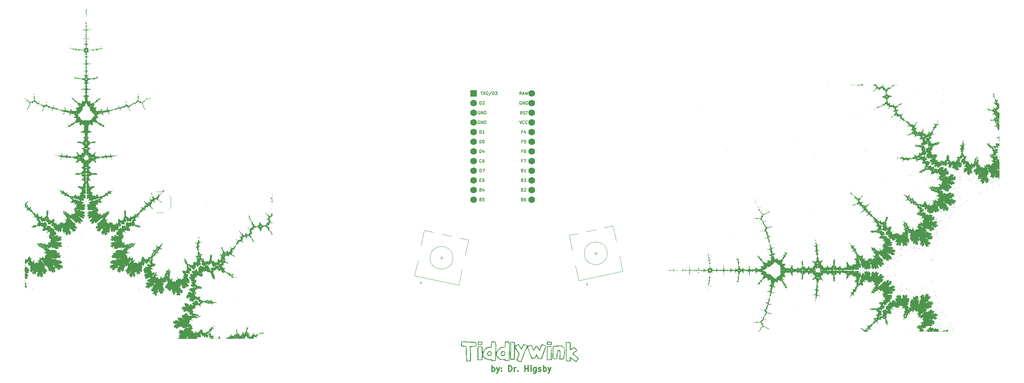
<source format=gbr>
%TF.GenerationSoftware,KiCad,Pcbnew,(6.0.4)*%
%TF.CreationDate,2022-10-29T13:59:05-07:00*%
%TF.ProjectId,tiddlywink_square,74696464-6c79-4776-996e-6b5f73717561,rev?*%
%TF.SameCoordinates,Original*%
%TF.FileFunction,Legend,Top*%
%TF.FilePolarity,Positive*%
%FSLAX46Y46*%
G04 Gerber Fmt 4.6, Leading zero omitted, Abs format (unit mm)*
G04 Created by KiCad (PCBNEW (6.0.4)) date 2022-10-29 13:59:05*
%MOMM*%
%LPD*%
G01*
G04 APERTURE LIST*
%ADD10C,0.300000*%
%ADD11C,0.150000*%
%ADD12C,0.120000*%
%ADD13R,1.752600X1.752600*%
%ADD14C,1.752600*%
G04 APERTURE END LIST*
D10*
X132311566Y-106644285D02*
X132311566Y-105144285D01*
X132311566Y-105715714D02*
X132454424Y-105644285D01*
X132740138Y-105644285D01*
X132882995Y-105715714D01*
X132954424Y-105787142D01*
X133025852Y-105929999D01*
X133025852Y-106358571D01*
X132954424Y-106501428D01*
X132882995Y-106572856D01*
X132740138Y-106644285D01*
X132454424Y-106644285D01*
X132311566Y-106572856D01*
X133525852Y-105644285D02*
X133882995Y-106644285D01*
X134240138Y-105644285D02*
X133882995Y-106644285D01*
X133740138Y-107001428D01*
X133668709Y-107072856D01*
X133525852Y-107144285D01*
X134811566Y-106501428D02*
X134882995Y-106572856D01*
X134811566Y-106644285D01*
X134740138Y-106572856D01*
X134811566Y-106501428D01*
X134811566Y-106644285D01*
X134811566Y-105715714D02*
X134882995Y-105787142D01*
X134811566Y-105858571D01*
X134740138Y-105787142D01*
X134811566Y-105715714D01*
X134811566Y-105858571D01*
X136668709Y-106644285D02*
X136668709Y-105144285D01*
X137025852Y-105144285D01*
X137240138Y-105215714D01*
X137382995Y-105358571D01*
X137454424Y-105501428D01*
X137525852Y-105787142D01*
X137525852Y-106001428D01*
X137454424Y-106287142D01*
X137382995Y-106429999D01*
X137240138Y-106572856D01*
X137025852Y-106644285D01*
X136668709Y-106644285D01*
X138168709Y-106644285D02*
X138168709Y-105644285D01*
X138168709Y-105929999D02*
X138240138Y-105787142D01*
X138311566Y-105715714D01*
X138454424Y-105644285D01*
X138597281Y-105644285D01*
X139097281Y-106501428D02*
X139168709Y-106572856D01*
X139097281Y-106644285D01*
X139025852Y-106572856D01*
X139097281Y-106501428D01*
X139097281Y-106644285D01*
X140954424Y-106644285D02*
X140954424Y-105144285D01*
X140954424Y-105858571D02*
X141811566Y-105858571D01*
X141811566Y-106644285D02*
X141811566Y-105144285D01*
X142525852Y-106644285D02*
X142525852Y-105644285D01*
X142525852Y-105144285D02*
X142454424Y-105215714D01*
X142525852Y-105287142D01*
X142597281Y-105215714D01*
X142525852Y-105144285D01*
X142525852Y-105287142D01*
X143882995Y-105644285D02*
X143882995Y-106858571D01*
X143811566Y-107001428D01*
X143740138Y-107072856D01*
X143597281Y-107144285D01*
X143382995Y-107144285D01*
X143240138Y-107072856D01*
X143882995Y-106572856D02*
X143740138Y-106644285D01*
X143454424Y-106644285D01*
X143311566Y-106572856D01*
X143240138Y-106501428D01*
X143168709Y-106358571D01*
X143168709Y-105929999D01*
X143240138Y-105787142D01*
X143311566Y-105715714D01*
X143454424Y-105644285D01*
X143740138Y-105644285D01*
X143882995Y-105715714D01*
X144525852Y-106572856D02*
X144668709Y-106644285D01*
X144954424Y-106644285D01*
X145097281Y-106572856D01*
X145168709Y-106429999D01*
X145168709Y-106358571D01*
X145097281Y-106215714D01*
X144954424Y-106144285D01*
X144740138Y-106144285D01*
X144597281Y-106072856D01*
X144525852Y-105929999D01*
X144525852Y-105858571D01*
X144597281Y-105715714D01*
X144740138Y-105644285D01*
X144954424Y-105644285D01*
X145097281Y-105715714D01*
X145811566Y-106644285D02*
X145811566Y-105144285D01*
X145811566Y-105715714D02*
X145954424Y-105644285D01*
X146240138Y-105644285D01*
X146382995Y-105715714D01*
X146454424Y-105787142D01*
X146525852Y-105929999D01*
X146525852Y-106358571D01*
X146454424Y-106501428D01*
X146382995Y-106572856D01*
X146240138Y-106644285D01*
X145954424Y-106644285D01*
X145811566Y-106572856D01*
X147025852Y-105644285D02*
X147382995Y-106644285D01*
X147740138Y-105644285D02*
X147382995Y-106644285D01*
X147240138Y-107001428D01*
X147168709Y-107072856D01*
X147025852Y-107144285D01*
D11*
%TO.C,PM1*%
X129084574Y-46614542D02*
X129084574Y-45814542D01*
X129275051Y-45814542D01*
X129389336Y-45852638D01*
X129465527Y-45928828D01*
X129503622Y-46005018D01*
X129541717Y-46157399D01*
X129541717Y-46271685D01*
X129503622Y-46424066D01*
X129465527Y-46500257D01*
X129389336Y-46576447D01*
X129275051Y-46614542D01*
X129084574Y-46614542D01*
X130036955Y-45814542D02*
X130113146Y-45814542D01*
X130189336Y-45852638D01*
X130227431Y-45890733D01*
X130265527Y-45966923D01*
X130303622Y-46119304D01*
X130303622Y-46309780D01*
X130265527Y-46462161D01*
X130227431Y-46538352D01*
X130189336Y-46576447D01*
X130113146Y-46614542D01*
X130036955Y-46614542D01*
X129960765Y-46576447D01*
X129922670Y-46538352D01*
X129884574Y-46462161D01*
X129846479Y-46309780D01*
X129846479Y-46119304D01*
X129884574Y-45966923D01*
X129922670Y-45890733D01*
X129960765Y-45852638D01*
X130036955Y-45814542D01*
X140273241Y-53815495D02*
X140387527Y-53853590D01*
X140425622Y-53891685D01*
X140463717Y-53967876D01*
X140463717Y-54082161D01*
X140425622Y-54158352D01*
X140387527Y-54196447D01*
X140311336Y-54234542D01*
X140006574Y-54234542D01*
X140006574Y-53434542D01*
X140273241Y-53434542D01*
X140349431Y-53472638D01*
X140387527Y-53510733D01*
X140425622Y-53586923D01*
X140425622Y-53663114D01*
X140387527Y-53739304D01*
X140349431Y-53777399D01*
X140273241Y-53815495D01*
X140006574Y-53815495D01*
X141225622Y-54234542D02*
X140768479Y-54234542D01*
X140997051Y-54234542D02*
X140997051Y-53434542D01*
X140920860Y-53548828D01*
X140844670Y-53625018D01*
X140768479Y-53663114D01*
X140273241Y-58895495D02*
X140387527Y-58933590D01*
X140425622Y-58971685D01*
X140463717Y-59047876D01*
X140463717Y-59162161D01*
X140425622Y-59238352D01*
X140387527Y-59276447D01*
X140311336Y-59314542D01*
X140006574Y-59314542D01*
X140006574Y-58514542D01*
X140273241Y-58514542D01*
X140349431Y-58552638D01*
X140387527Y-58590733D01*
X140425622Y-58666923D01*
X140425622Y-58743114D01*
X140387527Y-58819304D01*
X140349431Y-58857399D01*
X140273241Y-58895495D01*
X140006574Y-58895495D01*
X140768479Y-58590733D02*
X140806574Y-58552638D01*
X140882765Y-58514542D01*
X141073241Y-58514542D01*
X141149431Y-58552638D01*
X141187527Y-58590733D01*
X141225622Y-58666923D01*
X141225622Y-58743114D01*
X141187527Y-58857399D01*
X140730384Y-59314542D01*
X141225622Y-59314542D01*
X140330384Y-43655495D02*
X140063717Y-43655495D01*
X140063717Y-44074542D02*
X140063717Y-43274542D01*
X140444670Y-43274542D01*
X141092289Y-43541209D02*
X141092289Y-44074542D01*
X140901812Y-43236447D02*
X140711336Y-43807876D01*
X141206574Y-43807876D01*
X129084574Y-44074542D02*
X129084574Y-43274542D01*
X129275051Y-43274542D01*
X129389336Y-43312638D01*
X129465527Y-43388828D01*
X129503622Y-43465018D01*
X129541717Y-43617399D01*
X129541717Y-43731685D01*
X129503622Y-43884066D01*
X129465527Y-43960257D01*
X129389336Y-44036447D01*
X129275051Y-44074542D01*
X129084574Y-44074542D01*
X130303622Y-44074542D02*
X129846479Y-44074542D01*
X130075051Y-44074542D02*
X130075051Y-43274542D01*
X129998860Y-43388828D01*
X129922670Y-43465018D01*
X129846479Y-43503114D01*
X129084574Y-36454542D02*
X129084574Y-35654542D01*
X129275051Y-35654542D01*
X129389336Y-35692638D01*
X129465527Y-35768828D01*
X129503622Y-35845018D01*
X129541717Y-35997399D01*
X129541717Y-36111685D01*
X129503622Y-36264066D01*
X129465527Y-36340257D01*
X129389336Y-36416447D01*
X129275051Y-36454542D01*
X129084574Y-36454542D01*
X129846479Y-35730733D02*
X129884574Y-35692638D01*
X129960765Y-35654542D01*
X130151241Y-35654542D01*
X130227431Y-35692638D01*
X130265527Y-35730733D01*
X130303622Y-35806923D01*
X130303622Y-35883114D01*
X130265527Y-35997399D01*
X129808384Y-36454542D01*
X130303622Y-36454542D01*
X140044670Y-33914542D02*
X139778003Y-33533590D01*
X139587527Y-33914542D02*
X139587527Y-33114542D01*
X139892289Y-33114542D01*
X139968479Y-33152638D01*
X140006574Y-33190733D01*
X140044670Y-33266923D01*
X140044670Y-33381209D01*
X140006574Y-33457399D01*
X139968479Y-33495495D01*
X139892289Y-33533590D01*
X139587527Y-33533590D01*
X140349431Y-33685971D02*
X140730384Y-33685971D01*
X140273241Y-33914542D02*
X140539908Y-33114542D01*
X140806574Y-33914542D01*
X140997051Y-33114542D02*
X141187527Y-33914542D01*
X141339908Y-33343114D01*
X141492289Y-33914542D01*
X141682765Y-33114542D01*
X129351241Y-61435495D02*
X129465527Y-61473590D01*
X129503622Y-61511685D01*
X129541717Y-61587876D01*
X129541717Y-61702161D01*
X129503622Y-61778352D01*
X129465527Y-61816447D01*
X129389336Y-61854542D01*
X129084574Y-61854542D01*
X129084574Y-61054542D01*
X129351241Y-61054542D01*
X129427431Y-61092638D01*
X129465527Y-61130733D01*
X129503622Y-61206923D01*
X129503622Y-61283114D01*
X129465527Y-61359304D01*
X129427431Y-61397399D01*
X129351241Y-61435495D01*
X129084574Y-61435495D01*
X130265527Y-61054542D02*
X129884574Y-61054542D01*
X129846479Y-61435495D01*
X129884574Y-61397399D01*
X129960765Y-61359304D01*
X130151241Y-61359304D01*
X130227431Y-61397399D01*
X130265527Y-61435495D01*
X130303622Y-61511685D01*
X130303622Y-61702161D01*
X130265527Y-61778352D01*
X130227431Y-61816447D01*
X130151241Y-61854542D01*
X129960765Y-61854542D01*
X129884574Y-61816447D01*
X129846479Y-61778352D01*
X129084574Y-54234542D02*
X129084574Y-53434542D01*
X129275051Y-53434542D01*
X129389336Y-53472638D01*
X129465527Y-53548828D01*
X129503622Y-53625018D01*
X129541717Y-53777399D01*
X129541717Y-53891685D01*
X129503622Y-54044066D01*
X129465527Y-54120257D01*
X129389336Y-54196447D01*
X129275051Y-54234542D01*
X129084574Y-54234542D01*
X129808384Y-53434542D02*
X130341717Y-53434542D01*
X129998860Y-54234542D01*
X140330384Y-51275495D02*
X140063717Y-51275495D01*
X140063717Y-51694542D02*
X140063717Y-50894542D01*
X140444670Y-50894542D01*
X140673241Y-50894542D02*
X141206574Y-50894542D01*
X140863717Y-51694542D01*
X140330384Y-46195495D02*
X140063717Y-46195495D01*
X140063717Y-46614542D02*
X140063717Y-45814542D01*
X140444670Y-45814542D01*
X141130384Y-45814542D02*
X140749431Y-45814542D01*
X140711336Y-46195495D01*
X140749431Y-46157399D01*
X140825622Y-46119304D01*
X141016098Y-46119304D01*
X141092289Y-46157399D01*
X141130384Y-46195495D01*
X141168479Y-46271685D01*
X141168479Y-46462161D01*
X141130384Y-46538352D01*
X141092289Y-46576447D01*
X141016098Y-46614542D01*
X140825622Y-46614542D01*
X140749431Y-46576447D01*
X140711336Y-46538352D01*
X140273241Y-61435495D02*
X140387527Y-61473590D01*
X140425622Y-61511685D01*
X140463717Y-61587876D01*
X140463717Y-61702161D01*
X140425622Y-61778352D01*
X140387527Y-61816447D01*
X140311336Y-61854542D01*
X140006574Y-61854542D01*
X140006574Y-61054542D01*
X140273241Y-61054542D01*
X140349431Y-61092638D01*
X140387527Y-61130733D01*
X140425622Y-61206923D01*
X140425622Y-61283114D01*
X140387527Y-61359304D01*
X140349431Y-61397399D01*
X140273241Y-61435495D01*
X140006574Y-61435495D01*
X141149431Y-61054542D02*
X140997051Y-61054542D01*
X140920860Y-61092638D01*
X140882765Y-61130733D01*
X140806574Y-61245018D01*
X140768479Y-61397399D01*
X140768479Y-61702161D01*
X140806574Y-61778352D01*
X140844670Y-61816447D01*
X140920860Y-61854542D01*
X141073241Y-61854542D01*
X141149431Y-61816447D01*
X141187527Y-61778352D01*
X141225622Y-61702161D01*
X141225622Y-61511685D01*
X141187527Y-61435495D01*
X141149431Y-61397399D01*
X141073241Y-61359304D01*
X140920860Y-61359304D01*
X140844670Y-61397399D01*
X140806574Y-61435495D01*
X140768479Y-61511685D01*
X129351241Y-58895495D02*
X129465527Y-58933590D01*
X129503622Y-58971685D01*
X129541717Y-59047876D01*
X129541717Y-59162161D01*
X129503622Y-59238352D01*
X129465527Y-59276447D01*
X129389336Y-59314542D01*
X129084574Y-59314542D01*
X129084574Y-58514542D01*
X129351241Y-58514542D01*
X129427431Y-58552638D01*
X129465527Y-58590733D01*
X129503622Y-58666923D01*
X129503622Y-58743114D01*
X129465527Y-58819304D01*
X129427431Y-58857399D01*
X129351241Y-58895495D01*
X129084574Y-58895495D01*
X130227431Y-58781209D02*
X130227431Y-59314542D01*
X130036955Y-58476447D02*
X129846479Y-59047876D01*
X130341717Y-59047876D01*
X139987527Y-35692638D02*
X139911336Y-35654542D01*
X139797051Y-35654542D01*
X139682765Y-35692638D01*
X139606574Y-35768828D01*
X139568479Y-35845018D01*
X139530384Y-35997399D01*
X139530384Y-36111685D01*
X139568479Y-36264066D01*
X139606574Y-36340257D01*
X139682765Y-36416447D01*
X139797051Y-36454542D01*
X139873241Y-36454542D01*
X139987527Y-36416447D01*
X140025622Y-36378352D01*
X140025622Y-36111685D01*
X139873241Y-36111685D01*
X140368479Y-36454542D02*
X140368479Y-35654542D01*
X140825622Y-36454542D01*
X140825622Y-35654542D01*
X141206574Y-36454542D02*
X141206574Y-35654542D01*
X141397051Y-35654542D01*
X141511336Y-35692638D01*
X141587527Y-35768828D01*
X141625622Y-35845018D01*
X141663717Y-35997399D01*
X141663717Y-36111685D01*
X141625622Y-36264066D01*
X141587527Y-36340257D01*
X141511336Y-36416447D01*
X141397051Y-36454542D01*
X141206574Y-36454542D01*
X140273241Y-56355495D02*
X140387527Y-56393590D01*
X140425622Y-56431685D01*
X140463717Y-56507876D01*
X140463717Y-56622161D01*
X140425622Y-56698352D01*
X140387527Y-56736447D01*
X140311336Y-56774542D01*
X140006574Y-56774542D01*
X140006574Y-55974542D01*
X140273241Y-55974542D01*
X140349431Y-56012638D01*
X140387527Y-56050733D01*
X140425622Y-56126923D01*
X140425622Y-56203114D01*
X140387527Y-56279304D01*
X140349431Y-56317399D01*
X140273241Y-56355495D01*
X140006574Y-56355495D01*
X140730384Y-55974542D02*
X141225622Y-55974542D01*
X140958955Y-56279304D01*
X141073241Y-56279304D01*
X141149431Y-56317399D01*
X141187527Y-56355495D01*
X141225622Y-56431685D01*
X141225622Y-56622161D01*
X141187527Y-56698352D01*
X141149431Y-56736447D01*
X141073241Y-56774542D01*
X140844670Y-56774542D01*
X140768479Y-56736447D01*
X140730384Y-56698352D01*
X129065527Y-40772638D02*
X128989336Y-40734542D01*
X128875051Y-40734542D01*
X128760765Y-40772638D01*
X128684574Y-40848828D01*
X128646479Y-40925018D01*
X128608384Y-41077399D01*
X128608384Y-41191685D01*
X128646479Y-41344066D01*
X128684574Y-41420257D01*
X128760765Y-41496447D01*
X128875051Y-41534542D01*
X128951241Y-41534542D01*
X129065527Y-41496447D01*
X129103622Y-41458352D01*
X129103622Y-41191685D01*
X128951241Y-41191685D01*
X129446479Y-41534542D02*
X129446479Y-40734542D01*
X129903622Y-41534542D01*
X129903622Y-40734542D01*
X130284574Y-41534542D02*
X130284574Y-40734542D01*
X130475051Y-40734542D01*
X130589336Y-40772638D01*
X130665527Y-40848828D01*
X130703622Y-40925018D01*
X130741717Y-41077399D01*
X130741717Y-41191685D01*
X130703622Y-41344066D01*
X130665527Y-41420257D01*
X130589336Y-41496447D01*
X130475051Y-41534542D01*
X130284574Y-41534542D01*
X129065527Y-38232638D02*
X128989336Y-38194542D01*
X128875051Y-38194542D01*
X128760765Y-38232638D01*
X128684574Y-38308828D01*
X128646479Y-38385018D01*
X128608384Y-38537399D01*
X128608384Y-38651685D01*
X128646479Y-38804066D01*
X128684574Y-38880257D01*
X128760765Y-38956447D01*
X128875051Y-38994542D01*
X128951241Y-38994542D01*
X129065527Y-38956447D01*
X129103622Y-38918352D01*
X129103622Y-38651685D01*
X128951241Y-38651685D01*
X129446479Y-38994542D02*
X129446479Y-38194542D01*
X129903622Y-38994542D01*
X129903622Y-38194542D01*
X130284574Y-38994542D02*
X130284574Y-38194542D01*
X130475051Y-38194542D01*
X130589336Y-38232638D01*
X130665527Y-38308828D01*
X130703622Y-38385018D01*
X130741717Y-38537399D01*
X130741717Y-38651685D01*
X130703622Y-38804066D01*
X130665527Y-38880257D01*
X130589336Y-38956447D01*
X130475051Y-38994542D01*
X130284574Y-38994542D01*
X140330384Y-48735495D02*
X140063717Y-48735495D01*
X140063717Y-49154542D02*
X140063717Y-48354542D01*
X140444670Y-48354542D01*
X141092289Y-48354542D02*
X140939908Y-48354542D01*
X140863717Y-48392638D01*
X140825622Y-48430733D01*
X140749431Y-48545018D01*
X140711336Y-48697399D01*
X140711336Y-49002161D01*
X140749431Y-49078352D01*
X140787527Y-49116447D01*
X140863717Y-49154542D01*
X141016098Y-49154542D01*
X141092289Y-49116447D01*
X141130384Y-49078352D01*
X141168479Y-49002161D01*
X141168479Y-48811685D01*
X141130384Y-48735495D01*
X141092289Y-48697399D01*
X141016098Y-48659304D01*
X140863717Y-48659304D01*
X140787527Y-48697399D01*
X140749431Y-48735495D01*
X140711336Y-48811685D01*
X129541717Y-51618352D02*
X129503622Y-51656447D01*
X129389336Y-51694542D01*
X129313146Y-51694542D01*
X129198860Y-51656447D01*
X129122670Y-51580257D01*
X129084574Y-51504066D01*
X129046479Y-51351685D01*
X129046479Y-51237399D01*
X129084574Y-51085018D01*
X129122670Y-51008828D01*
X129198860Y-50932638D01*
X129313146Y-50894542D01*
X129389336Y-50894542D01*
X129503622Y-50932638D01*
X129541717Y-50970733D01*
X130227431Y-50894542D02*
X130075051Y-50894542D01*
X129998860Y-50932638D01*
X129960765Y-50970733D01*
X129884574Y-51085018D01*
X129846479Y-51237399D01*
X129846479Y-51542161D01*
X129884574Y-51618352D01*
X129922670Y-51656447D01*
X129998860Y-51694542D01*
X130151241Y-51694542D01*
X130227431Y-51656447D01*
X130265527Y-51618352D01*
X130303622Y-51542161D01*
X130303622Y-51351685D01*
X130265527Y-51275495D01*
X130227431Y-51237399D01*
X130151241Y-51199304D01*
X129998860Y-51199304D01*
X129922670Y-51237399D01*
X129884574Y-51275495D01*
X129846479Y-51351685D01*
X140197955Y-39084542D02*
X139931289Y-38703590D01*
X139740812Y-39084542D02*
X139740812Y-38284542D01*
X140045574Y-38284542D01*
X140121765Y-38322638D01*
X140159860Y-38360733D01*
X140197955Y-38436923D01*
X140197955Y-38551209D01*
X140159860Y-38627399D01*
X140121765Y-38665495D01*
X140045574Y-38703590D01*
X139740812Y-38703590D01*
X140502717Y-39046447D02*
X140617003Y-39084542D01*
X140807479Y-39084542D01*
X140883670Y-39046447D01*
X140921765Y-39008352D01*
X140959860Y-38932161D01*
X140959860Y-38855971D01*
X140921765Y-38779780D01*
X140883670Y-38741685D01*
X140807479Y-38703590D01*
X140655098Y-38665495D01*
X140578908Y-38627399D01*
X140540812Y-38589304D01*
X140502717Y-38513114D01*
X140502717Y-38436923D01*
X140540812Y-38360733D01*
X140578908Y-38322638D01*
X140655098Y-38284542D01*
X140845574Y-38284542D01*
X140959860Y-38322638D01*
X141188431Y-38284542D02*
X141645574Y-38284542D01*
X141417003Y-39084542D02*
X141417003Y-38284542D01*
X129373702Y-33114542D02*
X129830845Y-33114542D01*
X129602274Y-33914542D02*
X129602274Y-33114542D01*
X130021321Y-33114542D02*
X130554655Y-33914542D01*
X130554655Y-33114542D02*
X130021321Y-33914542D01*
X131011798Y-33114542D02*
X131087988Y-33114542D01*
X131164179Y-33152638D01*
X131202274Y-33190733D01*
X131240369Y-33266923D01*
X131278464Y-33419304D01*
X131278464Y-33609780D01*
X131240369Y-33762161D01*
X131202274Y-33838352D01*
X131164179Y-33876447D01*
X131087988Y-33914542D01*
X131011798Y-33914542D01*
X130935607Y-33876447D01*
X130897512Y-33838352D01*
X130859417Y-33762161D01*
X130821321Y-33609780D01*
X130821321Y-33419304D01*
X130859417Y-33266923D01*
X130897512Y-33190733D01*
X130935607Y-33152638D01*
X131011798Y-33114542D01*
X132192750Y-33076447D02*
X131507036Y-34105018D01*
X132459417Y-33914542D02*
X132459417Y-33114542D01*
X132649893Y-33114542D01*
X132764179Y-33152638D01*
X132840369Y-33228828D01*
X132878464Y-33305018D01*
X132916559Y-33457399D01*
X132916559Y-33571685D01*
X132878464Y-33724066D01*
X132840369Y-33800257D01*
X132764179Y-33876447D01*
X132649893Y-33914542D01*
X132459417Y-33914542D01*
X133183226Y-33114542D02*
X133678464Y-33114542D01*
X133411798Y-33419304D01*
X133526083Y-33419304D01*
X133602274Y-33457399D01*
X133640369Y-33495495D01*
X133678464Y-33571685D01*
X133678464Y-33762161D01*
X133640369Y-33838352D01*
X133602274Y-33876447D01*
X133526083Y-33914542D01*
X133297512Y-33914542D01*
X133221321Y-33876447D01*
X133183226Y-33838352D01*
X129084574Y-49154542D02*
X129084574Y-48354542D01*
X129275051Y-48354542D01*
X129389336Y-48392638D01*
X129465527Y-48468828D01*
X129503622Y-48545018D01*
X129541717Y-48697399D01*
X129541717Y-48811685D01*
X129503622Y-48964066D01*
X129465527Y-49040257D01*
X129389336Y-49116447D01*
X129275051Y-49154542D01*
X129084574Y-49154542D01*
X130227431Y-48621209D02*
X130227431Y-49154542D01*
X130036955Y-48316447D02*
X129846479Y-48887876D01*
X130341717Y-48887876D01*
X129122670Y-56355495D02*
X129389336Y-56355495D01*
X129503622Y-56774542D02*
X129122670Y-56774542D01*
X129122670Y-55974542D01*
X129503622Y-55974542D01*
X130189336Y-55974542D02*
X130036955Y-55974542D01*
X129960765Y-56012638D01*
X129922670Y-56050733D01*
X129846479Y-56165018D01*
X129808384Y-56317399D01*
X129808384Y-56622161D01*
X129846479Y-56698352D01*
X129884574Y-56736447D01*
X129960765Y-56774542D01*
X130113146Y-56774542D01*
X130189336Y-56736447D01*
X130227431Y-56698352D01*
X130265527Y-56622161D01*
X130265527Y-56431685D01*
X130227431Y-56355495D01*
X130189336Y-56317399D01*
X130113146Y-56279304D01*
X129960765Y-56279304D01*
X129884574Y-56317399D01*
X129846479Y-56355495D01*
X129808384Y-56431685D01*
X139530384Y-40734542D02*
X139797051Y-41534542D01*
X140063717Y-40734542D01*
X140787527Y-41458352D02*
X140749431Y-41496447D01*
X140635146Y-41534542D01*
X140558955Y-41534542D01*
X140444670Y-41496447D01*
X140368479Y-41420257D01*
X140330384Y-41344066D01*
X140292289Y-41191685D01*
X140292289Y-41077399D01*
X140330384Y-40925018D01*
X140368479Y-40848828D01*
X140444670Y-40772638D01*
X140558955Y-40734542D01*
X140635146Y-40734542D01*
X140749431Y-40772638D01*
X140787527Y-40810733D01*
X141587527Y-41458352D02*
X141549431Y-41496447D01*
X141435146Y-41534542D01*
X141358955Y-41534542D01*
X141244670Y-41496447D01*
X141168479Y-41420257D01*
X141130384Y-41344066D01*
X141092289Y-41191685D01*
X141092289Y-41077399D01*
X141130384Y-40925018D01*
X141168479Y-40848828D01*
X141244670Y-40772638D01*
X141358955Y-40734542D01*
X141435146Y-40734542D01*
X141549431Y-40772638D01*
X141587527Y-40810733D01*
%TO.C,G\u002A\u002A\u002A*%
G36*
X202468601Y-96007843D02*
G01*
X202389962Y-96103295D01*
X202228579Y-96148059D01*
X202115835Y-96129077D01*
X202018824Y-96082089D01*
X202063158Y-96043727D01*
X202189326Y-96008420D01*
X202398457Y-95974532D01*
X202468601Y-96007843D01*
G37*
G36*
X228909749Y-96168157D02*
G01*
X228867416Y-96210491D01*
X228825082Y-96168157D01*
X228867416Y-96125824D01*
X228909749Y-96168157D01*
G37*
G36*
X244859076Y-43673688D02*
G01*
X245055059Y-43563033D01*
X245160125Y-43447677D01*
X245165749Y-43421734D01*
X245207532Y-43269437D01*
X245309582Y-43061920D01*
X245324080Y-43037561D01*
X245430727Y-42876244D01*
X245487638Y-42849694D01*
X245526011Y-42943938D01*
X245526759Y-42946788D01*
X245528480Y-43094635D01*
X245487934Y-43144096D01*
X245435895Y-43237095D01*
X245392218Y-43445702D01*
X245374549Y-43615958D01*
X245370077Y-43870055D01*
X245395873Y-44001940D01*
X245424377Y-44010630D01*
X245498157Y-44025588D01*
X245504416Y-44059885D01*
X245565831Y-44118911D01*
X245652582Y-44100942D01*
X245859885Y-44035368D01*
X245946203Y-44054998D01*
X245948916Y-44119324D01*
X245992867Y-44217804D01*
X246033582Y-44227850D01*
X246059352Y-44269732D01*
X245975031Y-44354876D01*
X245886886Y-44431814D01*
X245911721Y-44465090D01*
X246073401Y-44468537D01*
X246165531Y-44465304D01*
X246394394Y-44436824D01*
X246605082Y-44436824D01*
X246647416Y-44479157D01*
X246689749Y-44436824D01*
X246679965Y-44427040D01*
X246931858Y-44427040D01*
X247028416Y-44442871D01*
X247136405Y-44415608D01*
X247111873Y-44359414D01*
X246991968Y-44326042D01*
X246944958Y-44359414D01*
X246931858Y-44427040D01*
X246679965Y-44427040D01*
X246647416Y-44394491D01*
X246605082Y-44436824D01*
X246394394Y-44436824D01*
X246411061Y-44434750D01*
X246521837Y-44353291D01*
X246531457Y-44207037D01*
X246585827Y-44178822D01*
X246648431Y-44194929D01*
X246742001Y-44189422D01*
X246772596Y-44100723D01*
X246965647Y-44100723D01*
X246982601Y-44134858D01*
X247063333Y-44222391D01*
X247067538Y-44204915D01*
X247234470Y-44204915D01*
X247317693Y-44218473D01*
X247427507Y-44202906D01*
X247428818Y-44174004D01*
X247399153Y-44168713D01*
X247649304Y-44168713D01*
X247660927Y-44219047D01*
X247705749Y-44225157D01*
X247775439Y-44194179D01*
X247762193Y-44168713D01*
X247661714Y-44158580D01*
X247649304Y-44168713D01*
X247399153Y-44168713D01*
X247315501Y-44153793D01*
X247266541Y-44167320D01*
X247234470Y-44204915D01*
X247067538Y-44204915D01*
X247078185Y-44160661D01*
X247057632Y-44094506D01*
X246995299Y-44002300D01*
X246967144Y-44004206D01*
X246965647Y-44100723D01*
X246772596Y-44100723D01*
X246784620Y-44065864D01*
X246782130Y-43802994D01*
X246776482Y-43728812D01*
X246792592Y-43590304D01*
X246851776Y-43585642D01*
X246934721Y-43711967D01*
X246943749Y-43774357D01*
X246994608Y-43867546D01*
X247155416Y-43865768D01*
X247318148Y-43866341D01*
X247369657Y-43919398D01*
X247404488Y-43936633D01*
X247458906Y-43864653D01*
X247464449Y-43844157D01*
X247621082Y-43844157D01*
X247663416Y-43886491D01*
X247705749Y-43844157D01*
X247663416Y-43801824D01*
X247621082Y-43844157D01*
X247464449Y-43844157D01*
X247503862Y-43698434D01*
X247484775Y-43617432D01*
X247481360Y-43553962D01*
X247558669Y-43570736D01*
X247722580Y-43560154D01*
X247842121Y-43396441D01*
X247905165Y-43116724D01*
X247949245Y-42923865D01*
X248015805Y-42829927D01*
X248025863Y-42828157D01*
X248162326Y-42772558D01*
X248185527Y-42751083D01*
X248197535Y-42713012D01*
X248150249Y-42734913D01*
X248063251Y-42727665D01*
X248044416Y-42628543D01*
X247997029Y-42467515D01*
X247938582Y-42412661D01*
X247922972Y-42392247D01*
X248023249Y-42411311D01*
X248174528Y-42414550D01*
X248213749Y-42363199D01*
X248254726Y-42298976D01*
X248277249Y-42306437D01*
X248365462Y-42273421D01*
X248493661Y-42140911D01*
X248503381Y-42128164D01*
X248589443Y-41997573D01*
X248588475Y-41960039D01*
X248579261Y-41964899D01*
X248486429Y-41938233D01*
X248399117Y-41812157D01*
X248552416Y-41812157D01*
X248594749Y-41854491D01*
X248637082Y-41812157D01*
X248891082Y-41812157D01*
X248933416Y-41854491D01*
X248975749Y-41812157D01*
X248933416Y-41769824D01*
X248891082Y-41812157D01*
X248637082Y-41812157D01*
X248594749Y-41769824D01*
X248552416Y-41812157D01*
X248399117Y-41812157D01*
X248397278Y-41809502D01*
X248303361Y-41655285D01*
X248229675Y-41600490D01*
X248167193Y-41530926D01*
X248157304Y-41460512D01*
X248177355Y-41386563D01*
X248253837Y-41442958D01*
X248312857Y-41512634D01*
X248502833Y-41656676D01*
X248637530Y-41660508D01*
X248755688Y-41655306D01*
X248747947Y-41714220D01*
X248753747Y-41747418D01*
X248834542Y-41694259D01*
X248969811Y-41622063D01*
X249033505Y-41630024D01*
X249133112Y-41628967D01*
X249217045Y-41578589D01*
X249304038Y-41521409D01*
X249286554Y-41574120D01*
X249298812Y-41691793D01*
X249376135Y-41762046D01*
X249469837Y-41832004D01*
X249413876Y-41860311D01*
X249399082Y-41861947D01*
X249211885Y-41864850D01*
X249166249Y-41860811D01*
X249075873Y-41916969D01*
X249060416Y-41988146D01*
X249038418Y-42081008D01*
X248946783Y-42034763D01*
X248933416Y-42023824D01*
X248823757Y-41981432D01*
X248785261Y-42087183D01*
X248799360Y-42223236D01*
X248762566Y-42341651D01*
X248703553Y-42429988D01*
X248652792Y-42514236D01*
X248690989Y-42506675D01*
X248815495Y-42515184D01*
X248896274Y-42580413D01*
X248954494Y-42671306D01*
X248885186Y-42681388D01*
X248800034Y-42663305D01*
X248609898Y-42649459D01*
X248509290Y-42679148D01*
X248407174Y-42790962D01*
X248267633Y-42983548D01*
X248122510Y-43207030D01*
X248003646Y-43411536D01*
X247942882Y-43547189D01*
X247941179Y-43568990D01*
X247896630Y-43630262D01*
X247875082Y-43632490D01*
X247792856Y-43694976D01*
X247790416Y-43714500D01*
X247853597Y-43774111D01*
X247896249Y-43770710D01*
X247955718Y-43767322D01*
X247938582Y-43780422D01*
X247867475Y-43897924D01*
X247907268Y-44060623D01*
X248036438Y-44208177D01*
X248105395Y-44248139D01*
X248335709Y-44352157D01*
X247999562Y-44395654D01*
X247765740Y-44452068D01*
X247685339Y-44537822D01*
X247686680Y-44550114D01*
X247669326Y-44625415D01*
X247640304Y-44618037D01*
X247506925Y-44617876D01*
X247383815Y-44739707D01*
X247327627Y-44887546D01*
X247339865Y-45038382D01*
X247403910Y-45071824D01*
X247547887Y-45131349D01*
X247621082Y-45198824D01*
X247677754Y-45304028D01*
X247631449Y-45325824D01*
X247524294Y-45315316D01*
X247515249Y-45311517D01*
X247415313Y-45329503D01*
X247271550Y-45424848D01*
X247149996Y-45546053D01*
X247113082Y-45625136D01*
X247070705Y-45735945D01*
X247036342Y-45749157D01*
X246993418Y-45816807D01*
X247005136Y-45923279D01*
X247089951Y-46050227D01*
X247178518Y-46048341D01*
X247260845Y-46030491D01*
X247217932Y-46105463D01*
X247197749Y-46130157D01*
X247133302Y-46223995D01*
X247193167Y-46220792D01*
X247217181Y-46211896D01*
X247344301Y-46220804D01*
X247399152Y-46323011D01*
X247362753Y-46451086D01*
X247300066Y-46506343D01*
X247206103Y-46573678D01*
X247270020Y-46600755D01*
X247324749Y-46606587D01*
X247519270Y-46618341D01*
X247599004Y-46618721D01*
X247670514Y-46654546D01*
X247662991Y-46681178D01*
X247690576Y-46763021D01*
X247746494Y-46795165D01*
X247900780Y-46796744D01*
X248111417Y-46738290D01*
X248314893Y-46645826D01*
X248343687Y-46624046D01*
X249003971Y-46624046D01*
X249015593Y-46674380D01*
X249060416Y-46680491D01*
X249130106Y-46649512D01*
X249116860Y-46624046D01*
X249016380Y-46613913D01*
X249003971Y-46624046D01*
X248343687Y-46624046D01*
X248447694Y-46545375D01*
X248467749Y-46499654D01*
X248503606Y-46450968D01*
X248584017Y-46502251D01*
X248745129Y-46557585D01*
X248900856Y-46509960D01*
X248975500Y-46383947D01*
X248975749Y-46375099D01*
X249024493Y-46268367D01*
X249060416Y-46257157D01*
X249142629Y-46320893D01*
X249145082Y-46340875D01*
X249214864Y-46397569D01*
X249380097Y-46407751D01*
X249574615Y-46375436D01*
X249731369Y-46305301D01*
X249786001Y-46287480D01*
X249732120Y-46398017D01*
X249703812Y-46442548D01*
X249543694Y-46608093D01*
X249413859Y-46626655D01*
X249323860Y-46605181D01*
X249376965Y-46650103D01*
X249420249Y-46678305D01*
X249554094Y-46806848D01*
X249529721Y-46896059D01*
X249356481Y-46918089D01*
X249340260Y-46916528D01*
X249137937Y-46943649D01*
X249002841Y-47103824D01*
X248926114Y-47223591D01*
X248892384Y-47219259D01*
X248892330Y-47217149D01*
X248829872Y-47140963D01*
X248676254Y-47164315D01*
X248573582Y-47217035D01*
X248419174Y-47241605D01*
X248370000Y-47222739D01*
X248312425Y-47212345D01*
X248336164Y-47265738D01*
X248340348Y-47348162D01*
X248285745Y-47353455D01*
X248065152Y-47342188D01*
X247995341Y-47393425D01*
X248044416Y-47484824D01*
X248099695Y-47583380D01*
X248010140Y-47611403D01*
X247979174Y-47611824D01*
X247816946Y-47667403D01*
X247759798Y-47738824D01*
X247753007Y-47848097D01*
X247782489Y-47865824D01*
X247836204Y-47938355D01*
X247853916Y-48077491D01*
X247826833Y-48236635D01*
X247774835Y-48289157D01*
X247734164Y-48341654D01*
X247748082Y-48373824D01*
X247721222Y-48439604D01*
X247619023Y-48458491D01*
X247486736Y-48497516D01*
X247475586Y-48564324D01*
X247472018Y-48723158D01*
X247437329Y-48818324D01*
X247409574Y-48927658D01*
X247507644Y-48964600D01*
X247575770Y-48966491D01*
X247750341Y-49001838D01*
X247777118Y-49082191D01*
X247647851Y-49169013D01*
X247621082Y-49178157D01*
X247473674Y-49270486D01*
X247480643Y-49376852D01*
X247615225Y-49448427D01*
X247748632Y-49521382D01*
X247829688Y-49626495D01*
X247828232Y-49710448D01*
X247773647Y-49728490D01*
X247708664Y-49753321D01*
X247716046Y-49767009D01*
X247811989Y-49765456D01*
X247954912Y-49728491D01*
X248467749Y-49728491D01*
X248498727Y-49798181D01*
X248524193Y-49784935D01*
X248534326Y-49684455D01*
X248524193Y-49672046D01*
X248473859Y-49683668D01*
X248467749Y-49728491D01*
X247954912Y-49728491D01*
X248000428Y-49716719D01*
X248218448Y-49640862D01*
X248403135Y-49557946D01*
X248440732Y-49535924D01*
X248562362Y-49529181D01*
X248596399Y-49561827D01*
X248715356Y-49624010D01*
X248834156Y-49626708D01*
X248928351Y-49648889D01*
X248891082Y-49686157D01*
X248933416Y-49728491D01*
X248975749Y-49686157D01*
X248941601Y-49652009D01*
X248983937Y-49661978D01*
X249024125Y-49792963D01*
X248949410Y-49961324D01*
X248930365Y-50048148D01*
X249028882Y-50070976D01*
X249094990Y-50092872D01*
X249006359Y-50156027D01*
X248933416Y-50191099D01*
X248792593Y-50269333D01*
X248772965Y-50312185D01*
X248785249Y-50314281D01*
X248883469Y-50366129D01*
X248865012Y-50450109D01*
X248753499Y-50490491D01*
X248663862Y-50524452D01*
X248652219Y-50654574D01*
X248670420Y-50763011D01*
X248753778Y-51035275D01*
X248870468Y-51150168D01*
X249033124Y-51118380D01*
X249067027Y-51098677D01*
X249176445Y-51041032D01*
X249212053Y-51079016D01*
X249191206Y-51244022D01*
X249180218Y-51303411D01*
X249149085Y-51505446D01*
X249178539Y-51581391D01*
X249296165Y-51571241D01*
X249355010Y-51556826D01*
X249608819Y-51555567D01*
X249734144Y-51630228D01*
X249835437Y-51706984D01*
X249837497Y-51704046D01*
X250104638Y-51704046D01*
X250116260Y-51754380D01*
X250161082Y-51760491D01*
X250230772Y-51729512D01*
X250217527Y-51704046D01*
X250117047Y-51693913D01*
X250104638Y-51704046D01*
X249837497Y-51704046D01*
X249868811Y-51659392D01*
X249865737Y-51534713D01*
X250189304Y-51534713D01*
X250200927Y-51585047D01*
X250245749Y-51591157D01*
X250315439Y-51560179D01*
X250302193Y-51534713D01*
X250201714Y-51524580D01*
X250189304Y-51534713D01*
X249865737Y-51534713D01*
X249865248Y-51514886D01*
X249879979Y-51332898D01*
X249987581Y-51253054D01*
X250094204Y-51231820D01*
X250283021Y-51228168D01*
X250382327Y-51267988D01*
X250480497Y-51302326D01*
X250505599Y-51291208D01*
X250573934Y-51312888D01*
X250584416Y-51369497D01*
X250642321Y-51521190D01*
X250682164Y-51556909D01*
X250739376Y-51567622D01*
X250711914Y-51507297D01*
X250700945Y-51434078D01*
X250821291Y-51431923D01*
X250868165Y-51440141D01*
X251031682Y-51449255D01*
X251088148Y-51362113D01*
X251091566Y-51294824D01*
X251177082Y-51294824D01*
X251219416Y-51337157D01*
X251261749Y-51294824D01*
X251219416Y-51252491D01*
X251177082Y-51294824D01*
X251091566Y-51294824D01*
X251092416Y-51278086D01*
X251105606Y-51210157D01*
X251346416Y-51210157D01*
X251388749Y-51252491D01*
X251431082Y-51210157D01*
X251769749Y-51210157D01*
X251812082Y-51252491D01*
X251854416Y-51210157D01*
X251812082Y-51167824D01*
X251769749Y-51210157D01*
X251431082Y-51210157D01*
X251388749Y-51167824D01*
X251346416Y-51210157D01*
X251105606Y-51210157D01*
X251118942Y-51141476D01*
X251171232Y-51121875D01*
X251279249Y-51110013D01*
X251306796Y-51078766D01*
X251423561Y-51020410D01*
X251475512Y-51029913D01*
X251537207Y-51028823D01*
X251526775Y-50956157D01*
X251685082Y-50956157D01*
X251727416Y-50998491D01*
X251769749Y-50956157D01*
X251727416Y-50913824D01*
X251685082Y-50956157D01*
X251526775Y-50956157D01*
X251522903Y-50929189D01*
X251500571Y-50871491D01*
X252023749Y-50871491D01*
X252066082Y-50913824D01*
X252108416Y-50871491D01*
X252066082Y-50829157D01*
X252023749Y-50871491D01*
X251500571Y-50871491D01*
X251467801Y-50786824D01*
X251769749Y-50786824D01*
X251812082Y-50829157D01*
X251854416Y-50786824D01*
X251812082Y-50744491D01*
X251769749Y-50786824D01*
X251467801Y-50786824D01*
X251465812Y-50781685D01*
X251396261Y-50575429D01*
X251408048Y-50532824D01*
X251854416Y-50532824D01*
X251896749Y-50575157D01*
X251939082Y-50532824D01*
X252023749Y-50532824D01*
X252066082Y-50575157D01*
X252108416Y-50532824D01*
X252066082Y-50490491D01*
X252023749Y-50532824D01*
X251939082Y-50532824D01*
X251896749Y-50490491D01*
X251854416Y-50532824D01*
X251408048Y-50532824D01*
X251421188Y-50485327D01*
X251538676Y-50481051D01*
X251568296Y-50419360D01*
X251555589Y-50326154D01*
X251769749Y-50326154D01*
X251796957Y-50403082D01*
X251859392Y-50335971D01*
X251886721Y-50274426D01*
X251892638Y-50187027D01*
X251853446Y-50194757D01*
X251772758Y-50303158D01*
X251769749Y-50326154D01*
X251555589Y-50326154D01*
X251547494Y-50266782D01*
X251528645Y-50110899D01*
X251578241Y-50095786D01*
X251665321Y-50064860D01*
X251761234Y-49917477D01*
X251770195Y-49896748D01*
X251876068Y-49706215D01*
X251966746Y-49650322D01*
X252018892Y-49737152D01*
X252023749Y-49808950D01*
X252090721Y-49986363D01*
X252171916Y-50061401D01*
X252266594Y-50146099D01*
X252211381Y-50220544D01*
X252144776Y-50351904D01*
X252160219Y-50442305D01*
X252155312Y-50607558D01*
X252099586Y-50667072D01*
X252033918Y-50727310D01*
X252127487Y-50743194D01*
X252224910Y-50772624D01*
X252217179Y-50888493D01*
X252195527Y-50949727D01*
X252155415Y-51094056D01*
X252219061Y-51131223D01*
X252345789Y-51113996D01*
X252494927Y-51098596D01*
X252502458Y-51141407D01*
X252468249Y-51179692D01*
X252386132Y-51307498D01*
X252365575Y-51426158D01*
X252409908Y-51476534D01*
X252452417Y-51460860D01*
X252574394Y-51469860D01*
X252720774Y-51561696D01*
X252843552Y-51662272D01*
X252870153Y-51649247D01*
X252845096Y-51569990D01*
X252844331Y-51448783D01*
X252940806Y-51421824D01*
X253131694Y-51366076D01*
X253202732Y-51315991D01*
X253305236Y-51254665D01*
X253352136Y-51311234D01*
X253448571Y-51377427D01*
X253503237Y-51368611D01*
X253615720Y-51401898D01*
X253675135Y-51507707D01*
X253733152Y-51690504D01*
X253897749Y-51513831D01*
X254037856Y-51381855D01*
X254119357Y-51337852D01*
X254113533Y-51395012D01*
X254098082Y-51421824D01*
X254096681Y-51500192D01*
X254121308Y-51506490D01*
X254244963Y-51457211D01*
X254234131Y-51328273D01*
X254161767Y-51224903D01*
X254081109Y-51125491D01*
X254902416Y-51125491D01*
X254944749Y-51167824D01*
X254987082Y-51125491D01*
X254944749Y-51083157D01*
X254902416Y-51125491D01*
X254081109Y-51125491D01*
X254064798Y-51105387D01*
X254092836Y-51079915D01*
X254203831Y-51104250D01*
X254370405Y-51112548D01*
X254441661Y-51075209D01*
X254422813Y-51005618D01*
X254382479Y-50998491D01*
X254321176Y-50970272D01*
X254331681Y-50956157D01*
X255071749Y-50956157D01*
X255114082Y-50998491D01*
X255156416Y-50956157D01*
X255114082Y-50913824D01*
X255071749Y-50956157D01*
X254331681Y-50956157D01*
X254370866Y-50903507D01*
X254421952Y-50788118D01*
X254411609Y-50663184D01*
X254352992Y-50601998D01*
X254318561Y-50612044D01*
X254278823Y-50565820D01*
X254271294Y-50485494D01*
X254479082Y-50485494D01*
X254540543Y-50571712D01*
X254563749Y-50575157D01*
X254646214Y-50546270D01*
X254648416Y-50537821D01*
X254589087Y-50465535D01*
X254563749Y-50448157D01*
X254485730Y-50454870D01*
X254479082Y-50485494D01*
X254271294Y-50485494D01*
X254263697Y-50404446D01*
X254263748Y-50399891D01*
X254306052Y-50216897D01*
X254401079Y-50148253D01*
X254510243Y-50219204D01*
X254519130Y-50232793D01*
X254628603Y-50276413D01*
X254707349Y-50260738D01*
X254800708Y-50250432D01*
X254784907Y-50305799D01*
X254781304Y-50370281D01*
X254845436Y-50357395D01*
X254938006Y-50268288D01*
X255067464Y-50082046D01*
X255190525Y-49874764D01*
X255283416Y-49874764D01*
X255468919Y-49886294D01*
X255635057Y-49867034D01*
X255698151Y-49827070D01*
X255705086Y-49703711D01*
X255660720Y-49509570D01*
X255579561Y-49262824D01*
X255618778Y-49532523D01*
X255626957Y-49725695D01*
X255556445Y-49813775D01*
X255470705Y-49838492D01*
X255283416Y-49874764D01*
X255190525Y-49874764D01*
X255208366Y-49844712D01*
X255291379Y-49686157D01*
X255325749Y-49686157D01*
X255368082Y-49728491D01*
X255410416Y-49686157D01*
X255368082Y-49643824D01*
X255325749Y-49686157D01*
X255291379Y-49686157D01*
X255335267Y-49602332D01*
X255422723Y-49400952D01*
X255445291Y-49286617D01*
X255441117Y-49279414D01*
X255392024Y-49166858D01*
X255376938Y-49094478D01*
X255298897Y-48931628D01*
X255247251Y-48885637D01*
X255187447Y-48805877D01*
X255232043Y-48760410D01*
X255277607Y-48692248D01*
X255701137Y-48692248D01*
X255784360Y-48705806D01*
X255894174Y-48690240D01*
X255895485Y-48661338D01*
X255782168Y-48641126D01*
X255733207Y-48654654D01*
X255701137Y-48692248D01*
X255277607Y-48692248D01*
X255317490Y-48632584D01*
X255325749Y-48575497D01*
X255283845Y-48491475D01*
X255242052Y-48500224D01*
X255192665Y-48487029D01*
X255204507Y-48431682D01*
X255200335Y-48415735D01*
X255459880Y-48415735D01*
X255467687Y-48479657D01*
X255574444Y-48535602D01*
X255605912Y-48536473D01*
X255661547Y-48517920D01*
X255605156Y-48488498D01*
X255545554Y-48396137D01*
X255581894Y-48241182D01*
X255604648Y-48162157D01*
X255749082Y-48162157D01*
X255791416Y-48204491D01*
X255833749Y-48162157D01*
X255791416Y-48119824D01*
X255749082Y-48162157D01*
X255604648Y-48162157D01*
X255625629Y-48089291D01*
X255617258Y-48035157D01*
X255554263Y-48104999D01*
X255492531Y-48259413D01*
X255459880Y-48415735D01*
X255200335Y-48415735D01*
X255173427Y-48312877D01*
X255055371Y-48248976D01*
X255049600Y-48246824D01*
X255325749Y-48246824D01*
X255368082Y-48289157D01*
X255410416Y-48246824D01*
X255368082Y-48204491D01*
X255325749Y-48246824D01*
X255049600Y-48246824D01*
X254922847Y-48199561D01*
X254945661Y-48167634D01*
X255029416Y-48144965D01*
X255208310Y-48075270D01*
X255278325Y-48027796D01*
X255357326Y-47897990D01*
X255374761Y-47762164D01*
X255341064Y-47720717D01*
X255582729Y-47720717D01*
X255643249Y-47752564D01*
X255737478Y-47863794D01*
X255749082Y-47929324D01*
X255774455Y-48018375D01*
X255801875Y-48010586D01*
X255805020Y-47992824D01*
X255918416Y-47992824D01*
X255960749Y-48035157D01*
X256003082Y-47992824D01*
X255960749Y-47950491D01*
X255918416Y-47992824D01*
X255805020Y-47992824D01*
X255822084Y-47896441D01*
X255804532Y-47827142D01*
X255704523Y-47716275D01*
X255645906Y-47703175D01*
X255582729Y-47720717D01*
X255341064Y-47720717D01*
X255321438Y-47696577D01*
X255318257Y-47696491D01*
X255243998Y-47631201D01*
X255241082Y-47606827D01*
X255292819Y-47555971D01*
X255324779Y-47568891D01*
X255373243Y-47555404D01*
X255359291Y-47492444D01*
X255270798Y-47392175D01*
X255520198Y-47392175D01*
X255579749Y-47442491D01*
X255714845Y-47518640D01*
X255732844Y-47489960D01*
X255706749Y-47442491D01*
X255583100Y-47361992D01*
X255553585Y-47359120D01*
X255520198Y-47392175D01*
X255270798Y-47392175D01*
X255242985Y-47360661D01*
X255148594Y-47313008D01*
X255009639Y-47230824D01*
X255579749Y-47230824D01*
X255622082Y-47273157D01*
X255664416Y-47230824D01*
X255749082Y-47230824D01*
X255791416Y-47273157D01*
X255833749Y-47230824D01*
X255791416Y-47188491D01*
X255749082Y-47230824D01*
X255664416Y-47230824D01*
X255622082Y-47188491D01*
X255579749Y-47230824D01*
X255009639Y-47230824D01*
X255004815Y-47227971D01*
X255005907Y-47148218D01*
X255138340Y-47126619D01*
X255193560Y-47137289D01*
X255368922Y-47146350D01*
X255453410Y-47102754D01*
X255550214Y-47050624D01*
X255578190Y-47060527D01*
X255589363Y-47051502D01*
X255803008Y-47051502D01*
X255858687Y-47150548D01*
X255952553Y-47250939D01*
X256013778Y-47234094D01*
X256089357Y-47144219D01*
X256149964Y-47053115D01*
X256077601Y-47061280D01*
X256043502Y-47073940D01*
X255938352Y-47091816D01*
X255951257Y-47034515D01*
X255954636Y-46970693D01*
X255884251Y-46985405D01*
X255803008Y-47051502D01*
X255589363Y-47051502D01*
X255623166Y-47024198D01*
X255626315Y-46892575D01*
X255633564Y-46734027D01*
X255676058Y-46680491D01*
X255716351Y-46603716D01*
X255745588Y-46404899D01*
X255755766Y-46193657D01*
X255766499Y-45957370D01*
X255787727Y-45830507D01*
X255810795Y-45833824D01*
X255909641Y-45986111D01*
X255952277Y-46023027D01*
X255997048Y-46078366D01*
X255954766Y-46086527D01*
X255895273Y-46161590D01*
X255868963Y-46343646D01*
X255868971Y-46373811D01*
X255891730Y-46568056D01*
X255959909Y-46621972D01*
X255995485Y-46613112D01*
X256078717Y-46615424D01*
X256062480Y-46708885D01*
X256079578Y-46869899D01*
X256165242Y-46949659D01*
X256263236Y-47024158D01*
X256274008Y-47110648D01*
X256198184Y-47269320D01*
X256169115Y-47321366D01*
X256073950Y-47545038D01*
X256042889Y-47733150D01*
X256045177Y-47751457D01*
X256073593Y-47914604D01*
X256081271Y-47969000D01*
X256150290Y-47997278D01*
X256214749Y-47981108D01*
X256323485Y-47984833D01*
X256341749Y-48026099D01*
X256275790Y-48114386D01*
X256242582Y-48119824D01*
X256106644Y-48172172D01*
X255993360Y-48255623D01*
X255893428Y-48389839D01*
X255931767Y-48532603D01*
X255942248Y-48549856D01*
X255992229Y-48690776D01*
X255907971Y-48807916D01*
X255873970Y-48834698D01*
X255691831Y-48947464D01*
X255600224Y-48931021D01*
X255578452Y-48818324D01*
X255564553Y-48720404D01*
X255506370Y-48781790D01*
X255496499Y-48797157D01*
X255462756Y-48921599D01*
X255498323Y-48952555D01*
X255545727Y-49030998D01*
X255536562Y-49052538D01*
X255554072Y-49153166D01*
X255591449Y-49185389D01*
X255651527Y-49196793D01*
X255635650Y-49157777D01*
X255650142Y-49056600D01*
X255703334Y-49021850D01*
X255785119Y-49027787D01*
X255808675Y-49154060D01*
X255803312Y-49262211D01*
X255803219Y-49442803D01*
X255832261Y-49515311D01*
X255839953Y-49512989D01*
X255935544Y-49532214D01*
X256025724Y-49642312D01*
X256059829Y-49770984D01*
X256047708Y-49809448D01*
X256053716Y-49889978D01*
X256087749Y-49897824D01*
X256142961Y-49949399D01*
X256130082Y-49982491D01*
X256121355Y-50045360D01*
X256214340Y-50074667D01*
X256436696Y-50075923D01*
X256568208Y-50069797D01*
X256750214Y-50074856D01*
X256805852Y-50137063D01*
X256791900Y-50227749D01*
X256692741Y-50389620D01*
X256604626Y-50445340D01*
X256480726Y-50557711D01*
X256449831Y-50658011D01*
X256463549Y-50785278D01*
X256495313Y-50806191D01*
X256572999Y-50846026D01*
X256574582Y-50850324D01*
X256548027Y-50907002D01*
X256541715Y-50906592D01*
X256453421Y-50964183D01*
X256370588Y-51101416D01*
X256344342Y-51210157D01*
X256378474Y-51226259D01*
X256421895Y-51172240D01*
X256485419Y-51118381D01*
X256537460Y-51209111D01*
X256558796Y-51286118D01*
X256619266Y-51436666D01*
X256682494Y-51418454D01*
X256683068Y-51417532D01*
X256808488Y-51355916D01*
X256904704Y-51380507D01*
X257092929Y-51428897D01*
X257178744Y-51428826D01*
X257257937Y-51464485D01*
X257244902Y-51542472D01*
X257251152Y-51648262D01*
X257381573Y-51677706D01*
X257502950Y-51685119D01*
X257503261Y-51726903D01*
X257377824Y-51837800D01*
X257357749Y-51854387D01*
X257238835Y-51960222D01*
X257221784Y-51993056D01*
X257230749Y-51989445D01*
X257393267Y-51983790D01*
X257570608Y-52061476D01*
X257685338Y-52182421D01*
X257696416Y-52230484D01*
X257737681Y-52330170D01*
X257824472Y-52315073D01*
X257901279Y-52206297D01*
X257915984Y-52147002D01*
X257976637Y-51959295D01*
X258066252Y-51878753D01*
X258149359Y-51927176D01*
X258173198Y-51988927D01*
X258248239Y-52135820D01*
X258352491Y-52220739D01*
X258437075Y-52216440D01*
X258458416Y-52147892D01*
X258526661Y-52019583D01*
X258585416Y-51983873D01*
X258694600Y-51992012D01*
X258713712Y-52038314D01*
X258744195Y-52077294D01*
X258794539Y-52015707D01*
X258794745Y-52014491D01*
X259135749Y-52014491D01*
X259166727Y-52084181D01*
X259192193Y-52070935D01*
X259202326Y-51970455D01*
X259192193Y-51958046D01*
X259141859Y-51969668D01*
X259135749Y-52014491D01*
X258794745Y-52014491D01*
X258817220Y-51881649D01*
X258750909Y-51821000D01*
X258693851Y-51760491D01*
X259135749Y-51760491D01*
X259200178Y-51842697D01*
X259220416Y-51845157D01*
X259302622Y-51780728D01*
X259305082Y-51760491D01*
X259240653Y-51678284D01*
X259220416Y-51675824D01*
X259138209Y-51740253D01*
X259135749Y-51760491D01*
X258693851Y-51760491D01*
X258643157Y-51706730D01*
X258629045Y-51650450D01*
X258661517Y-51615367D01*
X258712416Y-51675824D01*
X258780075Y-51760135D01*
X258803835Y-51696345D01*
X258805812Y-51675824D01*
X258808334Y-51514850D01*
X258804186Y-51476556D01*
X258815090Y-51330831D01*
X258870840Y-51186796D01*
X258940150Y-51116681D01*
X258958400Y-51120537D01*
X259015024Y-51090985D01*
X259022860Y-51037099D01*
X258983643Y-50926733D01*
X258952304Y-50913824D01*
X258876720Y-50874734D01*
X258922366Y-50780902D01*
X259066976Y-50667482D01*
X259130236Y-50632931D01*
X259306154Y-50557667D01*
X259391249Y-50570184D01*
X259425142Y-50629935D01*
X259404402Y-50759898D01*
X259354299Y-50795898D01*
X259272200Y-50913722D01*
X259276144Y-51089026D01*
X259282790Y-51268867D01*
X259209868Y-51334359D01*
X259161999Y-51338454D01*
X259060677Y-51352549D01*
X259118954Y-51410821D01*
X259135749Y-51421824D01*
X259290873Y-51496616D01*
X259364914Y-51484185D01*
X259347416Y-51421824D01*
X259366743Y-51349450D01*
X259427803Y-51337157D01*
X259513635Y-51314668D01*
X259485180Y-51217716D01*
X259453966Y-51165240D01*
X259391527Y-51020164D01*
X259450157Y-50928974D01*
X259474416Y-50912617D01*
X259652316Y-50856306D01*
X259755092Y-50944104D01*
X259771080Y-51048113D01*
X259832693Y-51184843D01*
X259913270Y-51211237D01*
X260072708Y-51245844D01*
X260117551Y-51274737D01*
X260109123Y-51328878D01*
X260055793Y-51337157D01*
X259866214Y-51396669D01*
X259795534Y-51544273D01*
X259840317Y-51689273D01*
X259895859Y-51831922D01*
X259823505Y-51922865D01*
X259821813Y-51923923D01*
X259759985Y-51995880D01*
X259838317Y-52080570D01*
X259881008Y-52108351D01*
X259999752Y-52212677D01*
X259976441Y-52318721D01*
X259956944Y-52344354D01*
X259901627Y-52433045D01*
X259978811Y-52423133D01*
X259999270Y-52415655D01*
X260101974Y-52405345D01*
X260090747Y-52505636D01*
X260065512Y-52598433D01*
X260117293Y-52577772D01*
X260207763Y-52501139D01*
X260357551Y-52411825D01*
X260446316Y-52424796D01*
X260433427Y-52523297D01*
X260394647Y-52578200D01*
X260349208Y-52675556D01*
X260387455Y-52691824D01*
X260439238Y-52758980D01*
X260430281Y-52861157D01*
X260432221Y-52996805D01*
X260480541Y-53030491D01*
X260563597Y-52960429D01*
X260581033Y-52882324D01*
X260594805Y-52791705D01*
X260637349Y-52852852D01*
X260659749Y-52903491D01*
X260717203Y-52994978D01*
X260738465Y-52966991D01*
X260793235Y-52869431D01*
X260918079Y-52901155D01*
X261060394Y-53030490D01*
X261210012Y-53157612D01*
X261339828Y-53196952D01*
X261403087Y-53139784D01*
X261400582Y-53093991D01*
X261444376Y-53014765D01*
X261499581Y-53014101D01*
X261573949Y-53004535D01*
X261567454Y-52992630D01*
X262198038Y-52992630D01*
X262204719Y-53093794D01*
X262237800Y-53328474D01*
X262280430Y-53484782D01*
X262294845Y-53508476D01*
X262300714Y-53612326D01*
X262269025Y-53664756D01*
X262239959Y-53747509D01*
X262311735Y-53763326D01*
X262430971Y-53715190D01*
X262508304Y-53651379D01*
X262567035Y-53560908D01*
X262483687Y-53538491D01*
X262483420Y-53538491D01*
X262374186Y-53465623D01*
X262358706Y-53411491D01*
X262437749Y-53411491D01*
X262480082Y-53453824D01*
X262522416Y-53411491D01*
X262480082Y-53369157D01*
X262437749Y-53411491D01*
X262358706Y-53411491D01*
X262340546Y-53347991D01*
X262333713Y-53242157D01*
X262522416Y-53242157D01*
X262564749Y-53284491D01*
X262607082Y-53242157D01*
X262571820Y-53206895D01*
X264596173Y-53206895D01*
X264608940Y-53243396D01*
X264692113Y-53354662D01*
X264732807Y-53369157D01*
X264789451Y-53433420D01*
X264787249Y-53474991D01*
X264830539Y-53555381D01*
X264882303Y-53556195D01*
X264960577Y-53586609D01*
X264946772Y-53666426D01*
X264936664Y-53757965D01*
X264969125Y-53755487D01*
X265075848Y-53773126D01*
X265149554Y-53837802D01*
X265255767Y-53935963D01*
X265284591Y-53894746D01*
X265230707Y-53728004D01*
X265209695Y-53681150D01*
X265101944Y-53518627D01*
X264998916Y-53454484D01*
X264900392Y-53412991D01*
X264893082Y-53389523D01*
X264829678Y-53299492D01*
X264726882Y-53221429D01*
X264608664Y-53160401D01*
X264596173Y-53206895D01*
X262571820Y-53206895D01*
X262564749Y-53199824D01*
X262522416Y-53242157D01*
X262333713Y-53242157D01*
X262328247Y-53157491D01*
X264893082Y-53157491D01*
X264935416Y-53199824D01*
X264977749Y-53157491D01*
X264935416Y-53115157D01*
X264893082Y-53157491D01*
X262328247Y-53157491D01*
X262326306Y-53127424D01*
X262319380Y-53016974D01*
X262273153Y-52852557D01*
X262241055Y-52806169D01*
X262205977Y-52835962D01*
X262198038Y-52992630D01*
X261567454Y-52992630D01*
X261532976Y-52929434D01*
X261443179Y-52759564D01*
X261398137Y-52622840D01*
X261374455Y-52490526D01*
X261424553Y-52481170D01*
X261552262Y-52559340D01*
X261748973Y-52671512D01*
X261831462Y-52670529D01*
X261814464Y-52564824D01*
X262099082Y-52564824D01*
X262141416Y-52607157D01*
X262183749Y-52564824D01*
X262353082Y-52564824D01*
X262395416Y-52607157D01*
X262437749Y-52564824D01*
X262395416Y-52522491D01*
X262353082Y-52564824D01*
X262183749Y-52564824D01*
X262141416Y-52522491D01*
X262099082Y-52564824D01*
X261814464Y-52564824D01*
X261825125Y-52480157D01*
X262522416Y-52480157D01*
X262564749Y-52522491D01*
X262607082Y-52480157D01*
X262564749Y-52437824D01*
X262522416Y-52480157D01*
X261825125Y-52480157D01*
X261828175Y-52455932D01*
X261895778Y-52437824D01*
X261984142Y-52393711D01*
X261967271Y-52247324D01*
X261935924Y-52129055D01*
X261965094Y-52116574D01*
X262082790Y-52213225D01*
X262144551Y-52268491D01*
X262277234Y-52375846D01*
X262324430Y-52388854D01*
X262315905Y-52368661D01*
X262308991Y-52285895D01*
X262402460Y-52283995D01*
X262543880Y-52237897D01*
X262602735Y-52109911D01*
X262639204Y-51993998D01*
X262679505Y-52003462D01*
X262747618Y-52153267D01*
X262772330Y-52215745D01*
X262875332Y-52412133D01*
X262980907Y-52517049D01*
X263003885Y-52522490D01*
X263148956Y-52536934D01*
X263173200Y-52543657D01*
X263231090Y-52486534D01*
X263294802Y-52318949D01*
X263300919Y-52296227D01*
X263399395Y-52084047D01*
X263584422Y-51981574D01*
X263623801Y-51971999D01*
X263821984Y-51886668D01*
X263860002Y-51760418D01*
X263738850Y-51604294D01*
X263580749Y-51495272D01*
X263359232Y-51340709D01*
X263308492Y-51252491D01*
X264258082Y-51252491D01*
X264264262Y-51322296D01*
X264372206Y-51327835D01*
X264527014Y-51269106D01*
X264554416Y-51252491D01*
X264600510Y-51210157D01*
X264977749Y-51210157D01*
X265020082Y-51252491D01*
X265062416Y-51210157D01*
X265020082Y-51167824D01*
X264977749Y-51210157D01*
X264600510Y-51210157D01*
X264622118Y-51190311D01*
X264538464Y-51169962D01*
X264495912Y-51169120D01*
X264325178Y-51202675D01*
X264258082Y-51252491D01*
X263308492Y-51252491D01*
X263297898Y-51234072D01*
X263397021Y-51177238D01*
X263533419Y-51167824D01*
X263758910Y-51136476D01*
X263828981Y-51046098D01*
X263740289Y-50902187D01*
X263711462Y-50874851D01*
X263604098Y-50726164D01*
X263592231Y-50618100D01*
X263581315Y-50518713D01*
X264667304Y-50518713D01*
X264678927Y-50569047D01*
X264723749Y-50575157D01*
X264793439Y-50544179D01*
X264780193Y-50518713D01*
X264679714Y-50508580D01*
X264667304Y-50518713D01*
X263581315Y-50518713D01*
X263577554Y-50484466D01*
X263544188Y-50451724D01*
X263462017Y-50451707D01*
X263453749Y-50482836D01*
X263391927Y-50533802D01*
X263327235Y-50521295D01*
X263243049Y-50438927D01*
X263251087Y-50391253D01*
X263224077Y-50309434D01*
X263129458Y-50264782D01*
X262966845Y-50173857D01*
X262910242Y-50096750D01*
X262903330Y-50012426D01*
X262932608Y-50016702D01*
X262994251Y-49991071D01*
X263002193Y-49941136D01*
X262967193Y-49866145D01*
X263115082Y-49866145D01*
X263183277Y-49921971D01*
X263305582Y-49979852D01*
X263476625Y-50046142D01*
X263530218Y-50051438D01*
X263511543Y-50010713D01*
X263651304Y-50010713D01*
X263662927Y-50061047D01*
X263707749Y-50067157D01*
X263777439Y-50036179D01*
X263764193Y-50010713D01*
X263663714Y-50000580D01*
X263651304Y-50010713D01*
X263511543Y-50010713D01*
X263505860Y-49998320D01*
X263502398Y-49992710D01*
X263410740Y-49925290D01*
X263266293Y-49868670D01*
X263145213Y-49847736D01*
X263115082Y-49866145D01*
X262967193Y-49866145D01*
X262956862Y-49844010D01*
X262921054Y-49839028D01*
X262820242Y-49791164D01*
X262805814Y-49763768D01*
X262803237Y-49703390D01*
X262877229Y-49665671D01*
X263065418Y-49637228D01*
X263199749Y-49623665D01*
X263337605Y-49585864D01*
X263369082Y-49548941D01*
X263437526Y-49521187D01*
X263551655Y-49538087D01*
X263678826Y-49548606D01*
X263673658Y-49487827D01*
X263681130Y-49403802D01*
X263745085Y-49389824D01*
X263864186Y-49353414D01*
X263849129Y-49271716D01*
X263711282Y-49186022D01*
X263689050Y-49178157D01*
X264131082Y-49178157D01*
X264173416Y-49220491D01*
X264215749Y-49178157D01*
X264173416Y-49135824D01*
X264131082Y-49178157D01*
X263689050Y-49178157D01*
X263686582Y-49177284D01*
X263496082Y-49114327D01*
X263686582Y-49076853D01*
X263834524Y-49026054D01*
X263875786Y-48981769D01*
X263815590Y-48828382D01*
X263688945Y-48700123D01*
X263605004Y-48669344D01*
X263527299Y-48589949D01*
X263512489Y-48416157D01*
X263623082Y-48416157D01*
X263665416Y-48458491D01*
X263707749Y-48416157D01*
X264300416Y-48416157D01*
X264342749Y-48458491D01*
X264385082Y-48416157D01*
X264342749Y-48373824D01*
X264300416Y-48416157D01*
X263707749Y-48416157D01*
X263665416Y-48373824D01*
X263623082Y-48416157D01*
X263512489Y-48416157D01*
X263507612Y-48358927D01*
X263507833Y-48352666D01*
X263498049Y-48162653D01*
X263459177Y-48080405D01*
X263444333Y-48083310D01*
X263375032Y-48060224D01*
X263350609Y-47915432D01*
X263354352Y-47858768D01*
X263291309Y-47814156D01*
X263241103Y-47809379D01*
X263164219Y-47857778D01*
X263174714Y-47901102D01*
X263182661Y-47947920D01*
X263156694Y-47929139D01*
X263048892Y-47930043D01*
X262910286Y-48013806D01*
X262791806Y-48111465D01*
X262789464Y-48098849D01*
X262895371Y-47971657D01*
X262997733Y-47837806D01*
X262987767Y-47787612D01*
X262914723Y-47781157D01*
X262776533Y-47711477D01*
X262735357Y-47654157D01*
X262776416Y-47654157D01*
X262818749Y-47696491D01*
X262861082Y-47654157D01*
X262846971Y-47640046D01*
X263143304Y-47640046D01*
X263154927Y-47690380D01*
X263199749Y-47696491D01*
X263269439Y-47665512D01*
X263256193Y-47640046D01*
X263155714Y-47629913D01*
X263143304Y-47640046D01*
X262846971Y-47640046D01*
X262818749Y-47611824D01*
X262776416Y-47654157D01*
X262735357Y-47654157D01*
X262679476Y-47576366D01*
X262602958Y-47484824D01*
X262945749Y-47484824D01*
X262988082Y-47527157D01*
X263030416Y-47484824D01*
X262988082Y-47442491D01*
X262945749Y-47484824D01*
X262602958Y-47484824D01*
X262547489Y-47418464D01*
X262429072Y-47401828D01*
X262274538Y-47390750D01*
X262222866Y-47352620D01*
X262234688Y-47278409D01*
X262263419Y-47273157D01*
X262342937Y-47204660D01*
X262343091Y-47203770D01*
X262699539Y-47203770D01*
X262760197Y-47262551D01*
X262776416Y-47273157D01*
X262903817Y-47347086D01*
X262943087Y-47325100D01*
X262945749Y-47273157D01*
X262875938Y-47201996D01*
X262797582Y-47189787D01*
X262699539Y-47203770D01*
X262343091Y-47203770D01*
X262353082Y-47146157D01*
X262304723Y-47033527D01*
X262291067Y-47028776D01*
X262474035Y-47028776D01*
X262508131Y-47169728D01*
X262583492Y-47159603D01*
X262635011Y-47068497D01*
X262620690Y-46941534D01*
X262577546Y-46908783D01*
X262492478Y-46942448D01*
X262474035Y-47028776D01*
X262291067Y-47028776D01*
X262263419Y-47019157D01*
X262203630Y-46984085D01*
X262270484Y-46895713D01*
X262440623Y-46779308D01*
X262528430Y-46732514D01*
X262698469Y-46654450D01*
X262756496Y-46659874D01*
X262740347Y-46748319D01*
X262735905Y-46912343D01*
X262798497Y-47046640D01*
X262894536Y-47088696D01*
X262917858Y-47078728D01*
X263007326Y-47112032D01*
X263140819Y-47251609D01*
X263191396Y-47320653D01*
X263353590Y-47509740D01*
X263472557Y-47552744D01*
X263534243Y-47447514D01*
X263539712Y-47373994D01*
X263553835Y-47279936D01*
X263612611Y-47344155D01*
X263620095Y-47355890D01*
X263639672Y-47521040D01*
X263580749Y-47611824D01*
X263513566Y-47764126D01*
X263560443Y-47885211D01*
X263691805Y-47915789D01*
X263727120Y-47905253D01*
X263870038Y-47906398D01*
X263915848Y-47944718D01*
X263904903Y-48025893D01*
X263862693Y-48035157D01*
X263842617Y-48083228D01*
X263932746Y-48202020D01*
X263963334Y-48231900D01*
X264119305Y-48356605D01*
X264223206Y-48364120D01*
X264265245Y-48331491D01*
X264639082Y-48331491D01*
X264681416Y-48373824D01*
X264723749Y-48331491D01*
X264681416Y-48289157D01*
X264639082Y-48331491D01*
X264265245Y-48331491D01*
X264287277Y-48314391D01*
X264359298Y-48154115D01*
X264349034Y-48063339D01*
X264328131Y-47973710D01*
X264401075Y-48013628D01*
X264425477Y-48033549D01*
X264528725Y-48091189D01*
X264554416Y-48070924D01*
X264600757Y-48058908D01*
X264656016Y-48102891D01*
X264826449Y-48194021D01*
X264899432Y-48204490D01*
X265014677Y-48272707D01*
X265041249Y-48421154D01*
X265010032Y-48578763D01*
X264924832Y-48593145D01*
X264822299Y-48593979D01*
X264808416Y-48624592D01*
X264736695Y-48697809D01*
X264617916Y-48737405D01*
X264499938Y-48764605D01*
X264539426Y-48778607D01*
X264649882Y-48785627D01*
X264889032Y-48846339D01*
X265001481Y-48967000D01*
X264986269Y-49102382D01*
X264842435Y-49207254D01*
X264659498Y-49238457D01*
X264475483Y-49269658D01*
X264441515Y-49353230D01*
X264443807Y-49359675D01*
X264523962Y-49435438D01*
X264563287Y-49426674D01*
X264628376Y-49451019D01*
X264639082Y-49511827D01*
X264586732Y-49615671D01*
X264535259Y-49622657D01*
X264444047Y-49676707D01*
X264402370Y-49791990D01*
X264344376Y-49955911D01*
X264239813Y-49958417D01*
X264161361Y-49894236D01*
X264049636Y-49866147D01*
X263958480Y-49944096D01*
X263887500Y-50048143D01*
X263938421Y-50068034D01*
X263966302Y-50064652D01*
X264189342Y-50050817D01*
X264266257Y-50101058D01*
X264216744Y-50215324D01*
X264201993Y-50252779D01*
X264282972Y-50179795D01*
X264354544Y-50105478D01*
X264544043Y-49931171D01*
X264702848Y-49870870D01*
X264853728Y-49887241D01*
X264854384Y-49958359D01*
X264802947Y-50077374D01*
X264756842Y-50194895D01*
X264782844Y-50209961D01*
X264911134Y-50208548D01*
X264981791Y-50240781D01*
X265052421Y-50304805D01*
X264995079Y-50319861D01*
X264926665Y-50373563D01*
X264929523Y-50550010D01*
X264941002Y-50617491D01*
X264961462Y-50828000D01*
X264912683Y-50910025D01*
X264885571Y-50913824D01*
X264818916Y-50938489D01*
X264875832Y-51015107D01*
X264978371Y-51062873D01*
X265087576Y-50965287D01*
X265091587Y-50959838D01*
X265171974Y-50864876D01*
X265236969Y-50831296D01*
X265288180Y-50872480D01*
X265327211Y-51001812D01*
X265355671Y-51232672D01*
X265375165Y-51578445D01*
X265387300Y-52052511D01*
X265393683Y-52668254D01*
X265395921Y-53439055D01*
X265395961Y-53495166D01*
X265393748Y-54316799D01*
X265385571Y-54976609D01*
X265370820Y-55482019D01*
X265348881Y-55840457D01*
X265319143Y-56059346D01*
X265280992Y-56146113D01*
X265233818Y-56108181D01*
X265189806Y-55995053D01*
X265114925Y-55857607D01*
X265059367Y-55824491D01*
X265016124Y-55762878D01*
X265028511Y-55706055D01*
X265019031Y-55569123D01*
X264983521Y-55531724D01*
X264904533Y-55545482D01*
X264893082Y-55597460D01*
X264827642Y-55768126D01*
X264665843Y-55831211D01*
X264505247Y-55788869D01*
X264380668Y-55682398D01*
X264360659Y-55601426D01*
X264322935Y-55494641D01*
X264261661Y-55456579D01*
X264150590Y-55455357D01*
X264131082Y-55493478D01*
X264077471Y-55537916D01*
X264033334Y-55520072D01*
X263973574Y-55509025D01*
X263985414Y-55540285D01*
X263988735Y-55672346D01*
X263956162Y-55743866D01*
X263878806Y-55823375D01*
X263801329Y-55751298D01*
X263793712Y-55739824D01*
X263726172Y-55655549D01*
X263707180Y-55718357D01*
X263706353Y-55739824D01*
X263687906Y-55818391D01*
X263619450Y-55757395D01*
X263597707Y-55729350D01*
X263435265Y-55628987D01*
X263240567Y-55602350D01*
X263051900Y-55582400D01*
X262972095Y-55478223D01*
X262961027Y-55422324D01*
X262963779Y-55401157D01*
X263538416Y-55401157D01*
X263569394Y-55470847D01*
X263594860Y-55457602D01*
X263604993Y-55357122D01*
X263594860Y-55344713D01*
X263544526Y-55356335D01*
X263538416Y-55401157D01*
X262963779Y-55401157D01*
X262981171Y-55267370D01*
X263088027Y-55225140D01*
X263170117Y-55202936D01*
X263139556Y-55176853D01*
X263111830Y-55126003D01*
X264131082Y-55126003D01*
X264146490Y-55207429D01*
X264211583Y-55152372D01*
X264251160Y-55099973D01*
X264332400Y-54963613D01*
X264341459Y-54905979D01*
X264254201Y-54908095D01*
X264164997Y-55007662D01*
X264131082Y-55126003D01*
X263111830Y-55126003D01*
X263083383Y-55073829D01*
X263086279Y-54878772D01*
X263092975Y-54850824D01*
X263284416Y-54850824D01*
X263326749Y-54893157D01*
X263369082Y-54850824D01*
X263326749Y-54808491D01*
X263284416Y-54850824D01*
X263092975Y-54850824D01*
X263139893Y-54654981D01*
X263232829Y-54469824D01*
X263285975Y-54387354D01*
X263225940Y-54421906D01*
X263189314Y-54450118D01*
X262994441Y-54515699D01*
X262810126Y-54430737D01*
X262699528Y-54258157D01*
X263284416Y-54258157D01*
X263326749Y-54300491D01*
X263369082Y-54258157D01*
X263326749Y-54215824D01*
X263284416Y-54258157D01*
X262699528Y-54258157D01*
X262680402Y-54228312D01*
X262609299Y-54088075D01*
X262546262Y-54097417D01*
X262523141Y-54129984D01*
X262474953Y-54261752D01*
X262481250Y-54302381D01*
X262537713Y-54454033D01*
X262559417Y-54628601D01*
X262543515Y-54759336D01*
X262501935Y-54787553D01*
X262379050Y-54809058D01*
X262249899Y-54908210D01*
X262162092Y-55033083D01*
X262163236Y-55131747D01*
X262176403Y-55142617D01*
X262231175Y-55268041D01*
X262198141Y-55407044D01*
X262170176Y-55595279D01*
X262258993Y-55716302D01*
X262349792Y-55811298D01*
X262297687Y-55892528D01*
X262268416Y-55914893D01*
X262201235Y-55978378D01*
X262278102Y-55977853D01*
X262331916Y-55966762D01*
X262489230Y-55972679D01*
X262522416Y-56044084D01*
X262570760Y-56151572D01*
X262607082Y-56163157D01*
X262687024Y-56211368D01*
X262635639Y-56345129D01*
X262532483Y-56471512D01*
X262409017Y-56713328D01*
X262398738Y-56874947D01*
X262394330Y-57039320D01*
X262320963Y-57067187D01*
X262306715Y-57062325D01*
X262173429Y-57067075D01*
X262139130Y-57098188D01*
X262038300Y-57177641D01*
X261960127Y-57143715D01*
X261963081Y-57045082D01*
X261965240Y-56946195D01*
X261908640Y-56946680D01*
X261775185Y-56915211D01*
X261747062Y-56882824D01*
X262099082Y-56882824D01*
X262141416Y-56925157D01*
X262183749Y-56882824D01*
X262141416Y-56840491D01*
X262099082Y-56882824D01*
X261747062Y-56882824D01*
X261654348Y-56776051D01*
X261594502Y-56587020D01*
X261593775Y-56570321D01*
X261539715Y-56412130D01*
X261493529Y-56366860D01*
X261435833Y-56377303D01*
X261428406Y-56524059D01*
X261443139Y-56658196D01*
X261455681Y-56881560D01*
X261426639Y-57001079D01*
X261408695Y-57009824D01*
X261369127Y-57063722D01*
X261387500Y-57107572D01*
X261398096Y-57164932D01*
X261340698Y-57139058D01*
X261209537Y-57138049D01*
X261165052Y-57183520D01*
X261026746Y-57289251D01*
X260856766Y-57294982D01*
X260731792Y-57203937D01*
X260716089Y-57164646D01*
X260719068Y-57012236D01*
X260756475Y-56960037D01*
X260780827Y-56863527D01*
X260734834Y-56786612D01*
X260627431Y-56714995D01*
X260575082Y-56755824D01*
X260489531Y-56789631D01*
X260413777Y-56723163D01*
X260371183Y-56628824D01*
X260405749Y-56628824D01*
X260448082Y-56671157D01*
X260490416Y-56628824D01*
X260448082Y-56586491D01*
X260405749Y-56628824D01*
X260371183Y-56628824D01*
X260359431Y-56602796D01*
X260434683Y-56473946D01*
X260448644Y-56459491D01*
X260490416Y-56459491D01*
X260532749Y-56501824D01*
X260575082Y-56459491D01*
X260532749Y-56417157D01*
X260490416Y-56459491D01*
X260448644Y-56459491D01*
X260464556Y-56443017D01*
X260572681Y-56270084D01*
X260590211Y-56136855D01*
X260612830Y-55957282D01*
X260695072Y-55780973D01*
X260805445Y-55588716D01*
X260815085Y-55514046D01*
X261873304Y-55514046D01*
X261884927Y-55564380D01*
X261929749Y-55570491D01*
X261999439Y-55539512D01*
X261986193Y-55514046D01*
X261885714Y-55503913D01*
X261873304Y-55514046D01*
X260815085Y-55514046D01*
X260815798Y-55508522D01*
X260725761Y-55551498D01*
X260702082Y-55570491D01*
X260594769Y-55709164D01*
X260575082Y-55782157D01*
X260524926Y-55919006D01*
X260415225Y-56014173D01*
X260307132Y-56023017D01*
X260280729Y-55997027D01*
X260174575Y-55965787D01*
X260042685Y-56035249D01*
X259867270Y-56142791D01*
X259783052Y-56134812D01*
X259752659Y-56005993D01*
X259751695Y-55993824D01*
X259776367Y-55856747D01*
X259823341Y-55824491D01*
X259864051Y-55770184D01*
X259843991Y-55721339D01*
X259783682Y-55537709D01*
X259773421Y-55316383D01*
X259811829Y-55135256D01*
X259855342Y-55079633D01*
X259965122Y-54954914D01*
X260011905Y-54860015D01*
X260014209Y-54850824D01*
X261845082Y-54850824D01*
X261887416Y-54893157D01*
X261929749Y-54850824D01*
X261887416Y-54808491D01*
X261845082Y-54850824D01*
X260014209Y-54850824D01*
X260038926Y-54752213D01*
X259973762Y-54781109D01*
X259945729Y-54803804D01*
X259802384Y-54866549D01*
X259734380Y-54854510D01*
X259622175Y-54870686D01*
X259506078Y-54967342D01*
X259380182Y-55074937D01*
X259282408Y-55043075D01*
X259270989Y-55031171D01*
X259115554Y-54822665D01*
X259052884Y-54681491D01*
X259220416Y-54681491D01*
X259262749Y-54723824D01*
X259305082Y-54681491D01*
X259262749Y-54639157D01*
X259220416Y-54681491D01*
X259052884Y-54681491D01*
X259032789Y-54636225D01*
X259034742Y-54613035D01*
X260114633Y-54613035D01*
X260145791Y-54639157D01*
X260248952Y-54573128D01*
X260318103Y-54475390D01*
X260397794Y-54292174D01*
X260375563Y-54234714D01*
X260321537Y-54257876D01*
X260214702Y-54364025D01*
X260136151Y-54503201D01*
X260114633Y-54613035D01*
X259034742Y-54613035D01*
X259042628Y-54519367D01*
X259052816Y-54511086D01*
X259136196Y-54411228D01*
X259077563Y-54344678D01*
X258957356Y-54344569D01*
X258826707Y-54341208D01*
X258818787Y-54258157D01*
X259220416Y-54258157D01*
X259262749Y-54300491D01*
X259305082Y-54258157D01*
X259262749Y-54215824D01*
X259220416Y-54258157D01*
X258818787Y-54258157D01*
X258816617Y-54235397D01*
X258819496Y-54223925D01*
X258806788Y-54097591D01*
X258732662Y-54078875D01*
X258613837Y-54017868D01*
X258581680Y-53940657D01*
X258597312Y-53816138D01*
X258635240Y-53792491D01*
X258703301Y-53723603D01*
X258712416Y-53662512D01*
X258737005Y-53579303D01*
X258840361Y-53602339D01*
X258902916Y-53634040D01*
X259030047Y-53694493D01*
X259031659Y-53663356D01*
X258992425Y-53613013D01*
X258956253Y-53496157D01*
X259474416Y-53496157D01*
X259516749Y-53538491D01*
X259559082Y-53496157D01*
X259516749Y-53453824D01*
X259474416Y-53496157D01*
X258956253Y-53496157D01*
X258939599Y-53442355D01*
X258969962Y-53366318D01*
X259034054Y-53292722D01*
X259049786Y-53355046D01*
X259102709Y-53439571D01*
X259142099Y-53437596D01*
X259167231Y-53411491D01*
X261337082Y-53411491D01*
X261379416Y-53453824D01*
X261421749Y-53411491D01*
X261379416Y-53369157D01*
X261337082Y-53411491D01*
X259167231Y-53411491D01*
X259219444Y-53357258D01*
X259219534Y-53334173D01*
X259267919Y-53229955D01*
X259308756Y-53197553D01*
X259362989Y-53113278D01*
X259352065Y-53072824D01*
X259474416Y-53072824D01*
X259516749Y-53115157D01*
X259559082Y-53072824D01*
X259516749Y-53030491D01*
X259474416Y-53072824D01*
X259352065Y-53072824D01*
X259329201Y-52988157D01*
X259643749Y-52988157D01*
X259686082Y-53030491D01*
X259728416Y-52988157D01*
X259686082Y-52945824D01*
X259643749Y-52988157D01*
X259329201Y-52988157D01*
X259320298Y-52955187D01*
X259295874Y-52903491D01*
X259813082Y-52903491D01*
X259855416Y-52945824D01*
X259897749Y-52903491D01*
X259855416Y-52861157D01*
X259813082Y-52903491D01*
X259295874Y-52903491D01*
X259283620Y-52877555D01*
X259262600Y-52818824D01*
X259982416Y-52818824D01*
X260024749Y-52861157D01*
X260067082Y-52818824D01*
X260236416Y-52818824D01*
X260278749Y-52861157D01*
X260321082Y-52818824D01*
X260278749Y-52776491D01*
X260236416Y-52818824D01*
X260067082Y-52818824D01*
X260024749Y-52776491D01*
X259982416Y-52818824D01*
X259262600Y-52818824D01*
X259206826Y-52662993D01*
X259242952Y-52533990D01*
X259247314Y-52529458D01*
X259287000Y-52415146D01*
X259224928Y-52331991D01*
X259146081Y-52268508D01*
X259168326Y-52327843D01*
X259170658Y-52331991D01*
X259173473Y-52424900D01*
X259135424Y-52437824D01*
X259063986Y-52506075D01*
X259058772Y-52585991D01*
X259031764Y-52834869D01*
X258874122Y-52976644D01*
X258671062Y-53014157D01*
X258454174Y-52994711D01*
X258346741Y-52898396D01*
X258328514Y-52852017D01*
X258267847Y-52733898D01*
X258227549Y-52725134D01*
X258236153Y-52819747D01*
X258320893Y-52983961D01*
X258323520Y-52987989D01*
X258414669Y-53149559D01*
X258404860Y-53252911D01*
X258326175Y-53344160D01*
X258194966Y-53435616D01*
X258054581Y-53401480D01*
X258005101Y-53372890D01*
X257893779Y-53309541D01*
X257893290Y-53333086D01*
X258006285Y-53460862D01*
X258020998Y-53476857D01*
X258146779Y-53625275D01*
X258161345Y-53707122D01*
X258072217Y-53776556D01*
X258063331Y-53781745D01*
X257982331Y-53852037D01*
X258013916Y-53874583D01*
X258112243Y-53939556D01*
X258119749Y-53976324D01*
X258172121Y-54111364D01*
X258259871Y-54230324D01*
X258352609Y-54345134D01*
X258325867Y-54382212D01*
X258256160Y-54385157D01*
X258145972Y-54434561D01*
X258136629Y-54490991D01*
X258113060Y-54613051D01*
X258001067Y-54647905D01*
X257854065Y-54600844D01*
X257725469Y-54477157D01*
X257709162Y-54448657D01*
X257644651Y-54332771D01*
X257631965Y-54358979D01*
X257656496Y-54514561D01*
X257647225Y-54710848D01*
X257573561Y-54901647D01*
X257464699Y-55046482D01*
X257349838Y-55104875D01*
X257267632Y-55053672D01*
X257227927Y-54920254D01*
X257237716Y-54881883D01*
X257216738Y-54788921D01*
X257189199Y-54766641D01*
X257092226Y-54785325D01*
X257049035Y-54852556D01*
X256990743Y-54941584D01*
X256925317Y-54879089D01*
X256902192Y-54766157D01*
X257442416Y-54766157D01*
X257484749Y-54808491D01*
X257527082Y-54766157D01*
X257484749Y-54723824D01*
X257442416Y-54766157D01*
X256902192Y-54766157D01*
X256892781Y-54720201D01*
X256902021Y-54476101D01*
X256943873Y-54223067D01*
X257009175Y-54037379D01*
X257029908Y-54008390D01*
X257100025Y-53869519D01*
X257103328Y-53839057D01*
X257057331Y-53839261D01*
X256942730Y-53947093D01*
X256893663Y-54004157D01*
X256744823Y-54160295D01*
X256651270Y-54185636D01*
X256609533Y-54145225D01*
X256537871Y-54083894D01*
X256479503Y-54175997D01*
X256365195Y-54281243D01*
X256255937Y-54275659D01*
X256141987Y-54270374D01*
X256134962Y-54308386D01*
X256124630Y-54380737D01*
X256099801Y-54385157D01*
X255998988Y-54323983D01*
X255991539Y-54185965D01*
X256070151Y-54051993D01*
X256148178Y-53947294D01*
X256092095Y-53888309D01*
X256076955Y-53881904D01*
X255971972Y-53796400D01*
X255939555Y-53694384D01*
X255994342Y-53641831D01*
X256024249Y-53644324D01*
X256105301Y-53591324D01*
X256109121Y-53566713D01*
X256285304Y-53566713D01*
X256296927Y-53617047D01*
X256341749Y-53623157D01*
X256411439Y-53592179D01*
X256398193Y-53566713D01*
X256297714Y-53556580D01*
X256285304Y-53566713D01*
X256109121Y-53566713D01*
X256123360Y-53474991D01*
X256167516Y-53317366D01*
X256250360Y-53283194D01*
X256339070Y-53269434D01*
X256280326Y-53208008D01*
X256257082Y-53191183D01*
X256193799Y-53131468D01*
X256274173Y-53133166D01*
X256331659Y-53145116D01*
X256566555Y-53122406D01*
X256670326Y-53051365D01*
X256760431Y-52952280D01*
X256724634Y-52945627D01*
X256659249Y-52969071D01*
X256537642Y-52981911D01*
X256511082Y-52948028D01*
X256442404Y-52899317D01*
X256341749Y-52903491D01*
X256205161Y-52885651D01*
X256186407Y-52818824D01*
X256934416Y-52818824D01*
X256976749Y-52861157D01*
X257019082Y-52818824D01*
X256976749Y-52776491D01*
X256934416Y-52818824D01*
X256186407Y-52818824D01*
X256172416Y-52768972D01*
X256212972Y-52649491D01*
X256257082Y-52649491D01*
X256299416Y-52691824D01*
X256341749Y-52649491D01*
X256299416Y-52607157D01*
X256257082Y-52649491D01*
X256212972Y-52649491D01*
X256226626Y-52609265D01*
X256294069Y-52555160D01*
X256376789Y-52451575D01*
X256369678Y-52388484D01*
X256389947Y-52285573D01*
X256459690Y-52268491D01*
X256579653Y-52241369D01*
X256558896Y-52149307D01*
X256452320Y-52029610D01*
X256385921Y-51972157D01*
X256680416Y-51972157D01*
X256722749Y-52014491D01*
X256765082Y-51972157D01*
X256722749Y-51929824D01*
X256680416Y-51972157D01*
X256385921Y-51972157D01*
X256353548Y-51944146D01*
X256346339Y-51984534D01*
X256357044Y-52014936D01*
X256343350Y-52176618D01*
X256201487Y-52292457D01*
X256075677Y-52321067D01*
X255965771Y-52268666D01*
X255957851Y-52194067D01*
X255929739Y-52042799D01*
X255890701Y-51999777D01*
X255861198Y-51896958D01*
X255919437Y-51802824D01*
X256849749Y-51802824D01*
X256892082Y-51845157D01*
X256934416Y-51802824D01*
X256892082Y-51760491D01*
X256849749Y-51802824D01*
X255919437Y-51802824D01*
X255923860Y-51795675D01*
X255998486Y-51697464D01*
X255957596Y-51705110D01*
X255860392Y-51763834D01*
X255739454Y-51876416D01*
X255725307Y-51959852D01*
X255719179Y-52000232D01*
X255681195Y-51982527D01*
X255623527Y-51865223D01*
X255634838Y-51800112D01*
X255618171Y-51697660D01*
X255514011Y-51675824D01*
X255423734Y-51633491D01*
X257019082Y-51633491D01*
X257061416Y-51675824D01*
X257103749Y-51633491D01*
X257061416Y-51591157D01*
X257019082Y-51633491D01*
X255423734Y-51633491D01*
X255359361Y-51603305D01*
X255308216Y-51480841D01*
X255319672Y-51308631D01*
X255394046Y-51167705D01*
X255494735Y-51116224D01*
X255529099Y-51129874D01*
X255534216Y-51113530D01*
X255502404Y-51072135D01*
X255458950Y-50947058D01*
X255486207Y-50826197D01*
X255561999Y-50781529D01*
X255588621Y-50792307D01*
X255658332Y-50771862D01*
X255667108Y-50728321D01*
X255707921Y-50694886D01*
X255801715Y-50786824D01*
X255933629Y-50956157D01*
X255917702Y-50871491D01*
X256003082Y-50871491D01*
X256045416Y-50913824D01*
X256087749Y-50871491D01*
X256045416Y-50829157D01*
X256003082Y-50871491D01*
X255917702Y-50871491D01*
X255901774Y-50786824D01*
X255933640Y-50597621D01*
X256000000Y-50510431D01*
X256069812Y-50434720D01*
X256045415Y-50425764D01*
X255943697Y-50384975D01*
X255933549Y-50363491D01*
X255882790Y-50278824D01*
X256087749Y-50278824D01*
X256130082Y-50321157D01*
X256172416Y-50278824D01*
X256426416Y-50278824D01*
X256468749Y-50321157D01*
X256511082Y-50278824D01*
X256468749Y-50236491D01*
X256426416Y-50278824D01*
X256172416Y-50278824D01*
X256130082Y-50236491D01*
X256087749Y-50278824D01*
X255882790Y-50278824D01*
X255843218Y-50212818D01*
X255699535Y-50064934D01*
X255567752Y-49984731D01*
X255550444Y-49982491D01*
X255539090Y-50025202D01*
X255627067Y-50114809D01*
X255727950Y-50232319D01*
X255690338Y-50289613D01*
X255623033Y-50391321D01*
X255631253Y-50441527D01*
X255593581Y-50543921D01*
X255444542Y-50642342D01*
X255240848Y-50712239D01*
X255039212Y-50729065D01*
X254987670Y-50720112D01*
X254852350Y-50715189D01*
X254817749Y-50752417D01*
X254888511Y-50815409D01*
X254982085Y-50829157D01*
X255145933Y-50870625D01*
X255202046Y-50919159D01*
X255194665Y-51046532D01*
X255080775Y-51197093D01*
X254906724Y-51321163D01*
X254787740Y-51363230D01*
X254695638Y-51389294D01*
X254762372Y-51405003D01*
X254848790Y-51410294D01*
X255019679Y-51441828D01*
X255059541Y-51532470D01*
X255050907Y-51577046D01*
X255066172Y-51713516D01*
X255125699Y-51746379D01*
X255318263Y-51768990D01*
X255368082Y-51774602D01*
X255476142Y-51857172D01*
X255495082Y-51936879D01*
X255547759Y-52086122D01*
X255600916Y-52127751D01*
X255659141Y-52166036D01*
X255595919Y-52177140D01*
X255529946Y-52235480D01*
X255545500Y-52281572D01*
X255555434Y-52339962D01*
X255514014Y-52322524D01*
X255398190Y-52320058D01*
X255372152Y-52346572D01*
X255392402Y-52449297D01*
X255472135Y-52522201D01*
X255563970Y-52609723D01*
X255515721Y-52661636D01*
X255451726Y-52753412D01*
X255465461Y-52797059D01*
X255452821Y-52854560D01*
X255345715Y-52841846D01*
X255214123Y-52836912D01*
X255197545Y-52939562D01*
X255197780Y-52940793D01*
X255201468Y-53026379D01*
X255142394Y-53062104D01*
X254981057Y-53057610D01*
X254801444Y-53037546D01*
X254766040Y-52962701D01*
X254772698Y-52875268D01*
X254746921Y-52745016D01*
X254683170Y-52720046D01*
X254578500Y-52790426D01*
X254553166Y-52875268D01*
X254536994Y-53067691D01*
X254529576Y-53136324D01*
X254580213Y-53266167D01*
X254667159Y-53352791D01*
X254787935Y-53483258D01*
X254816452Y-53564458D01*
X254792350Y-53617636D01*
X254752952Y-53572013D01*
X254655656Y-53546766D01*
X254521416Y-53648520D01*
X254440082Y-53746192D01*
X254471576Y-53753516D01*
X254479082Y-53749591D01*
X254554967Y-53724194D01*
X254540132Y-53753145D01*
X254428596Y-53824809D01*
X254316004Y-53841917D01*
X254269373Y-53799939D01*
X254280901Y-53770670D01*
X254276271Y-53714574D01*
X254199349Y-53732071D01*
X254056660Y-53737646D01*
X254010277Y-53702745D01*
X253914365Y-53654165D01*
X253889437Y-53663623D01*
X253808205Y-53638112D01*
X253764701Y-53538491D01*
X254069117Y-53538491D01*
X254082423Y-53658686D01*
X254111822Y-53644324D01*
X254123005Y-53470982D01*
X254111822Y-53432657D01*
X254080919Y-53422021D01*
X254069117Y-53538491D01*
X253764701Y-53538491D01*
X253743911Y-53490885D01*
X253717095Y-53269524D01*
X253717082Y-53264397D01*
X253706882Y-53161071D01*
X253655550Y-53171410D01*
X253531987Y-53304261D01*
X253517380Y-53321227D01*
X253382017Y-53466379D01*
X253308146Y-53490259D01*
X253253094Y-53405100D01*
X253249938Y-53397896D01*
X253199567Y-53239837D01*
X253195641Y-53178657D01*
X253140032Y-53122613D01*
X253082082Y-53115157D01*
X252978086Y-53055419D01*
X252970373Y-52988157D01*
X253717082Y-52988157D01*
X253759416Y-53030491D01*
X253801749Y-52988157D01*
X254309749Y-52988157D01*
X254352082Y-53030491D01*
X254394416Y-52988157D01*
X254352082Y-52945824D01*
X254309749Y-52988157D01*
X253801749Y-52988157D01*
X253759416Y-52945824D01*
X253717082Y-52988157D01*
X252970373Y-52988157D01*
X252962441Y-52918994D01*
X253007574Y-52818824D01*
X253039749Y-52818824D01*
X253082082Y-52861157D01*
X253124416Y-52818824D01*
X253082082Y-52776491D01*
X253039749Y-52818824D01*
X253007574Y-52818824D01*
X253029539Y-52770073D01*
X253118812Y-52694823D01*
X253238199Y-52569911D01*
X253239341Y-52480157D01*
X253378416Y-52480157D01*
X253420749Y-52522491D01*
X253463082Y-52480157D01*
X253420749Y-52437824D01*
X253378416Y-52480157D01*
X253239341Y-52480157D01*
X253240664Y-52376251D01*
X253236795Y-52360213D01*
X254312323Y-52360213D01*
X254343043Y-52508576D01*
X254413996Y-52584778D01*
X254458621Y-52571174D01*
X254451027Y-52479502D01*
X254404751Y-52380674D01*
X254345172Y-52296713D01*
X255099971Y-52296713D01*
X255111593Y-52347047D01*
X255156416Y-52353157D01*
X255226106Y-52322179D01*
X255212860Y-52296713D01*
X255112380Y-52286580D01*
X255099971Y-52296713D01*
X254345172Y-52296713D01*
X254335492Y-52283072D01*
X254313254Y-52333643D01*
X254312323Y-52360213D01*
X253236795Y-52360213D01*
X253191120Y-52170866D01*
X253149695Y-52114064D01*
X253126420Y-52213354D01*
X253124416Y-52289221D01*
X253091431Y-52452778D01*
X252978218Y-52485902D01*
X252976249Y-52485618D01*
X252849049Y-52540440D01*
X252731281Y-52696017D01*
X252658727Y-52885834D01*
X252667168Y-53043373D01*
X252671786Y-53051586D01*
X252652601Y-53103925D01*
X252509051Y-53085317D01*
X252313174Y-53078502D01*
X252242033Y-53136469D01*
X252215297Y-53145748D01*
X252221073Y-53020899D01*
X252220204Y-52863540D01*
X252141119Y-52830382D01*
X252099071Y-52839069D01*
X251982819Y-52828182D01*
X251961708Y-52700493D01*
X251995660Y-52558002D01*
X252032810Y-52522491D01*
X252072426Y-52450505D01*
X252078292Y-52318948D01*
X252052342Y-52175655D01*
X252017685Y-52145278D01*
X251933694Y-52111997D01*
X251829276Y-52011628D01*
X251808763Y-51972157D01*
X252277749Y-51972157D01*
X252320082Y-52014491D01*
X252362416Y-51972157D01*
X252320082Y-51929824D01*
X252277749Y-51972157D01*
X251808763Y-51972157D01*
X251750899Y-51860814D01*
X251742099Y-51715768D01*
X251771027Y-51670827D01*
X253209082Y-51670827D01*
X253227884Y-51823381D01*
X253278417Y-51813814D01*
X253323326Y-51720869D01*
X253322423Y-51584630D01*
X253290051Y-51546539D01*
X253226251Y-51574410D01*
X253209082Y-51670827D01*
X251771027Y-51670827D01*
X251795626Y-51632612D01*
X251876369Y-51647059D01*
X251925247Y-51647252D01*
X251909303Y-51611470D01*
X251918817Y-51508609D01*
X251955440Y-51486927D01*
X251986866Y-51438773D01*
X251913635Y-51397686D01*
X251794770Y-51390200D01*
X251769749Y-51429478D01*
X251716137Y-51473916D01*
X251672000Y-51456072D01*
X251613491Y-51446116D01*
X251630195Y-51486177D01*
X251632125Y-51586724D01*
X251604778Y-51605092D01*
X251584412Y-51690807D01*
X251639541Y-51869673D01*
X251662369Y-51919417D01*
X251746806Y-52112021D01*
X251748011Y-52219652D01*
X251662001Y-52306981D01*
X251637368Y-52325228D01*
X251509395Y-52454619D01*
X251473416Y-52540184D01*
X251399963Y-52617902D01*
X251229861Y-52667872D01*
X251059952Y-52670865D01*
X251024060Y-52606708D01*
X251031528Y-52582645D01*
X251030484Y-52412368D01*
X251001212Y-52345479D01*
X250938976Y-52274965D01*
X250924379Y-52336987D01*
X250874918Y-52406408D01*
X250836318Y-52394194D01*
X250764003Y-52387147D01*
X250761677Y-52410364D01*
X250770039Y-52596322D01*
X250706229Y-52629587D01*
X250573417Y-52509115D01*
X250549721Y-52480199D01*
X250428621Y-52302465D01*
X250382050Y-52178809D01*
X250385805Y-52162699D01*
X250361166Y-52103248D01*
X250330329Y-52099157D01*
X250838416Y-52099157D01*
X250869394Y-52168847D01*
X250894860Y-52155602D01*
X250904993Y-52055122D01*
X250894860Y-52042713D01*
X250844526Y-52054335D01*
X250838416Y-52099157D01*
X250330329Y-52099157D01*
X250271271Y-52172650D01*
X250275688Y-52353636D01*
X250286656Y-52518493D01*
X250258740Y-52572523D01*
X250255562Y-52570889D01*
X250140824Y-52576686D01*
X250075213Y-52607901D01*
X249905847Y-52624035D01*
X249830169Y-52581147D01*
X249744589Y-52522778D01*
X249766576Y-52582207D01*
X249769196Y-52586588D01*
X249763712Y-52702011D01*
X249700782Y-52743814D01*
X249584944Y-52849312D01*
X249568416Y-52912549D01*
X249553691Y-52994479D01*
X249478208Y-53035183D01*
X249294999Y-53053618D01*
X249208582Y-53057793D01*
X249073928Y-53034922D01*
X249023285Y-52917877D01*
X249018430Y-52802256D01*
X249001338Y-52632581D01*
X248959289Y-52575610D01*
X248954930Y-52577691D01*
X248897105Y-52686737D01*
X248891082Y-52744151D01*
X248848737Y-52827862D01*
X248806416Y-52818824D01*
X248733932Y-52838018D01*
X248721749Y-52898494D01*
X248687345Y-53018077D01*
X248603086Y-52997828D01*
X248497398Y-52848062D01*
X248479371Y-52810521D01*
X248359700Y-52650959D01*
X248252155Y-52639282D01*
X248169792Y-52650310D01*
X248195657Y-52557400D01*
X248214769Y-52520585D01*
X248246197Y-52480157D01*
X249991749Y-52480157D01*
X250034082Y-52522491D01*
X250076416Y-52480157D01*
X250034082Y-52437824D01*
X249991749Y-52480157D01*
X248246197Y-52480157D01*
X248312014Y-52395491D01*
X249653082Y-52395491D01*
X249695416Y-52437824D01*
X249737749Y-52395491D01*
X249695416Y-52353157D01*
X249653082Y-52395491D01*
X248312014Y-52395491D01*
X248318158Y-52387588D01*
X248386061Y-52353157D01*
X248458080Y-52284333D01*
X248467749Y-52223178D01*
X248436816Y-52138609D01*
X248317908Y-52173500D01*
X248304564Y-52180533D01*
X248169451Y-52221177D01*
X248105676Y-52130876D01*
X248102718Y-52120012D01*
X248072046Y-52041375D01*
X248056217Y-52124013D01*
X248054237Y-52156952D01*
X247976869Y-52327074D01*
X247813629Y-52407563D01*
X247635003Y-52370965D01*
X247592600Y-52336770D01*
X247488906Y-52127182D01*
X247500288Y-51972157D01*
X247621082Y-51972157D01*
X247663416Y-52014491D01*
X247705749Y-51972157D01*
X247663416Y-51929824D01*
X247621082Y-51972157D01*
X247500288Y-51972157D01*
X247506504Y-51887491D01*
X248637082Y-51887491D01*
X248679416Y-51929824D01*
X248721749Y-51887491D01*
X248679416Y-51845157D01*
X248637082Y-51887491D01*
X247506504Y-51887491D01*
X247506851Y-51882770D01*
X247549414Y-51802824D01*
X248467749Y-51802824D01*
X248510082Y-51845157D01*
X248552416Y-51802824D01*
X248510082Y-51760491D01*
X248467749Y-51802824D01*
X247549414Y-51802824D01*
X247569123Y-51765805D01*
X247615922Y-51681154D01*
X247530084Y-51694278D01*
X247510851Y-51701335D01*
X247405928Y-51716643D01*
X247413537Y-51669155D01*
X247400537Y-51619379D01*
X247733971Y-51619379D01*
X247745593Y-51669714D01*
X247790416Y-51675824D01*
X247860106Y-51644846D01*
X247846860Y-51619379D01*
X247746380Y-51609246D01*
X247733971Y-51619379D01*
X247400537Y-51619379D01*
X247390586Y-51581276D01*
X247296791Y-51534782D01*
X247166236Y-51464471D01*
X247074840Y-51360441D01*
X247057477Y-51274377D01*
X247106332Y-51252491D01*
X247162217Y-51183198D01*
X247167175Y-51104324D01*
X247221455Y-50977318D01*
X247293908Y-50956157D01*
X247959749Y-50956157D01*
X248002082Y-50998491D01*
X248044416Y-50956157D01*
X248002082Y-50913824D01*
X247959749Y-50956157D01*
X247293908Y-50956157D01*
X247297606Y-50955077D01*
X247453466Y-50923931D01*
X247496384Y-50897411D01*
X247614894Y-50872439D01*
X247672653Y-50886751D01*
X247755720Y-50880845D01*
X247744503Y-50808028D01*
X247632405Y-50714371D01*
X247543373Y-50702157D01*
X248383082Y-50702157D01*
X248425416Y-50744491D01*
X248467749Y-50702157D01*
X248425416Y-50659824D01*
X248383082Y-50702157D01*
X247543373Y-50702157D01*
X247510710Y-50697676D01*
X247305254Y-50670421D01*
X247205147Y-50622398D01*
X247092091Y-50579746D01*
X247051510Y-50633901D01*
X246960532Y-50691137D01*
X246799031Y-50647328D01*
X246623799Y-50519992D01*
X246620662Y-50518713D01*
X247733971Y-50518713D01*
X247745593Y-50569047D01*
X247790416Y-50575157D01*
X247860106Y-50544179D01*
X247846860Y-50518713D01*
X247746380Y-50508580D01*
X247733971Y-50518713D01*
X246620662Y-50518713D01*
X246462107Y-50454066D01*
X246377076Y-50466143D01*
X246283530Y-50476741D01*
X246295861Y-50434046D01*
X247141304Y-50434046D01*
X247152927Y-50484380D01*
X247197749Y-50490491D01*
X247267439Y-50459512D01*
X247254193Y-50434046D01*
X247153714Y-50423913D01*
X247141304Y-50434046D01*
X246295861Y-50434046D01*
X246299856Y-50420212D01*
X246306876Y-50363491D01*
X246689749Y-50363491D01*
X246732082Y-50405824D01*
X246774416Y-50363491D01*
X246732082Y-50321157D01*
X246689749Y-50363491D01*
X246306876Y-50363491D01*
X246310773Y-50331999D01*
X246281287Y-50321157D01*
X246198219Y-50249270D01*
X246180209Y-50194157D01*
X247197749Y-50194157D01*
X247240082Y-50236491D01*
X247246933Y-50229640D01*
X248059842Y-50229640D01*
X248081286Y-50269896D01*
X248241005Y-50212432D01*
X248251834Y-50207358D01*
X248382633Y-50111750D01*
X248384277Y-50034500D01*
X248272270Y-50025253D01*
X248176858Y-50091952D01*
X248059842Y-50229640D01*
X247246933Y-50229640D01*
X247282416Y-50194157D01*
X247240082Y-50151824D01*
X247197749Y-50194157D01*
X246180209Y-50194157D01*
X246147930Y-50095379D01*
X246294638Y-50095379D01*
X246306260Y-50145714D01*
X246351082Y-50151824D01*
X246420772Y-50120846D01*
X246407527Y-50095379D01*
X246307047Y-50085246D01*
X246294638Y-50095379D01*
X246147930Y-50095379D01*
X246144301Y-50084274D01*
X246140824Y-49940157D01*
X248467749Y-49940157D01*
X248510082Y-49982491D01*
X248552416Y-49940157D01*
X248510082Y-49897824D01*
X248467749Y-49940157D01*
X246140824Y-49940157D01*
X246139907Y-49902163D01*
X246152127Y-49855491D01*
X248891082Y-49855491D01*
X248933416Y-49897824D01*
X248975749Y-49855491D01*
X248933416Y-49813157D01*
X248891082Y-49855491D01*
X246152127Y-49855491D01*
X246154265Y-49847324D01*
X246264624Y-49739993D01*
X246320786Y-49728491D01*
X246397340Y-49696785D01*
X246359823Y-49575770D01*
X246351082Y-49559157D01*
X246213848Y-49423608D01*
X246099710Y-49389824D01*
X245987639Y-49423201D01*
X245970545Y-49553659D01*
X245980837Y-49620750D01*
X245993179Y-49766775D01*
X245964098Y-49793062D01*
X245852502Y-49780902D01*
X245743667Y-49821050D01*
X245599813Y-49855905D01*
X245461049Y-49767366D01*
X245409682Y-49712238D01*
X245384551Y-49686157D01*
X245673749Y-49686157D01*
X245716082Y-49728491D01*
X245758416Y-49686157D01*
X245716082Y-49643824D01*
X245673749Y-49686157D01*
X245384551Y-49686157D01*
X245304250Y-49602821D01*
X245275783Y-49595540D01*
X245278790Y-49602424D01*
X245266788Y-49730720D01*
X245204642Y-49845877D01*
X245049240Y-49952613D01*
X244887356Y-49915955D01*
X244773355Y-49750532D01*
X244766836Y-49728063D01*
X244695660Y-49590945D01*
X244638137Y-49559157D01*
X244618474Y-49618500D01*
X244686704Y-49762181D01*
X244692296Y-49770824D01*
X244764053Y-49917365D01*
X244747857Y-49982308D01*
X244744367Y-49982491D01*
X244671561Y-50052276D01*
X244659045Y-50130657D01*
X244684852Y-50217013D01*
X244722545Y-50190095D01*
X244837743Y-50110859D01*
X244988813Y-50086771D01*
X245109300Y-50116852D01*
X245134362Y-50196162D01*
X245137925Y-50330337D01*
X245169447Y-50365776D01*
X245240208Y-50346141D01*
X245250416Y-50292879D01*
X245258548Y-50278824D01*
X245419749Y-50278824D01*
X245462082Y-50321157D01*
X245504416Y-50278824D01*
X245758416Y-50278824D01*
X245800749Y-50321157D01*
X245843082Y-50278824D01*
X245800749Y-50236491D01*
X245758416Y-50278824D01*
X245504416Y-50278824D01*
X245462082Y-50236491D01*
X245419749Y-50278824D01*
X245258548Y-50278824D01*
X245330584Y-50154316D01*
X245557956Y-50055430D01*
X245729545Y-50023143D01*
X245886776Y-50070054D01*
X245972967Y-50215136D01*
X245959419Y-50392603D01*
X245919367Y-50458257D01*
X245890377Y-50527107D01*
X245998041Y-50518588D01*
X246020816Y-50512826D01*
X246151477Y-50502162D01*
X246152538Y-50553924D01*
X246165064Y-50611703D01*
X246260876Y-50601138D01*
X246374883Y-50598379D01*
X246415942Y-50700079D01*
X246417408Y-50821893D01*
X246401362Y-50991258D01*
X246372451Y-51047483D01*
X246369763Y-51045393D01*
X246269732Y-51043458D01*
X246115009Y-51115054D01*
X245967805Y-51220441D01*
X245890330Y-51319877D01*
X245893231Y-51349802D01*
X245971774Y-51380948D01*
X246021702Y-51325030D01*
X246081886Y-51257349D01*
X246097082Y-51337157D01*
X246113974Y-51417730D01*
X246173153Y-51348166D01*
X246246186Y-51282783D01*
X246322604Y-51368058D01*
X246328576Y-51378600D01*
X246398698Y-51479278D01*
X246446384Y-51429431D01*
X246465224Y-51382467D01*
X246520836Y-51286809D01*
X246602680Y-51324585D01*
X246652570Y-51372550D01*
X246734202Y-51519839D01*
X246725059Y-51611674D01*
X246700987Y-51674798D01*
X246772312Y-51618940D01*
X246940952Y-51562392D01*
X247129199Y-51624704D01*
X247217619Y-51711981D01*
X247276203Y-51857340D01*
X247187418Y-51924151D01*
X247091916Y-51932398D01*
X246963375Y-51942944D01*
X246992242Y-51986300D01*
X247051363Y-52022269D01*
X247152299Y-52133490D01*
X247115705Y-52222077D01*
X246970366Y-52233559D01*
X246943640Y-52226123D01*
X246830990Y-52219151D01*
X246828579Y-52329849D01*
X246832140Y-52343942D01*
X246835814Y-52466110D01*
X246726258Y-52471729D01*
X246710151Y-52467691D01*
X246608314Y-52458995D01*
X246566058Y-52530670D01*
X246566638Y-52721717D01*
X246571383Y-52790928D01*
X246578389Y-52986747D01*
X246565559Y-53066719D01*
X246552526Y-53052334D01*
X246469937Y-52990491D01*
X246342502Y-53035082D01*
X246183308Y-53088339D01*
X246109443Y-53080464D01*
X246047542Y-53105260D01*
X246040638Y-53149598D01*
X246105245Y-53226183D01*
X246196311Y-53220548D01*
X246385577Y-53237003D01*
X246494786Y-53295664D01*
X246583519Y-53350399D01*
X246577620Y-53311507D01*
X246575063Y-53242157D01*
X247451749Y-53242157D01*
X247494082Y-53284491D01*
X247536416Y-53242157D01*
X247494082Y-53199824D01*
X247451749Y-53242157D01*
X246575063Y-53242157D01*
X246573140Y-53189984D01*
X246603701Y-53158344D01*
X246675275Y-53038481D01*
X246689749Y-52935830D01*
X246711939Y-52861157D01*
X247028416Y-52861157D01*
X247059394Y-52930847D01*
X247084860Y-52917602D01*
X247094993Y-52817122D01*
X247084860Y-52804713D01*
X247034526Y-52816335D01*
X247028416Y-52861157D01*
X246711939Y-52861157D01*
X246724740Y-52818077D01*
X246795582Y-52830080D01*
X246837398Y-52831512D01*
X246777111Y-52740644D01*
X246699776Y-52629384D01*
X246748838Y-52609192D01*
X246819444Y-52621640D01*
X246996368Y-52599817D01*
X247072097Y-52543342D01*
X247159192Y-52480437D01*
X247296019Y-52505492D01*
X247431931Y-52567628D01*
X247646910Y-52703663D01*
X247698600Y-52819062D01*
X247621082Y-52903490D01*
X247539505Y-53019883D01*
X247536416Y-53045854D01*
X247583288Y-53089867D01*
X247642249Y-53057407D01*
X247794311Y-52968320D01*
X247991049Y-52874904D01*
X248154467Y-52814238D01*
X248201735Y-52834923D01*
X248184206Y-52900688D01*
X248182441Y-53011341D01*
X248219385Y-53030491D01*
X248260759Y-53088865D01*
X248227517Y-53178657D01*
X248178365Y-53381289D01*
X248182460Y-53522478D01*
X248183173Y-53655758D01*
X248146913Y-53676511D01*
X248089309Y-53712793D01*
X248065739Y-53818455D01*
X248071267Y-53932577D01*
X248121551Y-53889324D01*
X248123364Y-53886409D01*
X248225554Y-53810600D01*
X248273630Y-53819505D01*
X248318030Y-53783868D01*
X248316461Y-53624028D01*
X248314054Y-53606659D01*
X248306588Y-53428077D01*
X248361214Y-53398642D01*
X248371707Y-53404461D01*
X248457965Y-53414242D01*
X248467749Y-53386305D01*
X248541118Y-53334457D01*
X248717848Y-53317715D01*
X248720594Y-53317808D01*
X248936459Y-53373001D01*
X249036864Y-53498266D01*
X249006572Y-53641782D01*
X249015350Y-53697172D01*
X249069797Y-53687058D01*
X249164890Y-53600229D01*
X249168956Y-53557194D01*
X249211115Y-53437503D01*
X249281242Y-53361555D01*
X249403050Y-53297388D01*
X249497423Y-53373523D01*
X249498189Y-53374601D01*
X249555331Y-53439765D01*
X249539206Y-53357573D01*
X249533109Y-53338564D01*
X249524040Y-53224327D01*
X249599265Y-53226035D01*
X249694438Y-53206262D01*
X249706059Y-53129669D01*
X249769715Y-53003220D01*
X249885916Y-52961143D01*
X250038973Y-52979946D01*
X250078990Y-53088102D01*
X250089739Y-53188147D01*
X250135283Y-53143697D01*
X250176143Y-53072824D01*
X250276326Y-52908118D01*
X250352587Y-52874577D01*
X250463656Y-52955573D01*
X250493895Y-52982859D01*
X250646997Y-53075295D01*
X250748414Y-53076121D01*
X250827831Y-53064315D01*
X250822989Y-53145538D01*
X250737964Y-53266409D01*
X250642808Y-53429978D01*
X250609257Y-53552009D01*
X250596965Y-53676104D01*
X250641268Y-53680419D01*
X250765805Y-53580824D01*
X250923082Y-53580824D01*
X250965416Y-53623157D01*
X251007749Y-53580824D01*
X250965416Y-53538491D01*
X250923082Y-53580824D01*
X250765805Y-53580824D01*
X250773208Y-53574904D01*
X250977456Y-53394361D01*
X251124619Y-53255598D01*
X251253918Y-53155382D01*
X251335534Y-53183820D01*
X251356155Y-53212684D01*
X251416047Y-53279251D01*
X251431082Y-53199824D01*
X251446853Y-53118025D01*
X251508076Y-53190354D01*
X251509212Y-53192146D01*
X251552682Y-53360251D01*
X251541190Y-53424979D01*
X251566489Y-53523400D01*
X251626199Y-53538491D01*
X251720263Y-53600272D01*
X251724896Y-53735766D01*
X251659311Y-53846484D01*
X251600761Y-53957815D01*
X251688223Y-54006328D01*
X251812082Y-53996895D01*
X251973476Y-53990182D01*
X252033403Y-54023668D01*
X252052510Y-54150569D01*
X252075258Y-54300491D01*
X252116644Y-54595809D01*
X252125144Y-54761328D01*
X252097298Y-54834001D01*
X252029648Y-54850787D01*
X252023749Y-54850824D01*
X251868416Y-54901576D01*
X251831640Y-54935491D01*
X251736080Y-54946723D01*
X251629749Y-54850824D01*
X251537788Y-54747779D01*
X251527913Y-54778646D01*
X251544034Y-54829657D01*
X251541864Y-54948926D01*
X251428425Y-54977824D01*
X251296986Y-55004542D01*
X251271775Y-55041324D01*
X251266826Y-55229845D01*
X251187171Y-55299198D01*
X251148860Y-55291288D01*
X251049359Y-55309882D01*
X251035971Y-55355279D01*
X251101334Y-55427488D01*
X251191193Y-55421999D01*
X251320733Y-55354411D01*
X251346416Y-55306616D01*
X251387859Y-55229710D01*
X251468121Y-55258157D01*
X251521095Y-55364399D01*
X251522433Y-55379991D01*
X251544117Y-55460223D01*
X251571822Y-55422324D01*
X251647290Y-55316742D01*
X251709864Y-55358469D01*
X251739599Y-55525628D01*
X251738766Y-55605431D01*
X251747790Y-55805117D01*
X251790856Y-55846479D01*
X251852440Y-55733110D01*
X251897124Y-55568781D01*
X251926604Y-55485824D01*
X252277749Y-55485824D01*
X252308727Y-55555514D01*
X252334193Y-55542268D01*
X252344326Y-55441789D01*
X252334193Y-55429379D01*
X252283859Y-55441002D01*
X252277749Y-55485824D01*
X251926604Y-55485824D01*
X251955063Y-55405739D01*
X252019517Y-55356548D01*
X252022998Y-55358360D01*
X252145964Y-55373516D01*
X252271022Y-55323260D01*
X252321985Y-55242969D01*
X252314599Y-55222952D01*
X252338944Y-55157863D01*
X252399752Y-55147157D01*
X252519747Y-55087767D01*
X252513447Y-54936259D01*
X252510582Y-54929535D01*
X252556580Y-54855893D01*
X252647665Y-54792685D01*
X252797598Y-54750451D01*
X252874045Y-54814363D01*
X252953213Y-54881656D01*
X253070534Y-54818031D01*
X253077675Y-54812148D01*
X253215635Y-54743440D01*
X253301503Y-54821470D01*
X253345278Y-55055832D01*
X253346399Y-55069957D01*
X253325742Y-55277070D01*
X253251745Y-55370413D01*
X253117719Y-55484088D01*
X253092940Y-55530392D01*
X253108691Y-55602426D01*
X253220804Y-55586236D01*
X253388568Y-55493014D01*
X253475843Y-55425106D01*
X253609161Y-55355039D01*
X253673881Y-55399753D01*
X253771935Y-55446033D01*
X253833939Y-55409575D01*
X253911641Y-55392109D01*
X253949925Y-55520965D01*
X253954037Y-55565495D01*
X253920753Y-55781629D01*
X253823552Y-55863568D01*
X253726803Y-55916103D01*
X253760293Y-55983723D01*
X253844082Y-56051920D01*
X253948352Y-56163555D01*
X253907055Y-56222438D01*
X253838445Y-56303327D01*
X253848709Y-56339977D01*
X253827287Y-56389467D01*
X253707522Y-56386851D01*
X253550057Y-56338317D01*
X253482151Y-56302581D01*
X253399413Y-56290492D01*
X253397484Y-56347364D01*
X253353548Y-56423906D01*
X253168309Y-56457045D01*
X253060901Y-56459491D01*
X252841079Y-56472804D01*
X252713781Y-56506285D01*
X252701068Y-56522991D01*
X252772302Y-56586730D01*
X252939567Y-56598911D01*
X252991957Y-56591281D01*
X253129352Y-56598447D01*
X253274596Y-56627076D01*
X253412125Y-56681374D01*
X253404196Y-56763445D01*
X253371556Y-56806423D01*
X253317667Y-56901181D01*
X253342917Y-56916262D01*
X253470408Y-56932771D01*
X253659482Y-56996299D01*
X253816887Y-57073892D01*
X253834903Y-57145241D01*
X253763140Y-57229862D01*
X253609120Y-57319400D01*
X253510247Y-57319727D01*
X253384801Y-57345419D01*
X253341324Y-57407695D01*
X253288541Y-57492054D01*
X253202707Y-57458294D01*
X253128539Y-57394555D01*
X253013062Y-57298074D01*
X252989338Y-57322953D01*
X253010130Y-57413704D01*
X252985605Y-57558993D01*
X252862798Y-57630256D01*
X252704878Y-57604533D01*
X252634452Y-57550248D01*
X252475586Y-57481596D01*
X252387233Y-57493928D01*
X252306815Y-57551675D01*
X252345530Y-57582751D01*
X252438411Y-57685295D01*
X252447082Y-57736546D01*
X252497893Y-57844571D01*
X252536746Y-57856491D01*
X252583574Y-57909961D01*
X252565997Y-57954239D01*
X252556018Y-58012176D01*
X252603334Y-57991575D01*
X252754225Y-57972237D01*
X252794788Y-57989077D01*
X252833432Y-58065511D01*
X252773621Y-58119777D01*
X252708639Y-58180689D01*
X252764582Y-58193861D01*
X252862900Y-58254703D01*
X252870416Y-58289694D01*
X252799654Y-58348741D01*
X252658008Y-58343627D01*
X252515792Y-58328746D01*
X252512244Y-58379485D01*
X252546731Y-58424876D01*
X252582931Y-58554752D01*
X252497096Y-58644558D01*
X252336518Y-58652968D01*
X252299260Y-58641118D01*
X252212625Y-58650808D01*
X252206535Y-58794391D01*
X252206915Y-58797118D01*
X252193653Y-58955507D01*
X252102276Y-58990236D01*
X252001529Y-59046527D01*
X251985422Y-59194647D01*
X252042708Y-59342670D01*
X252019195Y-59411941D01*
X251932866Y-59428871D01*
X251798638Y-59396104D01*
X251769749Y-59353289D01*
X251707600Y-59311832D01*
X251644988Y-59325582D01*
X251505896Y-59302692D01*
X251434870Y-59228807D01*
X251355806Y-59132196D01*
X251282727Y-59184914D01*
X251264594Y-59211157D01*
X251188348Y-59271341D01*
X251159665Y-59185057D01*
X251167056Y-59105324D01*
X251113156Y-59043824D01*
X251092415Y-59041824D01*
X251046047Y-58999491D01*
X251431082Y-58999491D01*
X251473416Y-59041824D01*
X251515749Y-58999491D01*
X251473416Y-58957157D01*
X251431082Y-58999491D01*
X251046047Y-58999491D01*
X251017301Y-58973247D01*
X251007749Y-58914824D01*
X250962031Y-58802152D01*
X250923082Y-58787824D01*
X250849795Y-58857145D01*
X250838416Y-58926242D01*
X250815366Y-58993771D01*
X250733245Y-58926372D01*
X250681725Y-58862742D01*
X250548451Y-58673210D01*
X250489198Y-58569102D01*
X251014433Y-58569102D01*
X251030000Y-58678916D01*
X251058902Y-58680227D01*
X251079113Y-58566910D01*
X251065586Y-58517949D01*
X251027991Y-58485879D01*
X251014433Y-58569102D01*
X250489198Y-58569102D01*
X250469120Y-58533824D01*
X250439969Y-58503475D01*
X250449905Y-58602503D01*
X250429799Y-58783396D01*
X250345010Y-58843459D01*
X250143056Y-58911868D01*
X250076416Y-58935958D01*
X249879394Y-58968140D01*
X249801907Y-58964959D01*
X249696225Y-58991793D01*
X249704537Y-59077396D01*
X249788730Y-59162619D01*
X249902575Y-59128903D01*
X250085313Y-59104613D01*
X250160533Y-59151620D01*
X250233755Y-59207581D01*
X250202798Y-59132260D01*
X250199584Y-59126491D01*
X250163295Y-59044676D01*
X250225534Y-59078906D01*
X250273966Y-59117464D01*
X250369966Y-59214885D01*
X250349622Y-59307586D01*
X250269051Y-59405737D01*
X250173642Y-59517842D01*
X250188566Y-59527840D01*
X250329197Y-59440664D01*
X250345409Y-59430238D01*
X250502810Y-59337956D01*
X250569603Y-59356529D01*
X250597317Y-59504765D01*
X250599409Y-59522964D01*
X250576050Y-59745568D01*
X250499749Y-59864631D01*
X250420735Y-59946725D01*
X250482173Y-59970222D01*
X250490415Y-59970464D01*
X250635086Y-59910749D01*
X250705401Y-59840065D01*
X250842220Y-59762032D01*
X251028158Y-59761328D01*
X251191803Y-59825124D01*
X251261749Y-59940002D01*
X251310536Y-60046653D01*
X251346416Y-60057824D01*
X251427022Y-59992151D01*
X251431082Y-59963287D01*
X251501809Y-59904220D01*
X251642913Y-59909244D01*
X251860172Y-59887600D01*
X252078754Y-59728614D01*
X252244401Y-59593448D01*
X252331006Y-59597080D01*
X252340823Y-59616858D01*
X252401252Y-59682457D01*
X252499695Y-59625959D01*
X252644779Y-59575790D01*
X252733841Y-59671616D01*
X252743416Y-59747379D01*
X252815295Y-59828395D01*
X252932390Y-59855691D01*
X253146571Y-59911412D01*
X253251828Y-59973500D01*
X253345306Y-60034625D01*
X253343273Y-59960114D01*
X253331628Y-59921633D01*
X253300943Y-59811493D01*
X253336408Y-59848944D01*
X253378711Y-59914090D01*
X253432609Y-60075124D01*
X253374736Y-60189257D01*
X253321044Y-60286588D01*
X253409470Y-60311802D01*
X253415379Y-60311824D01*
X253510809Y-60350414D01*
X253505416Y-60396490D01*
X253512128Y-60474509D01*
X253542752Y-60481157D01*
X253556931Y-60530266D01*
X253465210Y-60648362D01*
X253465003Y-60648570D01*
X253277611Y-60764244D01*
X253153970Y-60760871D01*
X253051871Y-60748937D01*
X253064230Y-60846167D01*
X253045964Y-60992443D01*
X252890787Y-61102118D01*
X252630225Y-61155991D01*
X252551426Y-61158491D01*
X252360254Y-61195418D01*
X252305971Y-61278030D01*
X252344215Y-61354159D01*
X252483458Y-61329803D01*
X252509038Y-61320363D01*
X252741791Y-61264966D01*
X252997321Y-61243157D01*
X253188206Y-61256104D01*
X253254200Y-61322012D01*
X253241647Y-61468645D01*
X253226927Y-61618247D01*
X253274209Y-61629427D01*
X253316377Y-61598178D01*
X253483555Y-61544329D01*
X253729218Y-61584290D01*
X253925187Y-61654220D01*
X253997143Y-61750585D01*
X253989152Y-61920424D01*
X253939797Y-62098781D01*
X253872838Y-62174470D01*
X253871809Y-62174490D01*
X253828022Y-62123170D01*
X253839202Y-62097720D01*
X253811863Y-62054697D01*
X253715308Y-62065756D01*
X253600829Y-62126457D01*
X253577041Y-62258748D01*
X253595396Y-62384703D01*
X253608985Y-62596559D01*
X253537372Y-62699344D01*
X253515332Y-62709303D01*
X253370411Y-62705065D01*
X253332263Y-62640157D01*
X253378416Y-62640157D01*
X253420749Y-62682491D01*
X253463082Y-62640157D01*
X253420749Y-62597824D01*
X253378416Y-62640157D01*
X253332263Y-62640157D01*
X253309326Y-62601131D01*
X253336082Y-62513157D01*
X253333393Y-62434963D01*
X253305801Y-62428491D01*
X253205639Y-62495357D01*
X253186174Y-62534324D01*
X253119784Y-62579553D01*
X252982094Y-62491694D01*
X252967452Y-62478868D01*
X252838771Y-62376556D01*
X252791253Y-62389798D01*
X252785749Y-62457702D01*
X252827697Y-62578552D01*
X252870416Y-62597824D01*
X252941092Y-62663906D01*
X252944137Y-62817301D01*
X252881025Y-62990734D01*
X252861132Y-63021157D01*
X252799093Y-63093830D01*
X252811925Y-63019659D01*
X252822034Y-62988015D01*
X252843959Y-62879755D01*
X252775080Y-62910805D01*
X252745354Y-62934882D01*
X252641673Y-62990812D01*
X252615119Y-62968024D01*
X252579668Y-62960237D01*
X252538997Y-63012328D01*
X252423185Y-63086243D01*
X252291607Y-63061176D01*
X252216395Y-62964349D01*
X252223974Y-62893443D01*
X252210332Y-62784728D01*
X252148092Y-62767157D01*
X252037149Y-62719700D01*
X252023749Y-62680835D01*
X251953628Y-62628603D01*
X251819347Y-62631577D01*
X251651680Y-62606038D01*
X251425551Y-62507144D01*
X251365376Y-62470824D01*
X251685082Y-62470824D01*
X251727416Y-62513157D01*
X251769749Y-62470824D01*
X251939082Y-62470824D01*
X251981416Y-62513157D01*
X252023749Y-62470824D01*
X251981416Y-62428491D01*
X251939082Y-62470824D01*
X251769749Y-62470824D01*
X251727416Y-62428491D01*
X251685082Y-62470824D01*
X251365376Y-62470824D01*
X251193727Y-62367222D01*
X251008975Y-62218598D01*
X250950254Y-62132157D01*
X251092416Y-62132157D01*
X251134749Y-62174491D01*
X251177082Y-62132157D01*
X251134749Y-62089824D01*
X251092416Y-62132157D01*
X250950254Y-62132157D01*
X250924062Y-62093600D01*
X250923082Y-62082499D01*
X250855808Y-62011055D01*
X250814225Y-62005157D01*
X250724204Y-62075346D01*
X250705368Y-62164871D01*
X250748622Y-62279876D01*
X250810082Y-62284403D01*
X250940356Y-62309222D01*
X251136998Y-62421359D01*
X251350672Y-62584490D01*
X251532045Y-62762290D01*
X251613211Y-62875732D01*
X251657689Y-63031120D01*
X251598999Y-63106699D01*
X251556107Y-63180586D01*
X251653757Y-63263716D01*
X251759436Y-63346805D01*
X251719091Y-63419888D01*
X251685082Y-63444765D01*
X251629075Y-63501315D01*
X251716349Y-63505255D01*
X251792640Y-63493941D01*
X251945624Y-63487225D01*
X251983627Y-63525579D01*
X252011913Y-63609841D01*
X252087735Y-63656373D01*
X252184267Y-63709418D01*
X252130563Y-63758533D01*
X252066082Y-63786294D01*
X251976356Y-63841365D01*
X252007579Y-63861873D01*
X252077251Y-63915354D01*
X252065229Y-63953872D01*
X251963760Y-64002713D01*
X251933232Y-63991208D01*
X251865577Y-63995761D01*
X251861929Y-64095072D01*
X251916831Y-64229467D01*
X251960249Y-64286645D01*
X252021842Y-64363972D01*
X251956312Y-64337946D01*
X251945861Y-64332022D01*
X251864094Y-64311018D01*
X251884299Y-64416244D01*
X251911021Y-64518858D01*
X251842935Y-64485593D01*
X251814020Y-64462099D01*
X251708911Y-64402587D01*
X251685082Y-64453102D01*
X251639893Y-64515036D01*
X251529186Y-64470801D01*
X251390248Y-64348781D01*
X251260368Y-64177360D01*
X251217281Y-64097012D01*
X251140057Y-63950641D01*
X251118559Y-63962965D01*
X251126322Y-64017480D01*
X251106572Y-64219922D01*
X251042545Y-64328932D01*
X250942350Y-64472879D01*
X250923082Y-64544106D01*
X250887875Y-64607686D01*
X250799637Y-64544266D01*
X250684441Y-64376565D01*
X250644548Y-64301397D01*
X250563184Y-64044824D01*
X250533197Y-63759165D01*
X250533353Y-63752697D01*
X250523670Y-63552211D01*
X250488654Y-63448423D01*
X250478582Y-63444440D01*
X250434310Y-63518242D01*
X250415105Y-63696444D01*
X250415082Y-63703487D01*
X250392346Y-63871557D01*
X250334771Y-63912667D01*
X250331385Y-63910757D01*
X250283273Y-63924384D01*
X250298110Y-63990426D01*
X250325153Y-64085860D01*
X250285058Y-64112117D01*
X250145796Y-64069505D01*
X249959755Y-63993688D01*
X249740688Y-63863213D01*
X249643828Y-63680587D01*
X249645285Y-63486824D01*
X249737749Y-63486824D01*
X249780082Y-63529157D01*
X249822416Y-63486824D01*
X249780082Y-63444491D01*
X249737749Y-63486824D01*
X249645285Y-63486824D01*
X249645952Y-63398117D01*
X249651100Y-63359824D01*
X249635220Y-63281972D01*
X249604502Y-63296509D01*
X249501839Y-63295617D01*
X249382786Y-63218076D01*
X249239582Y-63127610D01*
X249129273Y-63172472D01*
X249126148Y-63175558D01*
X249079467Y-63256163D01*
X249170482Y-63275157D01*
X249291415Y-63344718D01*
X249314416Y-63444491D01*
X249272280Y-63581953D01*
X249213567Y-63613824D01*
X249192783Y-63654306D01*
X249277067Y-63738131D01*
X249371686Y-63831187D01*
X249359077Y-63865131D01*
X249356938Y-63906680D01*
X249464910Y-63999625D01*
X249609177Y-64147123D01*
X249647366Y-64285432D01*
X249573082Y-64368395D01*
X249517024Y-64375824D01*
X249420520Y-64428543D01*
X249426498Y-64494481D01*
X249403547Y-64603897D01*
X249274653Y-64659958D01*
X249099491Y-64644591D01*
X249030108Y-64614546D01*
X248921458Y-64587385D01*
X248891149Y-64699510D01*
X248891082Y-64710283D01*
X248833334Y-64854634D01*
X248721749Y-64883824D01*
X248584203Y-64846300D01*
X248552416Y-64794160D01*
X248501115Y-64742382D01*
X248471769Y-64754339D01*
X248380435Y-64724265D01*
X248267369Y-64583819D01*
X248258717Y-64568836D01*
X248173944Y-64418157D01*
X248806416Y-64418157D01*
X248848749Y-64460491D01*
X248891082Y-64418157D01*
X248848749Y-64375824D01*
X248806416Y-64418157D01*
X248173944Y-64418157D01*
X248126310Y-64333491D01*
X248136668Y-64587491D01*
X248140987Y-64831033D01*
X248118608Y-64934001D01*
X248056071Y-64924632D01*
X247997305Y-64879859D01*
X247898992Y-64823715D01*
X247880331Y-64848325D01*
X247885720Y-64999587D01*
X247834601Y-65020676D01*
X247789119Y-64968491D01*
X247696024Y-64893655D01*
X247642249Y-64934649D01*
X247522503Y-65043567D01*
X247381979Y-65131483D01*
X247232975Y-65190538D01*
X247163758Y-65137608D01*
X247141843Y-65069328D01*
X247054255Y-64946100D01*
X246929127Y-64947782D01*
X246799178Y-64947496D01*
X246776846Y-64832113D01*
X246785044Y-64619062D01*
X246764175Y-64587491D01*
X247959749Y-64587491D01*
X248002082Y-64629824D01*
X248044416Y-64587491D01*
X248002082Y-64545157D01*
X247959749Y-64587491D01*
X246764175Y-64587491D01*
X246748512Y-64563796D01*
X246696136Y-64622388D01*
X246619434Y-64692635D01*
X246516808Y-64636475D01*
X246472035Y-64593538D01*
X246378723Y-64466032D01*
X246421959Y-64384511D01*
X246429117Y-64379923D01*
X246436271Y-64370311D01*
X246964507Y-64370311D01*
X246976089Y-64375824D01*
X247053354Y-64316220D01*
X247070749Y-64291157D01*
X247092324Y-64212003D01*
X247080742Y-64206491D01*
X247003477Y-64266094D01*
X246986082Y-64291157D01*
X246964507Y-64370311D01*
X246436271Y-64370311D01*
X246479128Y-64312730D01*
X246395148Y-64261204D01*
X246302710Y-64176890D01*
X246305081Y-64156593D01*
X247989907Y-64156593D01*
X248032067Y-64298534D01*
X248096713Y-64300358D01*
X248108960Y-64248824D01*
X248721749Y-64248824D01*
X248764082Y-64291157D01*
X248806416Y-64248824D01*
X248764082Y-64206491D01*
X248721749Y-64248824D01*
X248108960Y-64248824D01*
X248129082Y-64164157D01*
X248081451Y-64026089D01*
X248053407Y-64000381D01*
X248000914Y-64034036D01*
X247989907Y-64156593D01*
X246305081Y-64156593D01*
X246309233Y-64121041D01*
X246401803Y-64065930D01*
X246427488Y-64074385D01*
X246484775Y-64045608D01*
X246492193Y-63994743D01*
X246424313Y-63860262D01*
X246374907Y-63830104D01*
X246297670Y-63829729D01*
X246305768Y-63863001D01*
X246277960Y-63954470D01*
X246159957Y-64075673D01*
X246010497Y-64175769D01*
X245908910Y-64206491D01*
X245854850Y-64135638D01*
X245843082Y-64042154D01*
X245804204Y-63880072D01*
X245758416Y-63825491D01*
X245927749Y-63825491D01*
X245970082Y-63867824D01*
X246012416Y-63825491D01*
X245970082Y-63783157D01*
X245927749Y-63825491D01*
X245758416Y-63825491D01*
X245676910Y-63713331D01*
X245673749Y-63688497D01*
X245725087Y-63640898D01*
X245752565Y-63652541D01*
X245861305Y-63641924D01*
X245884562Y-63615205D01*
X245883576Y-63608311D01*
X246625841Y-63608311D01*
X246637422Y-63613824D01*
X246714687Y-63554220D01*
X246732082Y-63529157D01*
X246753657Y-63450003D01*
X246742076Y-63444491D01*
X246664810Y-63504094D01*
X246647416Y-63529157D01*
X246625841Y-63608311D01*
X245883576Y-63608311D01*
X245873297Y-63536466D01*
X245837496Y-63529157D01*
X245773440Y-63457144D01*
X245785227Y-63289268D01*
X245792998Y-63101121D01*
X245743969Y-63063491D01*
X246012416Y-63063491D01*
X246054749Y-63105824D01*
X246097082Y-63063491D01*
X246054749Y-63021157D01*
X246012416Y-63063491D01*
X245743969Y-63063491D01*
X245725582Y-63049379D01*
X245652403Y-63119268D01*
X245658230Y-63260046D01*
X245667569Y-63409748D01*
X245588436Y-63438704D01*
X245520852Y-63424257D01*
X245365444Y-63425473D01*
X245306466Y-63474645D01*
X245253828Y-63480347D01*
X245180774Y-63359824D01*
X245116387Y-63241442D01*
X245086452Y-63253934D01*
X245086449Y-63253991D01*
X245011671Y-63344780D01*
X244932916Y-63361706D01*
X244854641Y-63381121D01*
X244904490Y-63452222D01*
X244996416Y-63527290D01*
X245135779Y-63657510D01*
X245149728Y-63769486D01*
X245101531Y-63864074D01*
X245035288Y-64001752D01*
X245084918Y-64027183D01*
X245250296Y-63952554D01*
X245384963Y-63917906D01*
X245458763Y-64026940D01*
X245462102Y-64037221D01*
X245536988Y-64173985D01*
X245592130Y-64206491D01*
X245633898Y-64268744D01*
X245619886Y-64333004D01*
X245540189Y-64418981D01*
X245495544Y-64412674D01*
X245424938Y-64429363D01*
X245419749Y-64460491D01*
X245368310Y-64516005D01*
X245336052Y-64503423D01*
X245287940Y-64517051D01*
X245302777Y-64583093D01*
X245386495Y-64703928D01*
X245428807Y-64725074D01*
X245582766Y-64745099D01*
X245592170Y-64746241D01*
X245709174Y-64819193D01*
X245761504Y-64883824D01*
X245850355Y-64959504D01*
X245906582Y-64914360D01*
X245991245Y-64863608D01*
X246062367Y-64917449D01*
X246130239Y-65092429D01*
X246096269Y-65289143D01*
X246009005Y-65393931D01*
X245960338Y-65473610D01*
X245996550Y-65509019D01*
X246120048Y-65502376D01*
X246198445Y-65447699D01*
X246339081Y-65374100D01*
X246515239Y-65353727D01*
X246661225Y-65384291D01*
X246711343Y-65463501D01*
X246710916Y-65465567D01*
X246746305Y-65555163D01*
X246774416Y-65561157D01*
X246856807Y-65512396D01*
X246859137Y-65497657D01*
X246934385Y-65453523D01*
X247122262Y-65420565D01*
X247197804Y-65414598D01*
X247409446Y-65420716D01*
X247527542Y-65459741D01*
X247536416Y-65478098D01*
X247604656Y-65552604D01*
X247658419Y-65561157D01*
X247802948Y-65606121D01*
X247806427Y-65732726D01*
X247668605Y-65928549D01*
X247665872Y-65931506D01*
X247550842Y-66075034D01*
X247525481Y-66150466D01*
X247535461Y-66153824D01*
X247645425Y-66092246D01*
X247666178Y-66064688D01*
X247782360Y-66002298D01*
X247818585Y-66007991D01*
X247950577Y-65981151D01*
X248043660Y-65912673D01*
X248145443Y-65830462D01*
X248189070Y-65882568D01*
X248198790Y-65927036D01*
X248260951Y-66049326D01*
X248304624Y-66069157D01*
X248389276Y-66115364D01*
X248373498Y-66213669D01*
X248283356Y-66303594D01*
X248192582Y-66329108D01*
X248064122Y-66339444D01*
X248096771Y-66371012D01*
X248164857Y-66398840D01*
X248278865Y-66500078D01*
X248339555Y-66652496D01*
X248331936Y-66788634D01*
X248263099Y-66840923D01*
X248097383Y-66858075D01*
X248044416Y-66863427D01*
X247866319Y-66829569D01*
X247790416Y-66790161D01*
X247708316Y-66743217D01*
X247742561Y-66804723D01*
X247773944Y-66845489D01*
X247836990Y-66970297D01*
X247756351Y-67060871D01*
X247731610Y-67075748D01*
X247636653Y-67141965D01*
X247691544Y-67164549D01*
X247779124Y-67167249D01*
X247923890Y-67197157D01*
X247941924Y-67313547D01*
X247931501Y-67360324D01*
X247903676Y-67491683D01*
X247939979Y-67472888D01*
X247945148Y-67466157D01*
X248975749Y-67466157D01*
X249018082Y-67508491D01*
X249060416Y-67466157D01*
X249018082Y-67423824D01*
X248975749Y-67466157D01*
X247945148Y-67466157D01*
X248005418Y-67387671D01*
X248118101Y-67284014D01*
X248184837Y-67282023D01*
X248281728Y-67275871D01*
X248404320Y-67192937D01*
X248529204Y-67095140D01*
X248600670Y-67117252D01*
X248650308Y-67196464D01*
X248788160Y-67304927D01*
X248887339Y-67298012D01*
X249035099Y-67306633D01*
X249083003Y-67360565D01*
X249063589Y-67509330D01*
X248951147Y-67681752D01*
X248797344Y-67813529D01*
X248692007Y-67847157D01*
X248539193Y-67904116D01*
X248501839Y-67945161D01*
X248504548Y-68008467D01*
X248632009Y-67993285D01*
X248828358Y-67972882D01*
X248978174Y-68006899D01*
X249027009Y-68080125D01*
X249018082Y-68101157D01*
X249044573Y-68184063D01*
X249096663Y-68214106D01*
X249186471Y-68313160D01*
X249167617Y-68449940D01*
X249066398Y-68559905D01*
X248945394Y-68585364D01*
X248807969Y-68603226D01*
X248777144Y-68651491D01*
X248732856Y-68773731D01*
X248671311Y-68845329D01*
X248575212Y-68902839D01*
X248552416Y-68880086D01*
X248484148Y-68793606D01*
X248347866Y-68712472D01*
X248186442Y-68662240D01*
X248107071Y-68717803D01*
X248094836Y-68745613D01*
X248091741Y-68828761D01*
X248130052Y-68820224D01*
X248207371Y-68827863D01*
X248213749Y-68858160D01*
X248146534Y-68945017D01*
X248107916Y-68953191D01*
X248090697Y-68981778D01*
X248187663Y-69033309D01*
X248336795Y-69162814D01*
X248360471Y-69277626D01*
X248326396Y-69391268D01*
X248238390Y-69356474D01*
X248138299Y-69320373D01*
X248113529Y-69432148D01*
X248119056Y-69476991D01*
X248081839Y-69539517D01*
X247963782Y-69502527D01*
X247823488Y-69392324D01*
X247717198Y-69295357D01*
X247700230Y-69331497D01*
X247723833Y-69430778D01*
X247711448Y-69615415D01*
X247583459Y-69741285D01*
X247434319Y-69818211D01*
X247337802Y-69779003D01*
X247280644Y-69707366D01*
X247166545Y-69600713D01*
X247097660Y-69592355D01*
X247042078Y-69559249D01*
X247028416Y-69468747D01*
X246988700Y-69346664D01*
X246859082Y-69346625D01*
X246720346Y-69340980D01*
X246689749Y-69254032D01*
X246646907Y-69130923D01*
X246531403Y-69152755D01*
X246452682Y-69218757D01*
X246367824Y-69267283D01*
X246351022Y-69239924D01*
X246278162Y-69175595D01*
X246135199Y-69147022D01*
X245980295Y-69168681D01*
X245951815Y-69231688D01*
X246053340Y-69322941D01*
X246104138Y-69332672D01*
X246199481Y-69392075D01*
X246202916Y-69438506D01*
X246227514Y-69533084D01*
X246252304Y-69540491D01*
X246314958Y-69609268D01*
X246322860Y-69667491D01*
X246284650Y-69780267D01*
X246252304Y-69794491D01*
X246185053Y-69860498D01*
X246181749Y-69889032D01*
X246248758Y-69947243D01*
X246351082Y-69939292D01*
X246486142Y-69933502D01*
X246520416Y-69969093D01*
X246582864Y-70008696D01*
X246648376Y-69994073D01*
X246736762Y-69991386D01*
X246720235Y-70091167D01*
X246705346Y-70193026D01*
X246804050Y-70192131D01*
X246846274Y-70179555D01*
X246991287Y-70165866D01*
X247028416Y-70210023D01*
X247093288Y-70256260D01*
X247240082Y-70217824D01*
X247394253Y-70177326D01*
X247447677Y-70236858D01*
X247451749Y-70304586D01*
X247505184Y-70440836D01*
X247578749Y-70471824D01*
X247691519Y-70510562D01*
X247705749Y-70543368D01*
X247636954Y-70673032D01*
X247476432Y-70805177D01*
X247292981Y-70888376D01*
X247233415Y-70896454D01*
X247129069Y-70911899D01*
X247181871Y-70968035D01*
X247190071Y-70973287D01*
X247355477Y-71017680D01*
X247418521Y-71006948D01*
X247567766Y-71014564D01*
X247751445Y-71098296D01*
X247910973Y-71219957D01*
X247987768Y-71341359D01*
X247984572Y-71375925D01*
X247875839Y-71464344D01*
X247801948Y-71468156D01*
X247688122Y-71499256D01*
X247671882Y-71551324D01*
X247695532Y-71778936D01*
X247727797Y-71873672D01*
X247784125Y-71871852D01*
X247803497Y-71860739D01*
X247861341Y-71850645D01*
X247839980Y-71899457D01*
X247742716Y-71963706D01*
X247707130Y-71954344D01*
X247610347Y-71960231D01*
X247599857Y-71974130D01*
X247581567Y-71973658D01*
X247588573Y-71935960D01*
X247563866Y-71875455D01*
X247422019Y-71906534D01*
X247400524Y-71914538D01*
X247262806Y-71949431D01*
X247234757Y-71919773D01*
X247211364Y-71830848D01*
X247150532Y-71793999D01*
X247063439Y-71787673D01*
X247079591Y-71840797D01*
X247075245Y-71903995D01*
X246957073Y-71890109D01*
X246794671Y-71889160D01*
X246707533Y-71956683D01*
X246736055Y-72051874D01*
X246770800Y-72078256D01*
X246864684Y-72183173D01*
X246805345Y-72305813D01*
X246716553Y-72381841D01*
X246621108Y-72466243D01*
X246666015Y-72496518D01*
X246786524Y-72501131D01*
X246970714Y-72546256D01*
X247059033Y-72630824D01*
X247172184Y-72743454D01*
X247237425Y-72757824D01*
X247351750Y-72805321D01*
X247367082Y-72847487D01*
X247315212Y-72898053D01*
X247282416Y-72884824D01*
X247218378Y-72912950D01*
X247199045Y-73027994D01*
X247216024Y-73150928D01*
X247269008Y-73115103D01*
X247271929Y-73110558D01*
X247341759Y-73045066D01*
X247392465Y-73125181D01*
X247391957Y-73213574D01*
X247268342Y-73220696D01*
X247228134Y-73214061D01*
X247078520Y-73210346D01*
X247072829Y-73269189D01*
X247063258Y-73306328D01*
X246956459Y-73254113D01*
X246784438Y-73186612D01*
X246716637Y-73247809D01*
X246767878Y-73422590D01*
X246776003Y-73438123D01*
X246827454Y-73566039D01*
X246783832Y-73567977D01*
X246726487Y-73571647D01*
X246741924Y-73641940D01*
X246827492Y-73727275D01*
X246881036Y-73717922D01*
X246929271Y-73716805D01*
X246908647Y-73762123D01*
X246807322Y-73823776D01*
X246768565Y-73812541D01*
X246701285Y-73838737D01*
X246684019Y-73916994D01*
X246668545Y-74005147D01*
X246620178Y-73946894D01*
X246586414Y-73879657D01*
X246493983Y-73741963D01*
X246412549Y-73689122D01*
X246382988Y-73737094D01*
X246401845Y-73807593D01*
X246393741Y-73943674D01*
X246359336Y-73980389D01*
X246277109Y-73952402D01*
X246219394Y-73827619D01*
X246125342Y-73654137D01*
X246018453Y-73581537D01*
X245895334Y-73466376D01*
X245862031Y-73279945D01*
X245830543Y-73054157D01*
X246012416Y-73054157D01*
X246054749Y-73096491D01*
X246097082Y-73054157D01*
X246054749Y-73011824D01*
X246012416Y-73054157D01*
X245830543Y-73054157D01*
X245828555Y-73039902D01*
X245766731Y-72866398D01*
X245714123Y-72808247D01*
X245686343Y-72878071D01*
X245676570Y-73095422D01*
X245676323Y-73125584D01*
X245662494Y-73382455D01*
X245613071Y-73517770D01*
X245509874Y-73578410D01*
X245499627Y-73581211D01*
X245374748Y-73663347D01*
X245369970Y-73742618D01*
X245365851Y-73844663D01*
X245332425Y-73858491D01*
X245252375Y-73796011D01*
X245250416Y-73778685D01*
X245182138Y-73726897D01*
X245088032Y-73730152D01*
X244976170Y-73724875D01*
X244947601Y-73619111D01*
X244957122Y-73512738D01*
X244966332Y-73345532D01*
X244915466Y-73311139D01*
X244832062Y-73347825D01*
X244671936Y-73378824D01*
X244583397Y-73308157D01*
X244657749Y-73308157D01*
X244700082Y-73350491D01*
X244742416Y-73308157D01*
X244700082Y-73265824D01*
X244657749Y-73308157D01*
X244583397Y-73308157D01*
X244560806Y-73290126D01*
X244507734Y-73203021D01*
X244543044Y-73206752D01*
X244650513Y-73194362D01*
X244688553Y-73138338D01*
X244680087Y-73028771D01*
X244633925Y-73009249D01*
X244609371Y-72974706D01*
X244679586Y-72920000D01*
X244845175Y-72874690D01*
X244925501Y-72893323D01*
X244982270Y-72903155D01*
X244957608Y-72848196D01*
X244832400Y-72779178D01*
X244734329Y-72784471D01*
X244625940Y-72793701D01*
X244640584Y-72707166D01*
X244663266Y-72662848D01*
X244699837Y-72493821D01*
X244614595Y-72363908D01*
X244543191Y-72249824D01*
X244827082Y-72249824D01*
X244855969Y-72332289D01*
X244864419Y-72334491D01*
X244936705Y-72275162D01*
X244954082Y-72249824D01*
X244947369Y-72171805D01*
X244916746Y-72165157D01*
X244830528Y-72226618D01*
X244827082Y-72249824D01*
X244543191Y-72249824D01*
X244522269Y-72216396D01*
X244517807Y-72126018D01*
X244488755Y-72035796D01*
X244438010Y-72024046D01*
X244344580Y-72097405D01*
X244319082Y-72232185D01*
X244300660Y-72372466D01*
X244211404Y-72410453D01*
X244056097Y-72387727D01*
X243793112Y-72335130D01*
X243984902Y-72490432D01*
X244092989Y-72627528D01*
X244111701Y-72753696D01*
X244046430Y-72816750D01*
X243953399Y-72795260D01*
X243929817Y-72799417D01*
X244006649Y-72870417D01*
X244102283Y-72986738D01*
X244061109Y-73056612D01*
X244013060Y-73131108D01*
X244077210Y-73190444D01*
X244146516Y-73250795D01*
X244081252Y-73264527D01*
X244014008Y-73317125D01*
X244027969Y-73358938D01*
X244033726Y-73409706D01*
X243917311Y-73362018D01*
X243911532Y-73358938D01*
X243724690Y-73276285D01*
X243654525Y-73300136D01*
X243675232Y-73413991D01*
X243702461Y-73512836D01*
X243652308Y-73468649D01*
X243620790Y-73429910D01*
X243449276Y-73285300D01*
X243357047Y-73238408D01*
X243250690Y-73169170D01*
X243295948Y-73062954D01*
X243305612Y-73051109D01*
X243367418Y-72920770D01*
X243352877Y-72864063D01*
X243263292Y-72864593D01*
X243234979Y-72895768D01*
X243143237Y-72986108D01*
X243009800Y-73073791D01*
X242886139Y-73132086D01*
X242823726Y-73134264D01*
X242832195Y-73104938D01*
X242830451Y-73021124D01*
X242795082Y-73011824D01*
X242737386Y-72962589D01*
X242748280Y-72934389D01*
X242739388Y-72840993D01*
X242717658Y-72828555D01*
X242702397Y-72743811D01*
X242757379Y-72564740D01*
X242794444Y-72482657D01*
X242874966Y-72288752D01*
X242893934Y-72176412D01*
X242881454Y-72165157D01*
X242796167Y-72232577D01*
X242762405Y-72297524D01*
X242681766Y-72387260D01*
X242633578Y-72381663D01*
X242542070Y-72399580D01*
X242519749Y-72439796D01*
X242462671Y-72499985D01*
X242344774Y-72431259D01*
X242342140Y-72429090D01*
X242248838Y-72313045D01*
X242298245Y-72191276D01*
X242307205Y-72180005D01*
X242342824Y-72122824D01*
X242541082Y-72122824D01*
X242583416Y-72165157D01*
X242625749Y-72122824D01*
X242583416Y-72080491D01*
X242541082Y-72122824D01*
X242342824Y-72122824D01*
X242360744Y-72094055D01*
X242315889Y-72106846D01*
X242138164Y-72150977D01*
X242021358Y-72047108D01*
X242003538Y-71953491D01*
X242964416Y-71953491D01*
X243006749Y-71995824D01*
X243049082Y-71953491D01*
X243006749Y-71911157D01*
X242964416Y-71953491D01*
X242003538Y-71953491D01*
X241976016Y-71808907D01*
X241980782Y-71672550D01*
X242020517Y-71433506D01*
X242083732Y-71276819D01*
X242116108Y-71248482D01*
X242126588Y-71186605D01*
X242042415Y-71106824D01*
X242371749Y-71106824D01*
X242414082Y-71149157D01*
X242456416Y-71106824D01*
X242444936Y-71095344D01*
X244180008Y-71095344D01*
X244203732Y-71306151D01*
X244254374Y-71571494D01*
X244274641Y-71657157D01*
X244307103Y-71810037D01*
X244312604Y-71847657D01*
X244367771Y-71911152D01*
X244368374Y-71911157D01*
X244386964Y-71836156D01*
X244384753Y-71784157D01*
X244488416Y-71784157D01*
X244530749Y-71826491D01*
X244573082Y-71784157D01*
X244530749Y-71741824D01*
X244488416Y-71784157D01*
X244384753Y-71784157D01*
X244381528Y-71708288D01*
X246037878Y-71708288D01*
X246084546Y-71707186D01*
X246089285Y-71704310D01*
X246215520Y-71710291D01*
X246315446Y-71778759D01*
X246457248Y-71883265D01*
X246571968Y-71912429D01*
X246605082Y-71872672D01*
X246551323Y-71793323D01*
X246419382Y-71648766D01*
X246394014Y-71623120D01*
X246250222Y-71487564D01*
X246172657Y-71465916D01*
X246108246Y-71551914D01*
X246089234Y-71587155D01*
X246037878Y-71708288D01*
X244381528Y-71708288D01*
X244378854Y-71645388D01*
X244363891Y-71514627D01*
X244313781Y-71247552D01*
X244250343Y-71037991D01*
X244224398Y-70985461D01*
X244185974Y-70976104D01*
X244180008Y-71095344D01*
X242444936Y-71095344D01*
X242414082Y-71064491D01*
X242371749Y-71106824D01*
X242042415Y-71106824D01*
X242010035Y-71076134D01*
X241977856Y-71053888D01*
X241930132Y-71022157D01*
X242541082Y-71022157D01*
X242583416Y-71064491D01*
X242625749Y-71022157D01*
X242583416Y-70979824D01*
X242541082Y-71022157D01*
X241930132Y-71022157D01*
X241736749Y-70893579D01*
X241934406Y-70840288D01*
X242061542Y-70786204D01*
X242033071Y-70723597D01*
X242019073Y-70714075D01*
X241970030Y-70648584D01*
X242075313Y-70594954D01*
X242095630Y-70589196D01*
X242222588Y-70520737D01*
X242235232Y-70456426D01*
X242125383Y-70411254D01*
X242056587Y-70425000D01*
X241907324Y-70404064D01*
X241824340Y-70344824D01*
X246605082Y-70344824D01*
X246647416Y-70387157D01*
X246689749Y-70344824D01*
X246647416Y-70302491D01*
X246605082Y-70344824D01*
X241824340Y-70344824D01*
X241757317Y-70296978D01*
X242307841Y-70296978D01*
X242319422Y-70302491D01*
X242396687Y-70242887D01*
X242414082Y-70217824D01*
X242435657Y-70138670D01*
X242424076Y-70133157D01*
X242346810Y-70192761D01*
X242329416Y-70217824D01*
X242307841Y-70296978D01*
X241757317Y-70296978D01*
X241738049Y-70283223D01*
X241601239Y-70115608D01*
X241566034Y-70006157D01*
X242456416Y-70006157D01*
X242498749Y-70048491D01*
X242501407Y-70045833D01*
X245843082Y-70045833D01*
X245905143Y-70092418D01*
X245970082Y-70079108D01*
X246081484Y-70019013D01*
X246097082Y-69997099D01*
X246027945Y-69967502D01*
X245970082Y-69963824D01*
X245857389Y-70008133D01*
X245843082Y-70045833D01*
X242501407Y-70045833D01*
X242541082Y-70006157D01*
X242498749Y-69963824D01*
X242456416Y-70006157D01*
X241566034Y-70006157D01*
X241549370Y-69954347D01*
X241556698Y-69918890D01*
X241563581Y-69830001D01*
X241524112Y-69837423D01*
X241446918Y-69826955D01*
X241440416Y-69794491D01*
X241389934Y-69737639D01*
X241360773Y-69749052D01*
X241343056Y-69849013D01*
X241413121Y-70031704D01*
X241424273Y-70051995D01*
X241511314Y-70234689D01*
X241502538Y-70334869D01*
X241452002Y-70378521D01*
X241378976Y-70446391D01*
X241452002Y-70490054D01*
X241522435Y-70542506D01*
X241496849Y-70656169D01*
X241452939Y-70743719D01*
X241384560Y-70983170D01*
X241420332Y-71117407D01*
X241468276Y-71284966D01*
X241448352Y-71415673D01*
X241373229Y-71452441D01*
X241348517Y-71441021D01*
X241275598Y-71448956D01*
X241271082Y-71472952D01*
X241341889Y-71555025D01*
X241449336Y-71599355D01*
X241575274Y-71678417D01*
X241590699Y-71756641D01*
X241612501Y-71903535D01*
X241666445Y-71979949D01*
X241762615Y-72157405D01*
X241779082Y-72261577D01*
X241747433Y-72381265D01*
X241622452Y-72383970D01*
X241588582Y-72374690D01*
X241398082Y-72318813D01*
X241585759Y-72456475D01*
X241712328Y-72565627D01*
X241707883Y-72654714D01*
X241628092Y-72748811D01*
X241509466Y-72851355D01*
X241424448Y-72825864D01*
X241376916Y-72772138D01*
X241292443Y-72691860D01*
X241271082Y-72702287D01*
X241208393Y-72714891D01*
X241080582Y-72663816D01*
X240951474Y-72600064D01*
X240948275Y-72625644D01*
X241051371Y-72745504D01*
X241142474Y-72873904D01*
X241136845Y-72929694D01*
X241136038Y-72929732D01*
X241132899Y-72965112D01*
X241207582Y-73018606D01*
X241327266Y-73140994D01*
X241347196Y-73271054D01*
X241263438Y-73347117D01*
X241228749Y-73350491D01*
X241119553Y-73374869D01*
X241122862Y-73473519D01*
X241179685Y-73591914D01*
X241208750Y-73707339D01*
X241101234Y-73737538D01*
X240990722Y-73709043D01*
X240985962Y-73671014D01*
X240950441Y-73618373D01*
X240852746Y-73604491D01*
X240712769Y-73554992D01*
X240678416Y-73482487D01*
X240618258Y-73332740D01*
X240580667Y-73300072D01*
X240521814Y-73289977D01*
X240536576Y-73326480D01*
X240524769Y-73444407D01*
X240421593Y-73607731D01*
X240419171Y-73610538D01*
X240248108Y-73807775D01*
X240199387Y-73621466D01*
X240116177Y-73475037D01*
X240033541Y-73435157D01*
X239946529Y-73379598D01*
X239960361Y-73258978D01*
X239990531Y-73223491D01*
X241186416Y-73223491D01*
X241228749Y-73265824D01*
X241271082Y-73223491D01*
X241228749Y-73181157D01*
X241186416Y-73223491D01*
X239990531Y-73223491D01*
X240043416Y-73161287D01*
X240065517Y-73106111D01*
X240017252Y-73097787D01*
X239953893Y-73054157D01*
X240170416Y-73054157D01*
X240212749Y-73096491D01*
X240255082Y-73054157D01*
X240212749Y-73011824D01*
X240170416Y-73054157D01*
X239953893Y-73054157D01*
X239947055Y-73049448D01*
X239958657Y-73011972D01*
X239955011Y-72886270D01*
X239911856Y-72800157D01*
X240085749Y-72800157D01*
X240128082Y-72842491D01*
X240170416Y-72800157D01*
X240128082Y-72757824D01*
X240085749Y-72800157D01*
X239911856Y-72800157D01*
X239887028Y-72750614D01*
X239763164Y-72573773D01*
X239705670Y-72754923D01*
X239643256Y-72878848D01*
X239547456Y-72855630D01*
X239507129Y-72825781D01*
X239413535Y-72758004D01*
X239435127Y-72802056D01*
X239488849Y-72871569D01*
X239572610Y-73032480D01*
X239599991Y-73259505D01*
X239584919Y-73540991D01*
X239552157Y-73589463D01*
X239496340Y-73522197D01*
X239424041Y-73443974D01*
X239368969Y-73524289D01*
X239364090Y-73536817D01*
X239256011Y-73682745D01*
X239194514Y-73720632D01*
X239114499Y-73711789D01*
X239125452Y-73642512D01*
X239125021Y-73536151D01*
X239090548Y-73519824D01*
X239039923Y-73447820D01*
X239036115Y-73286991D01*
X239043795Y-73165576D01*
X239021055Y-73203970D01*
X239015264Y-73223491D01*
X238884302Y-73488231D01*
X238689022Y-73600747D01*
X238638706Y-73604491D01*
X238525477Y-73559877D01*
X238531131Y-73477491D01*
X238522346Y-73382721D01*
X238378145Y-73350898D01*
X238346777Y-73350491D01*
X238113689Y-73350491D01*
X238342081Y-73138824D01*
X238473933Y-73003348D01*
X238516496Y-72930932D01*
X238509019Y-72927157D01*
X238517761Y-72872630D01*
X238616348Y-72737369D01*
X238652824Y-72694930D01*
X238763177Y-72564371D01*
X238758501Y-72549927D01*
X238679826Y-72612304D01*
X238473162Y-72713760D01*
X238348437Y-72703144D01*
X238243081Y-72685137D01*
X238255924Y-72742466D01*
X238259699Y-72807849D01*
X238203289Y-72797091D01*
X238122418Y-72705207D01*
X238090250Y-72560947D01*
X238115545Y-72443626D01*
X238161555Y-72419157D01*
X238195152Y-72366229D01*
X238180841Y-72334639D01*
X238185563Y-72210242D01*
X238233847Y-72114610D01*
X239704947Y-72114610D01*
X239732005Y-72292157D01*
X239786642Y-72546157D01*
X239807001Y-72376824D01*
X240763082Y-72376824D01*
X240805416Y-72419157D01*
X240847749Y-72376824D01*
X240805416Y-72334491D01*
X240763082Y-72376824D01*
X239807001Y-72376824D01*
X239815566Y-72305583D01*
X239821264Y-72115566D01*
X239795786Y-72016306D01*
X239722518Y-71994182D01*
X239704947Y-72114610D01*
X238233847Y-72114610D01*
X238260511Y-72061800D01*
X238309068Y-71953491D01*
X241355749Y-71953491D01*
X241398082Y-71995824D01*
X241440416Y-71953491D01*
X241398082Y-71911157D01*
X241355749Y-71953491D01*
X238309068Y-71953491D01*
X238361978Y-71835472D01*
X238389415Y-71659485D01*
X238387912Y-71552248D01*
X240969137Y-71552248D01*
X241052360Y-71565806D01*
X241162174Y-71550240D01*
X241163485Y-71521338D01*
X241050168Y-71501126D01*
X241001207Y-71514654D01*
X240969137Y-71552248D01*
X238387912Y-71552248D01*
X238386415Y-71445491D01*
X238279182Y-71638646D01*
X238180088Y-71759823D01*
X238108374Y-71768227D01*
X238081845Y-71779105D01*
X238105995Y-71864127D01*
X238126283Y-71974722D01*
X238072563Y-71965118D01*
X238007201Y-71975107D01*
X238010980Y-72078229D01*
X238005422Y-72215341D01*
X237964221Y-72249824D01*
X237887610Y-72184475D01*
X237884416Y-72159110D01*
X237836902Y-72137276D01*
X237751368Y-72201443D01*
X237614287Y-72319271D01*
X237573514Y-72300227D01*
X237599798Y-72207491D01*
X237589307Y-72104550D01*
X237483030Y-72085682D01*
X237334232Y-72154599D01*
X237296261Y-72186324D01*
X237221516Y-72240926D01*
X237238376Y-72192174D01*
X237236715Y-72068352D01*
X237205019Y-72036882D01*
X237168318Y-71953491D01*
X237545749Y-71953491D01*
X237588082Y-71995824D01*
X237630416Y-71953491D01*
X237588082Y-71911157D01*
X237545749Y-71953491D01*
X237168318Y-71953491D01*
X237154608Y-71922338D01*
X237168705Y-71814026D01*
X237191603Y-71699891D01*
X237123935Y-71709836D01*
X237052024Y-71752558D01*
X236889064Y-71815748D01*
X236758178Y-71755736D01*
X236647295Y-71702424D01*
X236577495Y-71800582D01*
X236554682Y-71896789D01*
X236576629Y-71892499D01*
X236675721Y-71892720D01*
X236741946Y-71937413D01*
X236806657Y-72057563D01*
X236754091Y-72160243D01*
X236699573Y-72243361D01*
X236762582Y-72218746D01*
X236856790Y-72188890D01*
X236851756Y-72249887D01*
X236756883Y-72362711D01*
X236720249Y-72394425D01*
X236632112Y-72476436D01*
X236677219Y-72490051D01*
X236802660Y-72466212D01*
X236963267Y-72449686D01*
X236996133Y-72507760D01*
X236986472Y-72538933D01*
X236989621Y-72622255D01*
X237117325Y-72614289D01*
X237128967Y-72611309D01*
X237261476Y-72599962D01*
X237261274Y-72653970D01*
X237268637Y-72771617D01*
X237311534Y-72812596D01*
X237319034Y-72875582D01*
X237161646Y-72949592D01*
X237080082Y-72974322D01*
X236741416Y-73069574D01*
X237067165Y-73130750D01*
X237271516Y-73175510D01*
X237334982Y-73225011D01*
X237283709Y-73311812D01*
X237246350Y-73353878D01*
X237112368Y-73459836D01*
X237027403Y-73471097D01*
X236989578Y-73493063D01*
X237005090Y-73556839D01*
X237006744Y-73635253D01*
X236910523Y-73671751D01*
X236683266Y-73677321D01*
X236644287Y-73676398D01*
X236350540Y-73674236D01*
X236094258Y-73681635D01*
X236021749Y-73687056D01*
X235919624Y-73707014D01*
X235962293Y-73737967D01*
X236148749Y-73785933D01*
X236439137Y-73842204D01*
X236709162Y-73879280D01*
X236741416Y-73882029D01*
X236960289Y-73917494D01*
X237101249Y-73969321D01*
X237246428Y-74001082D01*
X237291749Y-73985491D01*
X237364232Y-74004684D01*
X237376416Y-74065160D01*
X237431614Y-74182368D01*
X237482249Y-74199850D01*
X237516181Y-74239085D01*
X237439916Y-74315017D01*
X237307281Y-74468753D01*
X237330418Y-74596446D01*
X237418749Y-74651108D01*
X237527650Y-74650518D01*
X237545749Y-74612836D01*
X237597776Y-74564748D01*
X237630416Y-74578157D01*
X237708309Y-74568635D01*
X237715082Y-74535824D01*
X237767122Y-74481671D01*
X237803193Y-74495619D01*
X237851340Y-74609029D01*
X237835756Y-74725090D01*
X237817730Y-74850014D01*
X237899370Y-74854045D01*
X237916978Y-74847622D01*
X238033693Y-74849154D01*
X238055045Y-74898314D01*
X238086352Y-74936721D01*
X238138416Y-74874491D01*
X238204440Y-74792016D01*
X238221460Y-74860127D01*
X238221786Y-74880389D01*
X238171655Y-75011572D01*
X238051200Y-75157053D01*
X237908532Y-75273503D01*
X237791761Y-75317589D01*
X237757729Y-75298331D01*
X237649619Y-75256146D01*
X237579034Y-75270678D01*
X237526401Y-75322868D01*
X237616776Y-75399294D01*
X237707561Y-75446315D01*
X237868511Y-75549128D01*
X237924163Y-75637048D01*
X237920568Y-75646492D01*
X237928649Y-75717386D01*
X237949974Y-75721157D01*
X238017242Y-75789775D01*
X238025527Y-75846813D01*
X237998923Y-75926290D01*
X237907860Y-75874815D01*
X237817909Y-75828133D01*
X237804998Y-75854992D01*
X237805523Y-76006590D01*
X237723946Y-76011655D01*
X237672749Y-75975157D01*
X237578001Y-75922292D01*
X237546383Y-76006181D01*
X237544452Y-76070624D01*
X237523523Y-76190556D01*
X237480952Y-76177649D01*
X237353833Y-76108025D01*
X237270582Y-76106658D01*
X237146482Y-76071665D01*
X237122416Y-76009999D01*
X237068468Y-75915054D01*
X237024077Y-75911657D01*
X236930386Y-75857227D01*
X236863184Y-75721157D01*
X236815639Y-75603180D01*
X236792723Y-75649475D01*
X236792188Y-75657657D01*
X236742020Y-75780783D01*
X236605581Y-75782044D01*
X236372628Y-75659457D01*
X236207762Y-75544499D01*
X236010929Y-75415702D01*
X235881888Y-75361861D01*
X235852416Y-75377823D01*
X235921362Y-75482447D01*
X236000582Y-75525638D01*
X236195035Y-75634292D01*
X236373878Y-75794836D01*
X236498293Y-75962936D01*
X236529464Y-76094257D01*
X236517889Y-76116447D01*
X236493930Y-76189393D01*
X236588524Y-76190992D01*
X236775514Y-76193659D01*
X236828287Y-76272125D01*
X236780323Y-76360285D01*
X236736136Y-76443237D01*
X236829674Y-76447911D01*
X236860537Y-76442341D01*
X237017465Y-76465979D01*
X237130591Y-76566344D01*
X237166468Y-76690730D01*
X237091649Y-76786436D01*
X237081572Y-76790634D01*
X236997586Y-76866858D01*
X237037049Y-76947980D01*
X237088179Y-77113244D01*
X237074970Y-77185616D01*
X236961657Y-77285260D01*
X236780726Y-77291763D01*
X236598207Y-77215964D01*
X236513472Y-77118157D01*
X236699082Y-77118157D01*
X236741416Y-77160491D01*
X236783749Y-77118157D01*
X236741416Y-77075824D01*
X236699082Y-77118157D01*
X236513472Y-77118157D01*
X236488505Y-77089338D01*
X236388852Y-76930636D01*
X236330225Y-76926930D01*
X236343583Y-77065853D01*
X236367794Y-77137563D01*
X236413246Y-77325889D01*
X236365170Y-77398794D01*
X236307840Y-77472489D01*
X236316602Y-77496763D01*
X236283289Y-77568644D01*
X236193024Y-77607848D01*
X236065249Y-77605389D01*
X236045810Y-77553974D01*
X235990264Y-77486655D01*
X235864239Y-77478648D01*
X235721883Y-77471726D01*
X235699097Y-77373595D01*
X235715470Y-77296975D01*
X235709262Y-77121682D01*
X235619787Y-77034714D01*
X235498652Y-77065357D01*
X235438858Y-77140014D01*
X235366340Y-77229626D01*
X235261406Y-77224255D01*
X235119119Y-77157799D01*
X234873668Y-77001832D01*
X234778954Y-76858058D01*
X234788637Y-76767907D01*
X234756431Y-76705217D01*
X234660748Y-76714282D01*
X234525666Y-76704429D01*
X234508486Y-76652491D01*
X235513749Y-76652491D01*
X235544727Y-76722181D01*
X235570193Y-76708935D01*
X235580326Y-76608455D01*
X235570193Y-76596046D01*
X235519859Y-76607668D01*
X235513749Y-76652491D01*
X234508486Y-76652491D01*
X234497749Y-76620032D01*
X234543052Y-76501202D01*
X234587412Y-76483157D01*
X234640401Y-76432457D01*
X234629661Y-76406439D01*
X234519004Y-76359280D01*
X234434165Y-76367740D01*
X234270389Y-76339104D01*
X234155387Y-76205011D01*
X234152271Y-76186824D01*
X234667082Y-76186824D01*
X234709416Y-76229157D01*
X234751749Y-76186824D01*
X234709416Y-76144491D01*
X234667082Y-76186824D01*
X234152271Y-76186824D01*
X234125204Y-76028858D01*
X234175388Y-75912587D01*
X234238320Y-75826848D01*
X234191428Y-75836853D01*
X234084520Y-75898055D01*
X233927857Y-75969616D01*
X233854055Y-75933290D01*
X233844631Y-75911657D01*
X233757121Y-75811684D01*
X233655853Y-75864797D01*
X233620854Y-75931808D01*
X233626806Y-76030285D01*
X233675296Y-76037642D01*
X233763163Y-76088020D01*
X233779161Y-76159712D01*
X233840208Y-76306855D01*
X233988245Y-76479879D01*
X234012821Y-76501785D01*
X234159760Y-76649450D01*
X234181777Y-76752620D01*
X234138743Y-76816484D01*
X234076298Y-76894984D01*
X234137417Y-76871889D01*
X234274885Y-76877557D01*
X234458439Y-76976038D01*
X234636300Y-77125051D01*
X234756690Y-77282314D01*
X234774655Y-77392252D01*
X234766039Y-77482602D01*
X234822283Y-77465558D01*
X234892029Y-77471744D01*
X234891734Y-77599836D01*
X234832684Y-77751322D01*
X234764479Y-77795491D01*
X234672152Y-77838814D01*
X234667082Y-77858991D01*
X234667082Y-78002296D01*
X234736058Y-78052107D01*
X234844182Y-78047995D01*
X234971250Y-78050076D01*
X234970582Y-78145995D01*
X234969712Y-78148280D01*
X234988624Y-78305806D01*
X235067778Y-78396222D01*
X235149489Y-78485585D01*
X235111582Y-78512464D01*
X235027144Y-78576920D01*
X235026915Y-78617142D01*
X234988853Y-78708518D01*
X234847445Y-78715243D01*
X234645342Y-78638454D01*
X234588982Y-78605494D01*
X234383882Y-78476549D01*
X234526193Y-78693745D01*
X234616903Y-78857255D01*
X234601114Y-78974745D01*
X234498460Y-79107003D01*
X234380105Y-79226348D01*
X234333113Y-79215191D01*
X234328416Y-79163112D01*
X234286423Y-79042363D01*
X234243749Y-79023157D01*
X234164213Y-79089516D01*
X234159082Y-79124006D01*
X234119615Y-79144762D01*
X234039590Y-79061440D01*
X233961854Y-78911451D01*
X233959920Y-78833591D01*
X233928165Y-78778627D01*
X233862749Y-78769157D01*
X233771347Y-78725544D01*
X233786660Y-78663324D01*
X233804503Y-78603596D01*
X233777361Y-78621175D01*
X233670509Y-78619543D01*
X233539800Y-78536509D01*
X233423694Y-78439131D01*
X233415774Y-78466240D01*
X233472408Y-78578657D01*
X233528083Y-78719767D01*
X233516694Y-78769157D01*
X233515191Y-78821553D01*
X233566416Y-78896157D01*
X233623123Y-78998371D01*
X233602934Y-79023157D01*
X233606798Y-79063844D01*
X233698400Y-79144110D01*
X233808158Y-79239458D01*
X233781263Y-79293696D01*
X233719928Y-79320451D01*
X233621065Y-79421476D01*
X233623153Y-79495831D01*
X233618998Y-79600389D01*
X233582529Y-79615824D01*
X233475370Y-79549462D01*
X233453155Y-79509991D01*
X233414142Y-79464086D01*
X233400766Y-79531157D01*
X233363791Y-79570404D01*
X233276700Y-79456668D01*
X233270860Y-79446491D01*
X233150638Y-79234824D01*
X233181425Y-79497327D01*
X233186058Y-79680573D01*
X233111637Y-79752708D01*
X232971965Y-79766661D01*
X232801684Y-79749280D01*
X232756521Y-79663282D01*
X232763205Y-79609991D01*
X232741067Y-79476034D01*
X232635082Y-79446491D01*
X232514728Y-79493958D01*
X232508163Y-79616244D01*
X232508294Y-79734819D01*
X232415609Y-79721382D01*
X232397468Y-79712352D01*
X232216332Y-79669766D01*
X232135410Y-79680933D01*
X232055030Y-79671862D01*
X232065358Y-79537326D01*
X232067173Y-79530296D01*
X232084962Y-79404646D01*
X232030529Y-79424549D01*
X232027198Y-79427842D01*
X231904945Y-79474316D01*
X231808477Y-79397323D01*
X231773007Y-79242466D01*
X231796460Y-79128998D01*
X231800529Y-79107824D01*
X232550416Y-79107824D01*
X232581394Y-79177514D01*
X232606860Y-79164268D01*
X232616993Y-79063789D01*
X232606860Y-79051379D01*
X232556526Y-79063002D01*
X232550416Y-79107824D01*
X231800529Y-79107824D01*
X231825642Y-78977132D01*
X231786320Y-78938491D01*
X231726128Y-78881682D01*
X231750883Y-78761410D01*
X231830749Y-78664620D01*
X231853932Y-78609263D01*
X231806854Y-78601120D01*
X231694971Y-78530323D01*
X231621721Y-78409324D01*
X231573367Y-78303491D01*
X232804416Y-78303491D01*
X232846749Y-78345824D01*
X232889082Y-78303491D01*
X232846749Y-78261157D01*
X232804416Y-78303491D01*
X231573367Y-78303491D01*
X231567698Y-78291083D01*
X231542756Y-78317458D01*
X231529756Y-78472824D01*
X231523038Y-78679348D01*
X231528547Y-78802797D01*
X231545467Y-78930126D01*
X231569697Y-79150954D01*
X231576038Y-79213565D01*
X231588150Y-79425814D01*
X231554515Y-79510756D01*
X231456481Y-79508234D01*
X231440041Y-79504086D01*
X231326028Y-79489030D01*
X231351356Y-79556239D01*
X231370610Y-79580152D01*
X231420794Y-79681403D01*
X231396616Y-79706782D01*
X231261518Y-79725957D01*
X231122844Y-79750020D01*
X230979946Y-79752877D01*
X230967076Y-79672361D01*
X230970365Y-79663373D01*
X230967294Y-79576670D01*
X230895104Y-79586861D01*
X230785229Y-79699685D01*
X230772416Y-79760941D01*
X230716077Y-79849276D01*
X230650886Y-79841305D01*
X230522232Y-79853523D01*
X230488236Y-79895747D01*
X230455190Y-79906217D01*
X230440433Y-79804372D01*
X230425402Y-79676095D01*
X230361879Y-79666413D01*
X230222082Y-79750610D01*
X230073612Y-79838657D01*
X230018002Y-79828194D01*
X230010416Y-79752561D01*
X229959171Y-79633920D01*
X229908815Y-79615824D01*
X229849911Y-79590833D01*
X229908815Y-79514224D01*
X229988578Y-79372706D01*
X229995489Y-79312435D01*
X230779100Y-79312435D01*
X230794666Y-79422249D01*
X230823568Y-79423560D01*
X230843780Y-79310243D01*
X230830252Y-79261282D01*
X230792658Y-79229212D01*
X230779100Y-79312435D01*
X229995489Y-79312435D01*
X230006591Y-79215610D01*
X229959285Y-79115783D01*
X229928728Y-79107824D01*
X229830151Y-79174115D01*
X229750294Y-79288596D01*
X229665604Y-79406020D01*
X229595923Y-79376360D01*
X229579278Y-79352096D01*
X229513896Y-79292447D01*
X229498345Y-79319491D01*
X229466149Y-79316679D01*
X229399238Y-79192491D01*
X229335936Y-78993045D01*
X229334938Y-78980824D01*
X230010416Y-78980824D01*
X230052749Y-79023157D01*
X230095082Y-78980824D01*
X230052749Y-78938491D01*
X230010416Y-78980824D01*
X229334938Y-78980824D01*
X229325600Y-78866494D01*
X229298157Y-78792888D01*
X229261310Y-78803522D01*
X229161717Y-78789056D01*
X229135331Y-78748518D01*
X229109040Y-78726824D01*
X229417749Y-78726824D01*
X229460082Y-78769157D01*
X230095082Y-78769157D01*
X230126060Y-78838847D01*
X230151527Y-78825602D01*
X230161660Y-78725122D01*
X230151527Y-78712713D01*
X230101192Y-78724335D01*
X230095082Y-78769157D01*
X229460082Y-78769157D01*
X229502416Y-78726824D01*
X229460082Y-78684491D01*
X229417749Y-78726824D01*
X229109040Y-78726824D01*
X229094167Y-78714552D01*
X229075183Y-78790324D01*
X229048601Y-78994531D01*
X229021824Y-79094208D01*
X228977191Y-79153256D01*
X228973983Y-79156478D01*
X228967581Y-79263537D01*
X229016317Y-79349120D01*
X229070721Y-79435097D01*
X229022814Y-79419882D01*
X228914448Y-79426132D01*
X228889010Y-79466374D01*
X228827101Y-79513831D01*
X228706398Y-79424568D01*
X228566789Y-79310817D01*
X228488294Y-79277157D01*
X228450197Y-79339672D01*
X228472035Y-79477295D01*
X228535153Y-79615142D01*
X228585413Y-79667014D01*
X228607537Y-79761870D01*
X228563960Y-79836072D01*
X228456179Y-79912200D01*
X228331930Y-79849701D01*
X228244547Y-79793802D01*
X228259877Y-79842807D01*
X228267323Y-79962563D01*
X228239000Y-79992754D01*
X228137361Y-79973727D01*
X228083093Y-79908588D01*
X228010682Y-79818709D01*
X227928663Y-79871076D01*
X227899665Y-79905028D01*
X227752374Y-79984763D01*
X227596724Y-79924341D01*
X227527675Y-79827491D01*
X227639749Y-79827491D01*
X227682082Y-79869824D01*
X227724416Y-79827491D01*
X227682082Y-79785157D01*
X227639749Y-79827491D01*
X227527675Y-79827491D01*
X227470046Y-79746658D01*
X227468816Y-79742824D01*
X228486416Y-79742824D01*
X228528749Y-79785157D01*
X228571082Y-79742824D01*
X228528749Y-79700491D01*
X228486416Y-79742824D01*
X227468816Y-79742824D01*
X227428075Y-79615789D01*
X227412427Y-79573491D01*
X227893749Y-79573491D01*
X227936082Y-79615824D01*
X227978416Y-79573491D01*
X227936082Y-79531157D01*
X227893749Y-79573491D01*
X227412427Y-79573491D01*
X227368027Y-79453475D01*
X227298430Y-79406251D01*
X227293964Y-79408557D01*
X227265506Y-79513930D01*
X227306729Y-79626374D01*
X227352314Y-79812886D01*
X227308009Y-79903811D01*
X227176449Y-79979532D01*
X226979604Y-80018162D01*
X226781614Y-80017183D01*
X226646621Y-79974075D01*
X226622452Y-79930746D01*
X226591769Y-79879525D01*
X226558952Y-79912157D01*
X226438170Y-80004190D01*
X226323372Y-80004464D01*
X226283786Y-79933324D01*
X226258039Y-79884545D01*
X226205572Y-79949046D01*
X226112110Y-80024950D01*
X226008578Y-79970947D01*
X225879529Y-79916062D01*
X225825821Y-79934058D01*
X225690343Y-79986221D01*
X225473896Y-80003704D01*
X225251903Y-79987844D01*
X225099790Y-79939976D01*
X225079879Y-79920849D01*
X225025618Y-79880865D01*
X225016379Y-79934980D01*
X224945555Y-80009408D01*
X224824582Y-80009452D01*
X224591679Y-80012064D01*
X224464749Y-80044179D01*
X224364045Y-80092974D01*
X224412647Y-80112975D01*
X224522041Y-80117873D01*
X224719996Y-80175688D01*
X224787386Y-80271991D01*
X224819564Y-80376338D01*
X224832829Y-80316213D01*
X224835927Y-80271991D01*
X224885959Y-80151439D01*
X224968773Y-80129500D01*
X225016167Y-80222174D01*
X225016379Y-80229657D01*
X225039644Y-80286932D01*
X225079879Y-80240212D01*
X225211247Y-80181008D01*
X225481505Y-80169523D01*
X225807307Y-80198925D01*
X225845728Y-80270376D01*
X225831131Y-80335491D01*
X225824679Y-80444747D01*
X225854531Y-80462491D01*
X225931407Y-80392065D01*
X225970948Y-80293157D01*
X226046358Y-80161322D01*
X226142158Y-80126270D01*
X226199890Y-80204087D01*
X226201712Y-80229657D01*
X226222389Y-80286998D01*
X226274075Y-80223401D01*
X226352523Y-80160391D01*
X226463261Y-80229905D01*
X226484445Y-80250616D01*
X226589412Y-80343690D01*
X226621699Y-80312090D01*
X226623749Y-80249964D01*
X226657947Y-80159399D01*
X226788331Y-80137301D01*
X226928898Y-80151132D01*
X227213951Y-80217309D01*
X227344107Y-80325000D01*
X227331189Y-80486089D01*
X227308697Y-80532929D01*
X227263258Y-80691698D01*
X227293964Y-80754424D01*
X227363159Y-80717350D01*
X227413782Y-80589491D01*
X227893749Y-80589491D01*
X227936082Y-80631824D01*
X227978416Y-80589491D01*
X227936082Y-80547157D01*
X227893749Y-80589491D01*
X227413782Y-80589491D01*
X227424757Y-80561771D01*
X227427707Y-80548867D01*
X227488736Y-80365935D01*
X227562967Y-80248779D01*
X227622168Y-80229955D01*
X227639749Y-80304343D01*
X227680078Y-80328891D01*
X227764056Y-80245839D01*
X227857989Y-80156569D01*
X227891056Y-80188937D01*
X227955371Y-80258145D01*
X228118044Y-80240089D01*
X228269880Y-80216002D01*
X228290699Y-80264479D01*
X228271125Y-80301976D01*
X228235854Y-80376368D01*
X228301398Y-80337310D01*
X228343163Y-80303957D01*
X228452872Y-80233132D01*
X228485344Y-80289609D01*
X228486416Y-80330120D01*
X228525067Y-80425507D01*
X228571228Y-80420067D01*
X228586551Y-80449688D01*
X228525239Y-80585976D01*
X228481485Y-80663500D01*
X228306929Y-80959350D01*
X228516445Y-80860475D01*
X228657596Y-80771176D01*
X228691341Y-80705583D01*
X228723999Y-80631990D01*
X228776228Y-80603708D01*
X228894000Y-80627733D01*
X228966145Y-80747692D01*
X228949321Y-80890205D01*
X228947360Y-80893464D01*
X228962940Y-80965385D01*
X228993130Y-80970491D01*
X229070753Y-81035324D01*
X229072762Y-81076324D01*
X229066162Y-81248141D01*
X229083864Y-81387473D01*
X229115870Y-81440298D01*
X229118989Y-81436157D01*
X229417749Y-81436157D01*
X229460082Y-81478491D01*
X229502416Y-81436157D01*
X229460082Y-81393824D01*
X229417749Y-81436157D01*
X229118989Y-81436157D01*
X229135331Y-81414463D01*
X229168497Y-81388827D01*
X230095082Y-81388827D01*
X230156543Y-81475045D01*
X230179749Y-81478491D01*
X230262214Y-81449604D01*
X230264416Y-81441154D01*
X230205087Y-81368868D01*
X230179749Y-81351491D01*
X230101730Y-81358203D01*
X230095082Y-81388827D01*
X229168497Y-81388827D01*
X229221607Y-81347776D01*
X229261310Y-81359459D01*
X229326359Y-81343904D01*
X229328713Y-81296487D01*
X229334075Y-81053351D01*
X229452557Y-80863564D01*
X229471009Y-80844659D01*
X229567018Y-80770108D01*
X229656066Y-80788806D01*
X229785225Y-80918747D01*
X229842684Y-80986723D01*
X230076432Y-81266715D01*
X230051410Y-81038774D01*
X230013733Y-80836435D01*
X230779100Y-80836435D01*
X230794666Y-80946249D01*
X230823568Y-80947560D01*
X230843780Y-80834243D01*
X230830252Y-80785282D01*
X230792658Y-80753212D01*
X230779100Y-80836435D01*
X230013733Y-80836435D01*
X230013617Y-80835812D01*
X229972153Y-80723078D01*
X229965715Y-80587546D01*
X230013238Y-80457216D01*
X230090873Y-80336979D01*
X230171058Y-80341525D01*
X230285707Y-80434300D01*
X230391332Y-80512241D01*
X230402961Y-80487142D01*
X230400972Y-80483657D01*
X230407798Y-80397760D01*
X230518416Y-80377824D01*
X230642691Y-80344442D01*
X230637331Y-80280075D01*
X230627351Y-80222138D01*
X230674667Y-80242739D01*
X230759493Y-80370970D01*
X230772416Y-80453376D01*
X230827677Y-80579919D01*
X230891837Y-80603602D01*
X230978890Y-80537477D01*
X230979913Y-80440842D01*
X230976081Y-80331383D01*
X231052402Y-80364528D01*
X231068450Y-80377576D01*
X231218031Y-80432297D01*
X231290044Y-80414207D01*
X231357939Y-80411456D01*
X231345669Y-80527583D01*
X231340622Y-80657091D01*
X231406908Y-80662636D01*
X231508311Y-80704279D01*
X231603304Y-80877042D01*
X231605598Y-80883537D01*
X231654384Y-81057522D01*
X231628452Y-81099487D01*
X231601300Y-81086501D01*
X231540983Y-81086426D01*
X231558844Y-81166029D01*
X231541031Y-81322171D01*
X231467399Y-81389010D01*
X231392518Y-81456634D01*
X231428582Y-81475916D01*
X231509147Y-81551138D01*
X231545946Y-81711324D01*
X231557488Y-81856666D01*
X231575612Y-81840783D01*
X231594168Y-81753657D01*
X231677629Y-81602389D01*
X231773137Y-81561861D01*
X231855067Y-81534277D01*
X231830749Y-81498361D01*
X231741455Y-81381832D01*
X231731818Y-81266408D01*
X231793412Y-81224491D01*
X231842566Y-81171990D01*
X231827775Y-81135012D01*
X231821750Y-81097491D01*
X232550416Y-81097491D01*
X232592749Y-81139824D01*
X232635082Y-81097491D01*
X232592749Y-81055157D01*
X232550416Y-81097491D01*
X231821750Y-81097491D01*
X231804683Y-80991204D01*
X231826266Y-80831207D01*
X231884990Y-80687587D01*
X231968034Y-80691631D01*
X231991971Y-80709759D01*
X232066572Y-80745934D01*
X232073557Y-80652502D01*
X232060874Y-80577647D01*
X232046939Y-80425391D01*
X232100905Y-80407333D01*
X232135973Y-80426502D01*
X232318529Y-80495156D01*
X232380863Y-80502586D01*
X232493429Y-80561670D01*
X232507863Y-80610657D01*
X232548425Y-80709173D01*
X232571582Y-80716491D01*
X232711836Y-80716490D01*
X232714887Y-80716491D01*
X232767128Y-80648379D01*
X232764038Y-80557314D01*
X232772659Y-80447954D01*
X232883969Y-80407327D01*
X233012824Y-80405583D01*
X233216460Y-80438570D01*
X233269346Y-80536180D01*
X233195723Y-80700957D01*
X233161395Y-80827134D01*
X233176937Y-80863235D01*
X233223828Y-80849294D01*
X233227749Y-80815268D01*
X233296090Y-80727730D01*
X233354749Y-80716491D01*
X233467379Y-80668131D01*
X233481749Y-80626827D01*
X233533805Y-80576671D01*
X233567797Y-80590344D01*
X233616638Y-80691812D01*
X233605133Y-80722341D01*
X233627720Y-80789954D01*
X233688419Y-80801157D01*
X233805911Y-80844813D01*
X233791060Y-80946527D01*
X233672249Y-81048375D01*
X233583958Y-81117469D01*
X233597949Y-81137249D01*
X233614406Y-81191076D01*
X233566416Y-81266824D01*
X233504225Y-81369438D01*
X233516694Y-81393824D01*
X233526130Y-81455770D01*
X233479677Y-81567029D01*
X233425702Y-81684963D01*
X233474033Y-81687428D01*
X233579257Y-81630529D01*
X233822468Y-81466122D01*
X233932692Y-81315753D01*
X233947416Y-81224491D01*
X234018002Y-81121062D01*
X234116749Y-81097491D01*
X234279351Y-81067922D01*
X234335185Y-81031123D01*
X234444701Y-80999609D01*
X234519533Y-81016654D01*
X234606566Y-81124929D01*
X234614344Y-81293287D01*
X234546954Y-81434405D01*
X234498588Y-81464100D01*
X234416137Y-81561120D01*
X234413082Y-81587146D01*
X234448110Y-81632114D01*
X234514682Y-81580090D01*
X234714716Y-81485729D01*
X234942714Y-81523219D01*
X235060536Y-81605849D01*
X235135573Y-81707663D01*
X235074791Y-81775424D01*
X234990988Y-81812149D01*
X234881310Y-81871108D01*
X234899916Y-81896457D01*
X234992742Y-81970326D01*
X235005749Y-82034529D01*
X234957689Y-82126895D01*
X234836416Y-82113491D01*
X234700064Y-82105393D01*
X234667082Y-82150118D01*
X234667082Y-82303991D01*
X234733532Y-82364185D01*
X234764479Y-82367491D01*
X234851599Y-82439512D01*
X234890947Y-82557991D01*
X234880669Y-82705259D01*
X234830887Y-82748491D01*
X234777324Y-82797886D01*
X234787371Y-82822298D01*
X234761976Y-82921046D01*
X234636838Y-83055782D01*
X234463575Y-83186572D01*
X234293803Y-83273482D01*
X234191493Y-83283300D01*
X234109892Y-83288718D01*
X234124012Y-83371888D01*
X234115139Y-83541369D01*
X233984461Y-83668405D01*
X233779507Y-83711492D01*
X233739865Y-83707357D01*
X233536460Y-83676315D01*
X233721283Y-83836611D01*
X233840683Y-83964707D01*
X233829939Y-84054666D01*
X233791971Y-84091631D01*
X233666204Y-84143566D01*
X233617651Y-84126170D01*
X233592066Y-84137565D01*
X233613332Y-84211571D01*
X233706745Y-84342240D01*
X233804865Y-84322512D01*
X233844631Y-84251324D01*
X233904675Y-84188737D01*
X234034185Y-84235329D01*
X234065264Y-84253235D01*
X234190848Y-84319586D01*
X234194753Y-84280544D01*
X234146131Y-84198549D01*
X234091649Y-84046569D01*
X234132797Y-83976157D01*
X234667082Y-83976157D01*
X234709416Y-84018491D01*
X234751749Y-83976157D01*
X234709416Y-83933824D01*
X234667082Y-83976157D01*
X234132797Y-83976157D01*
X234171826Y-83909371D01*
X234188730Y-83892081D01*
X234346184Y-83797588D01*
X234454880Y-83794903D01*
X234587732Y-83796700D01*
X234622565Y-83768024D01*
X234603303Y-83679714D01*
X234567953Y-83660892D01*
X234513556Y-83575812D01*
X234533656Y-83520888D01*
X234656765Y-83455438D01*
X234739146Y-83467401D01*
X234828408Y-83487999D01*
X234808798Y-83461102D01*
X235520433Y-83461102D01*
X235536000Y-83570916D01*
X235564902Y-83572227D01*
X235585113Y-83458910D01*
X235571586Y-83409949D01*
X235533991Y-83377879D01*
X235520433Y-83461102D01*
X234808798Y-83461102D01*
X234778358Y-83419349D01*
X234728145Y-83309179D01*
X234814644Y-83181500D01*
X234924420Y-83091582D01*
X234963416Y-83087157D01*
X235022874Y-83067669D01*
X235132088Y-82972913D01*
X235254451Y-82867896D01*
X235339158Y-82891083D01*
X235422374Y-82991861D01*
X235558721Y-83110607D01*
X235683082Y-83086235D01*
X235749786Y-83018737D01*
X235706906Y-83003787D01*
X235642233Y-82941384D01*
X235652464Y-82875491D01*
X235767451Y-82770351D01*
X235870532Y-82748491D01*
X235993822Y-82708354D01*
X235991131Y-82621491D01*
X235986025Y-82512300D01*
X236017351Y-82494491D01*
X236113425Y-82560535D01*
X236135009Y-82600324D01*
X236172022Y-82619362D01*
X236187788Y-82536824D01*
X236205461Y-82441167D01*
X236254849Y-82480360D01*
X236324312Y-82600583D01*
X236403285Y-82824263D01*
X236363255Y-82997184D01*
X236283894Y-83177430D01*
X236304261Y-83250788D01*
X236339747Y-83256491D01*
X236413607Y-83187225D01*
X236493920Y-83044824D01*
X236699082Y-83044824D01*
X236741416Y-83087157D01*
X236783749Y-83044824D01*
X236741416Y-83002491D01*
X236699082Y-83044824D01*
X236493920Y-83044824D01*
X236509022Y-83018046D01*
X236519964Y-82993936D01*
X236615379Y-82833808D01*
X236688827Y-82818367D01*
X236695568Y-82827471D01*
X236813899Y-82881575D01*
X236910240Y-82863970D01*
X237017142Y-82844720D01*
X237004308Y-82903436D01*
X236998484Y-82991381D01*
X237032752Y-83002491D01*
X237111179Y-83060963D01*
X237111852Y-83175636D01*
X237040511Y-83255390D01*
X237016582Y-83259183D01*
X236981517Y-83297991D01*
X237056843Y-83372835D01*
X237154246Y-83481266D01*
X237114011Y-83604129D01*
X237090253Y-83637899D01*
X236935958Y-83746123D01*
X236834925Y-83737266D01*
X236726006Y-83732157D01*
X236716848Y-83829343D01*
X236687128Y-83943125D01*
X236594601Y-83951589D01*
X236489695Y-83971304D01*
X236499036Y-84060576D01*
X236485341Y-84217226D01*
X236391851Y-84372630D01*
X236286731Y-84496010D01*
X236300869Y-84512759D01*
X236418349Y-84454144D01*
X236642091Y-84366191D01*
X236761358Y-84399044D01*
X236792188Y-84505324D01*
X236810493Y-84572108D01*
X236850952Y-84474520D01*
X236855688Y-84457994D01*
X236916811Y-84318539D01*
X236965360Y-84288660D01*
X237060344Y-84257378D01*
X237198193Y-84153535D01*
X237324241Y-84062228D01*
X237377707Y-84068607D01*
X237377712Y-84068868D01*
X237414037Y-84077149D01*
X237461082Y-84018491D01*
X237522014Y-83954419D01*
X237543296Y-84039541D01*
X237544452Y-84092357D01*
X237561623Y-84228502D01*
X237631198Y-84219912D01*
X237672749Y-84187824D01*
X237777953Y-84131152D01*
X237799749Y-84177457D01*
X237868156Y-84261702D01*
X237926749Y-84272491D01*
X238039530Y-84310354D01*
X238053749Y-84342399D01*
X237990235Y-84460631D01*
X237841035Y-84608615D01*
X237668161Y-84733283D01*
X237540292Y-84781787D01*
X237462953Y-84796056D01*
X237534511Y-84856273D01*
X237542909Y-84861611D01*
X237712878Y-84886260D01*
X237774896Y-84850650D01*
X237873201Y-84822944D01*
X237955958Y-84944480D01*
X237962869Y-84961326D01*
X238022356Y-85073009D01*
X238048382Y-85055657D01*
X238105513Y-84957112D01*
X238135687Y-84949824D01*
X238175830Y-85015809D01*
X238145531Y-85140324D01*
X238032784Y-85285227D01*
X237929169Y-85304241D01*
X237829600Y-85316422D01*
X237835278Y-85434914D01*
X237844428Y-85465215D01*
X237868853Y-85597755D01*
X237796165Y-85609041D01*
X237746019Y-85591358D01*
X237586559Y-85536055D01*
X237467651Y-85526858D01*
X237397582Y-85532464D01*
X237306908Y-85600400D01*
X237302458Y-85717999D01*
X237381800Y-85794198D01*
X237404638Y-85796491D01*
X237505363Y-85864269D01*
X237517527Y-85919766D01*
X237480826Y-86005141D01*
X237446971Y-85999436D01*
X237388290Y-86030101D01*
X237375119Y-86108994D01*
X237360715Y-86209237D01*
X237303184Y-86150308D01*
X237295007Y-86137530D01*
X237222991Y-86060269D01*
X237167433Y-86140254D01*
X237161349Y-86155819D01*
X237048201Y-86246424D01*
X236844411Y-86288728D01*
X236622480Y-86279803D01*
X236454907Y-86216723D01*
X236425212Y-86185537D01*
X236373640Y-86165324D01*
X236361712Y-86240991D01*
X236308714Y-86351626D01*
X236130651Y-86395453D01*
X236085249Y-86397597D01*
X235910998Y-86406554D01*
X235894784Y-86425855D01*
X236021749Y-86466769D01*
X236234714Y-86497545D01*
X236523548Y-86503980D01*
X236645554Y-86498282D01*
X236890503Y-86488828D01*
X237001927Y-86512878D01*
X237013980Y-86580330D01*
X237006357Y-86602840D01*
X236999166Y-86692242D01*
X237039368Y-86684490D01*
X237158642Y-86694461D01*
X237252064Y-86760710D01*
X237332088Y-86869057D01*
X237270307Y-86946235D01*
X237214647Y-86977775D01*
X237007495Y-87055132D01*
X236895148Y-87074126D01*
X236861074Y-87097696D01*
X236968990Y-87146599D01*
X237016582Y-87161214D01*
X237221025Y-87237369D01*
X237281672Y-87327050D01*
X237222273Y-87468308D01*
X237215252Y-87479504D01*
X237096044Y-87549065D01*
X237032827Y-87529115D01*
X236960338Y-87513863D01*
X236978772Y-87603982D01*
X236990653Y-87700046D01*
X236893136Y-87713321D01*
X236802660Y-87696769D01*
X236650241Y-87670753D01*
X236644035Y-87701837D01*
X236720249Y-87768556D01*
X236833999Y-87886118D01*
X236866292Y-87965725D01*
X236805648Y-87966656D01*
X236770667Y-87947406D01*
X236712603Y-87937462D01*
X236732249Y-87982992D01*
X236747791Y-88129583D01*
X236675128Y-88285754D01*
X236556786Y-88384431D01*
X236476525Y-88386360D01*
X236394751Y-88383353D01*
X236412241Y-88436515D01*
X236415054Y-88499234D01*
X236332987Y-88480926D01*
X236223907Y-88476703D01*
X236213264Y-88525009D01*
X236177279Y-88628118D01*
X236042713Y-88651534D01*
X235858694Y-88598368D01*
X235696696Y-88492320D01*
X235471416Y-88294157D01*
X235661323Y-88510650D01*
X235781483Y-88676012D01*
X235782689Y-88786150D01*
X235745989Y-88833166D01*
X235691015Y-88905505D01*
X235774974Y-88888010D01*
X235789876Y-88882413D01*
X235896360Y-88867739D01*
X235886651Y-88962064D01*
X235768225Y-89076026D01*
X235669027Y-89098491D01*
X235554291Y-89127785D01*
X235548257Y-89170496D01*
X235510087Y-89219533D01*
X235362754Y-89233996D01*
X235200738Y-89199946D01*
X235148271Y-89136591D01*
X235108853Y-89092978D01*
X235365174Y-89092978D01*
X235376755Y-89098491D01*
X235454021Y-89038887D01*
X235471416Y-89013824D01*
X235492990Y-88934670D01*
X235481409Y-88929157D01*
X235404144Y-88988761D01*
X235386749Y-89013824D01*
X235365174Y-89092978D01*
X235108853Y-89092978D01*
X235088406Y-89070355D01*
X234950428Y-89047691D01*
X234810043Y-89058566D01*
X234820411Y-89105688D01*
X234870090Y-89144962D01*
X234953347Y-89249444D01*
X234943514Y-89301837D01*
X234951391Y-89329871D01*
X235008504Y-89313629D01*
X235139728Y-89331617D01*
X235250952Y-89442419D01*
X235302632Y-89583887D01*
X235255224Y-89693871D01*
X235251830Y-89696051D01*
X235187209Y-89781271D01*
X235245070Y-89885137D01*
X235302539Y-90007118D01*
X235239626Y-90088278D01*
X235066121Y-90160613D01*
X234865891Y-90174710D01*
X234721638Y-90127340D01*
X234706086Y-90109103D01*
X234586220Y-90034818D01*
X234556252Y-90032398D01*
X234533419Y-90066996D01*
X234603582Y-90121272D01*
X234726724Y-90249938D01*
X234751749Y-90335361D01*
X234709614Y-90419700D01*
X234667082Y-90410824D01*
X234597096Y-90433685D01*
X234581119Y-90511660D01*
X234564904Y-90609190D01*
X234506147Y-90548504D01*
X234505918Y-90548143D01*
X234399149Y-90473588D01*
X234346577Y-90484266D01*
X234212319Y-90511182D01*
X234032358Y-90490899D01*
X233869990Y-90439315D01*
X233788505Y-90372328D01*
X233792538Y-90345100D01*
X233792193Y-90326157D01*
X234243749Y-90326157D01*
X234286082Y-90368491D01*
X234328416Y-90326157D01*
X234286082Y-90283824D01*
X234243749Y-90326157D01*
X233792193Y-90326157D01*
X233791681Y-90298105D01*
X233752528Y-90315787D01*
X233694756Y-90433121D01*
X233705985Y-90497716D01*
X233789587Y-90579004D01*
X233837360Y-90569685D01*
X233971669Y-90562013D01*
X234103655Y-90604827D01*
X234313153Y-90695037D01*
X234430199Y-90737602D01*
X234529020Y-90843259D01*
X234528371Y-91027639D01*
X234430762Y-91234287D01*
X234406744Y-91265127D01*
X234357684Y-91373802D01*
X234434102Y-91430361D01*
X234519703Y-91524962D01*
X234543383Y-91670430D01*
X234506896Y-91794124D01*
X234424525Y-91826893D01*
X234359151Y-91853984D01*
X234377695Y-91903730D01*
X234378151Y-91969621D01*
X234256988Y-91956087D01*
X234115147Y-91948665D01*
X234074416Y-91988063D01*
X234013733Y-92018637D01*
X233906988Y-91978177D01*
X233787735Y-91929894D01*
X233778634Y-91988212D01*
X233789046Y-92017531D01*
X233867763Y-92130671D01*
X233906214Y-92146491D01*
X233950042Y-92204208D01*
X233920889Y-92331951D01*
X233843711Y-92461609D01*
X233769739Y-92518976D01*
X233662859Y-92609180D01*
X233651082Y-92651273D01*
X233704824Y-92662161D01*
X233836780Y-92575921D01*
X233862749Y-92553995D01*
X233964281Y-92442824D01*
X234413082Y-92442824D01*
X234455416Y-92485157D01*
X234497749Y-92442824D01*
X234458073Y-92403148D01*
X235090416Y-92403148D01*
X235159032Y-92475918D01*
X235217416Y-92485157D01*
X235330378Y-92467043D01*
X235344416Y-92451882D01*
X235278210Y-92397289D01*
X235217416Y-92369873D01*
X235108394Y-92368113D01*
X235090416Y-92403148D01*
X234458073Y-92403148D01*
X234455416Y-92400491D01*
X234413082Y-92442824D01*
X233964281Y-92442824D01*
X234009304Y-92393527D01*
X234026133Y-92358157D01*
X235598416Y-92358157D01*
X235640749Y-92400491D01*
X235683082Y-92358157D01*
X235640749Y-92315824D01*
X235598416Y-92358157D01*
X234026133Y-92358157D01*
X234066418Y-92273491D01*
X234921082Y-92273491D01*
X234963416Y-92315824D01*
X235005749Y-92273491D01*
X234963416Y-92231157D01*
X234921082Y-92273491D01*
X234066418Y-92273491D01*
X234074234Y-92257064D01*
X234074416Y-92252014D01*
X234140202Y-92166210D01*
X234222582Y-92164531D01*
X234394671Y-92130516D01*
X234474973Y-92064906D01*
X234589256Y-91988621D01*
X234644307Y-92019491D01*
X234781902Y-92115042D01*
X234829581Y-92130101D01*
X234904634Y-92125335D01*
X234851482Y-92037644D01*
X234809595Y-91934824D01*
X234921082Y-91934824D01*
X234963416Y-91977157D01*
X235005749Y-91934824D01*
X234963416Y-91892491D01*
X234921082Y-91934824D01*
X234809595Y-91934824D01*
X234797753Y-91905756D01*
X234815983Y-91849960D01*
X234815709Y-91822367D01*
X234763845Y-91847186D01*
X234689002Y-91863308D01*
X234698776Y-91756336D01*
X234711756Y-91712593D01*
X234759902Y-91596157D01*
X234836416Y-91596157D01*
X234878749Y-91638491D01*
X234921082Y-91596157D01*
X234878749Y-91553824D01*
X234836416Y-91596157D01*
X234759902Y-91596157D01*
X234782286Y-91542024D01*
X234835021Y-91469157D01*
X234856954Y-91426824D01*
X235090416Y-91426824D01*
X235132749Y-91469157D01*
X235151565Y-91450341D01*
X235304361Y-91450341D01*
X235310803Y-91483268D01*
X235380240Y-91552679D01*
X235386749Y-91553824D01*
X235454348Y-91495924D01*
X235462694Y-91483268D01*
X235437469Y-91420920D01*
X235386749Y-91412713D01*
X235304361Y-91450341D01*
X235151565Y-91450341D01*
X235175082Y-91426824D01*
X235132749Y-91384491D01*
X235090416Y-91426824D01*
X234856954Y-91426824D01*
X234888108Y-91366692D01*
X234885084Y-91233664D01*
X234832222Y-91156753D01*
X234812385Y-91156361D01*
X234737554Y-91101291D01*
X234709780Y-91003491D01*
X236487416Y-91003491D01*
X236648704Y-91193991D01*
X236798821Y-91353971D01*
X236864203Y-91377067D01*
X236868416Y-91355279D01*
X236811318Y-91286134D01*
X236677916Y-91164779D01*
X236487416Y-91003491D01*
X234709780Y-91003491D01*
X234694187Y-90948582D01*
X234694907Y-90918824D01*
X236360416Y-90918824D01*
X236402749Y-90961157D01*
X236445082Y-90918824D01*
X236402749Y-90876491D01*
X236360416Y-90918824D01*
X234694907Y-90918824D01*
X234698525Y-90769246D01*
X234712296Y-90718788D01*
X234766155Y-90646326D01*
X234870055Y-90695192D01*
X234900917Y-90718788D01*
X235000051Y-90791193D01*
X234979726Y-90748258D01*
X234928904Y-90682402D01*
X234854194Y-90545607D01*
X234907700Y-90440277D01*
X234920158Y-90428402D01*
X234994121Y-90371030D01*
X234964158Y-90442497D01*
X234961947Y-90446379D01*
X234941376Y-90529312D01*
X235034193Y-90512536D01*
X235155945Y-90511879D01*
X235180449Y-90561648D01*
X235210410Y-90572293D01*
X235274774Y-90453157D01*
X235349262Y-90332964D01*
X235401877Y-90342568D01*
X235499234Y-90408163D01*
X235556410Y-90398982D01*
X235684188Y-90427484D01*
X235782973Y-90530739D01*
X235926781Y-90680881D01*
X236059933Y-90685563D01*
X236135379Y-90584469D01*
X236130980Y-90497757D01*
X236069098Y-90505281D01*
X235940838Y-90478961D01*
X235767707Y-90358690D01*
X235729683Y-90322728D01*
X235588335Y-90166369D01*
X235559598Y-90064116D01*
X235628718Y-89958488D01*
X235634533Y-89952026D01*
X235716322Y-89811938D01*
X235668581Y-89710523D01*
X235624130Y-89606491D01*
X236614416Y-89606491D01*
X236645394Y-89676181D01*
X236670860Y-89662935D01*
X236680993Y-89562455D01*
X236670860Y-89550046D01*
X236620526Y-89561668D01*
X236614416Y-89606491D01*
X235624130Y-89606491D01*
X235618075Y-89592320D01*
X235679330Y-89484011D01*
X235796288Y-89395836D01*
X235854777Y-89396284D01*
X235938055Y-89373828D01*
X235955346Y-89340033D01*
X236036494Y-89303100D01*
X236221579Y-89388671D01*
X236237744Y-89398711D01*
X236487416Y-89555567D01*
X236305025Y-89352491D01*
X238477082Y-89352491D01*
X238508060Y-89422181D01*
X238533527Y-89408935D01*
X238543660Y-89308455D01*
X238533527Y-89296046D01*
X238483192Y-89307668D01*
X238477082Y-89352491D01*
X236305025Y-89352491D01*
X236282157Y-89327029D01*
X236173386Y-89180829D01*
X236159091Y-89102605D01*
X236173666Y-89098491D01*
X236231146Y-89036463D01*
X236224187Y-88999713D01*
X238371574Y-88999713D01*
X238382000Y-89127998D01*
X238434749Y-89154935D01*
X238503307Y-89089156D01*
X238497924Y-88999713D01*
X238488344Y-88971491D01*
X241271082Y-88971491D01*
X241313416Y-89013824D01*
X241355749Y-88971491D01*
X241313416Y-88929157D01*
X241271082Y-88971491D01*
X238488344Y-88971491D01*
X238454146Y-88870751D01*
X238434749Y-88844491D01*
X238397916Y-88913590D01*
X238371574Y-88999713D01*
X236224187Y-88999713D01*
X236216059Y-88956792D01*
X236204218Y-88857270D01*
X236309546Y-88871843D01*
X236313587Y-88873383D01*
X236424879Y-88887774D01*
X236425683Y-88779526D01*
X236424314Y-88774217D01*
X236451427Y-88654915D01*
X240969137Y-88654915D01*
X241052360Y-88668473D01*
X241162174Y-88652906D01*
X241163485Y-88624004D01*
X241050168Y-88603793D01*
X241001207Y-88617320D01*
X240969137Y-88654915D01*
X236451427Y-88654915D01*
X236459265Y-88620425D01*
X236536524Y-88548157D01*
X237969082Y-88548157D01*
X238011416Y-88590491D01*
X238053749Y-88548157D01*
X238011416Y-88505824D01*
X237969082Y-88548157D01*
X236536524Y-88548157D01*
X236605203Y-88483915D01*
X236804297Y-88395183D01*
X236998717Y-88384721D01*
X237085442Y-88425605D01*
X237188605Y-88495394D01*
X237207755Y-88442438D01*
X237204577Y-88416604D01*
X237195558Y-88209491D01*
X237545749Y-88209491D01*
X237588082Y-88251824D01*
X237630416Y-88209491D01*
X237588082Y-88167157D01*
X237545749Y-88209491D01*
X237195558Y-88209491D01*
X237193241Y-88156291D01*
X237261518Y-88029906D01*
X237397582Y-88013669D01*
X237543295Y-87997769D01*
X237566916Y-87934324D01*
X237571970Y-87837543D01*
X237659409Y-87876540D01*
X237751368Y-87961538D01*
X237854595Y-88031442D01*
X237884416Y-87998875D01*
X237936696Y-87944466D01*
X237974854Y-87959058D01*
X238029637Y-88074472D01*
X238018157Y-88137785D01*
X238016391Y-88217700D01*
X238069107Y-88199999D01*
X238130065Y-88196844D01*
X238105995Y-88298854D01*
X238080748Y-88401287D01*
X238104402Y-88398726D01*
X238193965Y-88408168D01*
X238275518Y-88485973D01*
X238361005Y-88583001D01*
X238387287Y-88532792D01*
X238389723Y-88461163D01*
X238344151Y-88262838D01*
X238316238Y-88209491D01*
X241355749Y-88209491D01*
X241398082Y-88251824D01*
X241440416Y-88209491D01*
X241398082Y-88167157D01*
X241355749Y-88209491D01*
X238316238Y-88209491D01*
X238256780Y-88095854D01*
X238172001Y-87941996D01*
X238164375Y-87858976D01*
X238174070Y-87755834D01*
X238136700Y-87568509D01*
X238136650Y-87568335D01*
X238098612Y-87402862D01*
X238132639Y-87364917D01*
X238217923Y-87402396D01*
X238364428Y-87446438D01*
X238423098Y-87430920D01*
X238517082Y-87441078D01*
X238667063Y-87539126D01*
X238858082Y-87700279D01*
X238672709Y-87489218D01*
X238545376Y-87321384D01*
X238488669Y-87201367D01*
X238488474Y-87196796D01*
X238421151Y-87102470D01*
X238335181Y-87054580D01*
X238256330Y-87004571D01*
X238291579Y-86987775D01*
X238357583Y-86930176D01*
X238341997Y-86884075D01*
X238332004Y-86826149D01*
X238379492Y-86846837D01*
X238479504Y-86825609D01*
X238561286Y-86686708D01*
X238630017Y-86536450D01*
X238702816Y-86529580D01*
X238805991Y-86618113D01*
X238950629Y-86802008D01*
X239015238Y-86939491D01*
X239044982Y-87018415D01*
X239043631Y-86933732D01*
X239039210Y-86892179D01*
X239071432Y-86692895D01*
X239211688Y-86582596D01*
X239340931Y-86537314D01*
X239364957Y-86560312D01*
X239396912Y-86637306D01*
X239491789Y-86685080D01*
X239608690Y-86751466D01*
X239590714Y-86870692D01*
X239569238Y-86913060D01*
X239518527Y-87033463D01*
X239566303Y-87031209D01*
X239569302Y-87029378D01*
X239653369Y-87007572D01*
X239640014Y-87089041D01*
X239536127Y-87243669D01*
X239514249Y-87270031D01*
X239420020Y-87385587D01*
X239436936Y-87388003D01*
X239510760Y-87332726D01*
X239620640Y-87273125D01*
X239681919Y-87342315D01*
X239711221Y-87443134D01*
X239735974Y-87697091D01*
X239716826Y-87916272D01*
X239704940Y-88093481D01*
X239748133Y-88167138D01*
X239749199Y-88167157D01*
X239798703Y-88091540D01*
X239828168Y-87900483D01*
X239830707Y-87822978D01*
X240783841Y-87822978D01*
X240795422Y-87828491D01*
X240850300Y-87786157D01*
X241440416Y-87786157D01*
X241482749Y-87828491D01*
X241525082Y-87786157D01*
X241482749Y-87743824D01*
X241440416Y-87786157D01*
X240850300Y-87786157D01*
X240872687Y-87768887D01*
X240890082Y-87743824D01*
X240911657Y-87664670D01*
X240900076Y-87659157D01*
X240822810Y-87718761D01*
X240805416Y-87743824D01*
X240783841Y-87822978D01*
X239830707Y-87822978D01*
X239831749Y-87791154D01*
X239850514Y-87550917D01*
X239897761Y-87388373D01*
X239919195Y-87362824D01*
X240085749Y-87362824D01*
X240128082Y-87405157D01*
X240170416Y-87362824D01*
X240128082Y-87320491D01*
X240085749Y-87362824D01*
X239919195Y-87362824D01*
X239922188Y-87359257D01*
X239979071Y-87243314D01*
X239969277Y-87190397D01*
X239980938Y-87108824D01*
X240170416Y-87108824D01*
X240212749Y-87151157D01*
X240255082Y-87108824D01*
X240212749Y-87066491D01*
X240170416Y-87108824D01*
X239980938Y-87108824D01*
X239987077Y-87065883D01*
X240027005Y-87036311D01*
X240079560Y-86998695D01*
X240022249Y-86988508D01*
X239937604Y-86911536D01*
X239916416Y-86803432D01*
X239956321Y-86672275D01*
X240035073Y-86670573D01*
X240149908Y-86640670D01*
X240200121Y-86538708D01*
X240254677Y-86417810D01*
X240347030Y-86445859D01*
X240377797Y-86470267D01*
X240487748Y-86614616D01*
X240509082Y-86695857D01*
X240558298Y-86801709D01*
X240593749Y-86812491D01*
X240670368Y-86744589D01*
X240678416Y-86694549D01*
X240746708Y-86565265D01*
X240819475Y-86516157D01*
X241101749Y-86516157D01*
X241144082Y-86558491D01*
X241186416Y-86516157D01*
X241144082Y-86473824D01*
X241101749Y-86516157D01*
X240819475Y-86516157D01*
X240826582Y-86511361D01*
X241073490Y-86432515D01*
X241206624Y-86457020D01*
X241214135Y-86580333D01*
X241183666Y-86648295D01*
X241138974Y-86781606D01*
X241188433Y-86812491D01*
X241241771Y-86864185D01*
X241228749Y-86897157D01*
X241242494Y-86973855D01*
X241282268Y-86981824D01*
X241306816Y-87022153D01*
X241223764Y-87106131D01*
X241127150Y-87199354D01*
X241136038Y-87233131D01*
X241143319Y-87288349D01*
X241054543Y-87417821D01*
X241051371Y-87421490D01*
X240890082Y-87607157D01*
X241210642Y-87422540D01*
X241416283Y-87315036D01*
X241524868Y-87296992D01*
X241578666Y-87361627D01*
X241579347Y-87363387D01*
X241663044Y-87445883D01*
X241711734Y-87436787D01*
X241742896Y-87456643D01*
X241699884Y-87564273D01*
X241654549Y-87699258D01*
X241682378Y-87743824D01*
X241786780Y-87805055D01*
X241797610Y-87950668D01*
X241714305Y-88123544D01*
X241686429Y-88156225D01*
X241567614Y-88298066D01*
X241523316Y-88377179D01*
X241511517Y-88538378D01*
X241435522Y-88588709D01*
X241398082Y-88590491D01*
X241285534Y-88643645D01*
X241271082Y-88689268D01*
X241305067Y-88746196D01*
X241326792Y-88732336D01*
X241429048Y-88728970D01*
X241490452Y-88766217D01*
X241549482Y-88861856D01*
X241482586Y-88990242D01*
X241458259Y-89019482D01*
X241311669Y-89145105D01*
X241209932Y-89183157D01*
X241116241Y-89252056D01*
X241101749Y-89320524D01*
X241124018Y-89410368D01*
X241216441Y-89362577D01*
X241228749Y-89352491D01*
X241340521Y-89301908D01*
X241371717Y-89399397D01*
X241363677Y-89464617D01*
X241404025Y-89497740D01*
X241432467Y-89484403D01*
X241543458Y-89492105D01*
X241562946Y-89514592D01*
X241553996Y-89625041D01*
X241530161Y-89645685D01*
X241482942Y-89756554D01*
X241495756Y-89821522D01*
X241487770Y-89978122D01*
X241408332Y-90153062D01*
X241330490Y-90327048D01*
X241356690Y-90411405D01*
X241433905Y-90400965D01*
X241440416Y-90368491D01*
X241491854Y-90312976D01*
X241524112Y-90325558D01*
X241572034Y-90311847D01*
X241556698Y-90244091D01*
X241568321Y-90156824D01*
X242456416Y-90156824D01*
X242498749Y-90199157D01*
X242541082Y-90156824D01*
X242526971Y-90142713D01*
X245955971Y-90142713D01*
X245967593Y-90193047D01*
X246012416Y-90199157D01*
X246082106Y-90168179D01*
X246068860Y-90142713D01*
X245968380Y-90132580D01*
X245955971Y-90142713D01*
X242526971Y-90142713D01*
X242498749Y-90114491D01*
X242456416Y-90156824D01*
X241568321Y-90156824D01*
X241576739Y-90093615D01*
X241621138Y-90029824D01*
X246689749Y-90029824D01*
X246718636Y-90112289D01*
X246727085Y-90114491D01*
X246799371Y-90055162D01*
X246816749Y-90029824D01*
X246810036Y-89951805D01*
X246779412Y-89945157D01*
X246693194Y-90006618D01*
X246689749Y-90029824D01*
X241621138Y-90029824D01*
X241695847Y-89922485D01*
X241740929Y-89884760D01*
X242300730Y-89884760D01*
X242321331Y-89932075D01*
X242406581Y-90022969D01*
X242455591Y-90004323D01*
X242456416Y-89992487D01*
X242396279Y-89920875D01*
X242358667Y-89894739D01*
X242300730Y-89884760D01*
X241740929Y-89884760D01*
X241820521Y-89818157D01*
X246605082Y-89818157D01*
X246647416Y-89860491D01*
X246689749Y-89818157D01*
X246647416Y-89775824D01*
X246605082Y-89818157D01*
X241820521Y-89818157D01*
X241861545Y-89783828D01*
X242021356Y-89730775D01*
X242056587Y-89737981D01*
X242201953Y-89727831D01*
X242249266Y-89683847D01*
X242264918Y-89619303D01*
X242225091Y-89634810D01*
X242105202Y-89625973D01*
X242039142Y-89571458D01*
X241986722Y-89462081D01*
X242050715Y-89409742D01*
X242082178Y-89372239D01*
X242002857Y-89359175D01*
X241889521Y-89309602D01*
X241897024Y-89218566D01*
X241923116Y-89140824D01*
X242541082Y-89140824D01*
X242583416Y-89183157D01*
X242625749Y-89140824D01*
X242583416Y-89098491D01*
X242541082Y-89140824D01*
X241923116Y-89140824D01*
X241941799Y-89085158D01*
X241948416Y-89051890D01*
X242012382Y-89048032D01*
X242075416Y-89067873D01*
X242184324Y-89067440D01*
X242189767Y-89056157D01*
X242371749Y-89056157D01*
X242414082Y-89098491D01*
X242456416Y-89056157D01*
X242414082Y-89013824D01*
X242371749Y-89056157D01*
X242189767Y-89056157D01*
X242202416Y-89029938D01*
X242135314Y-88926958D01*
X242096582Y-88908010D01*
X242028129Y-88807353D01*
X241992024Y-88603991D01*
X241991444Y-88548157D01*
X242202416Y-88548157D01*
X242244749Y-88590491D01*
X242287082Y-88548157D01*
X242244749Y-88505824D01*
X242202416Y-88548157D01*
X241991444Y-88548157D01*
X241989507Y-88361668D01*
X242012109Y-88209491D01*
X242964416Y-88209491D01*
X243006749Y-88251824D01*
X243049082Y-88209491D01*
X243006749Y-88167157D01*
X242964416Y-88209491D01*
X242012109Y-88209491D01*
X242021816Y-88144132D01*
X242079424Y-88024433D01*
X242195456Y-87967738D01*
X242285955Y-88024433D01*
X242350555Y-88071669D01*
X242324830Y-87994351D01*
X242298997Y-87942787D01*
X242250031Y-87794536D01*
X242320225Y-87717566D01*
X242345364Y-87707086D01*
X242497616Y-87713394D01*
X242554183Y-87762123D01*
X242614801Y-87814124D01*
X242626335Y-87786157D01*
X242671911Y-87784671D01*
X242779105Y-87893144D01*
X242795082Y-87913157D01*
X242906584Y-88028892D01*
X242961430Y-88033378D01*
X242962533Y-88023987D01*
X242902861Y-87889020D01*
X242879749Y-87870824D01*
X242807574Y-87750906D01*
X242795082Y-87661216D01*
X242745239Y-87507685D01*
X242689249Y-87460992D01*
X242633209Y-87403823D01*
X242704971Y-87333389D01*
X242781104Y-87234336D01*
X242725333Y-87126798D01*
X242692402Y-87035978D01*
X242769811Y-87008867D01*
X242912836Y-87041140D01*
X243076754Y-87128469D01*
X243124030Y-87165368D01*
X243267689Y-87251042D01*
X243352708Y-87243288D01*
X243336592Y-87153342D01*
X243309348Y-87116374D01*
X243290980Y-86973560D01*
X243345477Y-86869058D01*
X243472532Y-86764131D01*
X243617162Y-86799332D01*
X243827847Y-86864238D01*
X243939447Y-86869524D01*
X244019858Y-86900048D01*
X243980416Y-86939491D01*
X244022749Y-86981824D01*
X244065082Y-86939491D01*
X244029178Y-86903587D01*
X244067435Y-86918109D01*
X244106416Y-87055569D01*
X244050900Y-87223475D01*
X243980416Y-87305602D01*
X243919557Y-87373729D01*
X243955001Y-87366731D01*
X244066177Y-87391781D01*
X244153948Y-87497670D01*
X244201978Y-87617259D01*
X244178429Y-87634549D01*
X244061272Y-87643237D01*
X243947200Y-87705293D01*
X243851640Y-87785460D01*
X243891651Y-87809958D01*
X244032800Y-87803619D01*
X244188777Y-87805137D01*
X244257231Y-87870485D01*
X244272231Y-88045520D01*
X244271423Y-88124824D01*
X244256432Y-88424281D01*
X244225187Y-88770844D01*
X244211417Y-88886824D01*
X244188847Y-89094955D01*
X244188352Y-89184857D01*
X244201983Y-89160954D01*
X244264763Y-89052678D01*
X244304323Y-89046599D01*
X244338918Y-88991668D01*
X244364723Y-88813004D01*
X244372567Y-88666015D01*
X244379648Y-88594062D01*
X246048701Y-88594062D01*
X246091171Y-88717250D01*
X246208904Y-88698552D01*
X246372249Y-88556369D01*
X246495923Y-88390005D01*
X246504815Y-88298473D01*
X246397004Y-88304513D01*
X246393416Y-88305873D01*
X246281260Y-88393976D01*
X246266416Y-88439274D01*
X246206044Y-88491855D01*
X246157558Y-88482168D01*
X246066626Y-88511783D01*
X246048701Y-88594062D01*
X244379648Y-88594062D01*
X244400829Y-88378824D01*
X244488416Y-88378824D01*
X244530749Y-88421157D01*
X244573082Y-88378824D01*
X244530749Y-88336491D01*
X244488416Y-88378824D01*
X244400829Y-88378824D01*
X244403112Y-88355620D01*
X244468653Y-88068470D01*
X244554753Y-87850278D01*
X244646974Y-87746757D01*
X244663814Y-87743824D01*
X244757994Y-87808482D01*
X244816525Y-87891285D01*
X244909270Y-87983498D01*
X244963790Y-87974004D01*
X244952162Y-87885596D01*
X244843141Y-87779409D01*
X244699187Y-87631351D01*
X244664747Y-87493635D01*
X244744981Y-87412008D01*
X244800931Y-87405157D01*
X244897589Y-87393399D01*
X244851659Y-87333224D01*
X244809480Y-87299324D01*
X244666829Y-87130141D01*
X244660410Y-87108824D01*
X244827082Y-87108824D01*
X244869416Y-87151157D01*
X244911749Y-87108824D01*
X244869416Y-87066491D01*
X244827082Y-87108824D01*
X244660410Y-87108824D01*
X244611947Y-86947869D01*
X244656739Y-86809883D01*
X244701956Y-86781154D01*
X244791392Y-86773875D01*
X244784749Y-86812491D01*
X244799163Y-86860467D01*
X244856675Y-86847997D01*
X244973519Y-86735087D01*
X245066129Y-86543977D01*
X245091255Y-86371037D01*
X245146439Y-86342829D01*
X245209098Y-86358929D01*
X245320369Y-86436628D01*
X245335082Y-86473007D01*
X245405587Y-86544137D01*
X245509634Y-86584387D01*
X245642957Y-86665821D01*
X245668936Y-86742429D01*
X245661934Y-86900174D01*
X245665511Y-87131836D01*
X245666292Y-87151157D01*
X245691295Y-87321411D01*
X245737740Y-87340949D01*
X245794787Y-87225284D01*
X245822897Y-87108824D01*
X246012416Y-87108824D01*
X246054749Y-87151157D01*
X246097082Y-87108824D01*
X246054749Y-87066491D01*
X246012416Y-87108824D01*
X245822897Y-87108824D01*
X245851594Y-86989928D01*
X245873385Y-86854824D01*
X245904138Y-86639772D01*
X245922615Y-86514493D01*
X245924551Y-86502917D01*
X245997589Y-86508114D01*
X246118249Y-86531428D01*
X246233750Y-86539604D01*
X246224082Y-86502335D01*
X246128881Y-86359512D01*
X246111193Y-86304491D01*
X246117155Y-86226294D01*
X246145736Y-86240256D01*
X246253072Y-86247774D01*
X246326903Y-86204758D01*
X246417305Y-86157558D01*
X246430500Y-86184325D01*
X246424742Y-86333940D01*
X246471516Y-86361391D01*
X246512498Y-86314402D01*
X246590572Y-86243632D01*
X246707563Y-86284181D01*
X246771420Y-86326729D01*
X246885616Y-86443196D01*
X246865300Y-86512314D01*
X246795575Y-86631941D01*
X246774416Y-86780859D01*
X246799793Y-86932165D01*
X246897753Y-86952769D01*
X246931478Y-86943385D01*
X247140536Y-86931391D01*
X247258414Y-86958846D01*
X247379055Y-87051057D01*
X247361302Y-87193491D01*
X247309698Y-87302247D01*
X247290624Y-87255746D01*
X247288366Y-87214657D01*
X247243228Y-87088845D01*
X247197749Y-87066491D01*
X247121616Y-87096990D01*
X247144034Y-87211170D01*
X247201375Y-87327265D01*
X247247162Y-87450991D01*
X247183393Y-87470499D01*
X247180208Y-87469866D01*
X247093813Y-87509124D01*
X247091916Y-87553324D01*
X247033561Y-87632687D01*
X246837916Y-87661732D01*
X246665640Y-87671041D01*
X246643465Y-87703750D01*
X246716023Y-87753464D01*
X246816800Y-87833322D01*
X246804243Y-87933708D01*
X246740373Y-88039386D01*
X246659175Y-88186736D01*
X246682350Y-88257989D01*
X246735265Y-88283663D01*
X246842391Y-88285086D01*
X246859082Y-88251824D01*
X246921213Y-88207432D01*
X246985596Y-88221020D01*
X247067835Y-88311009D01*
X247057842Y-88366529D01*
X247055559Y-88406123D01*
X247117595Y-88357657D01*
X247290452Y-88272604D01*
X247431346Y-88251824D01*
X247568285Y-88221833D01*
X247574886Y-88160907D01*
X247584275Y-88124115D01*
X247682778Y-88172460D01*
X247810618Y-88299815D01*
X247841991Y-88428363D01*
X247768337Y-88502370D01*
X247733971Y-88505824D01*
X247630751Y-88561704D01*
X247621082Y-88599549D01*
X247682669Y-88656162D01*
X247748082Y-88644539D01*
X247856983Y-88645130D01*
X247875082Y-88682811D01*
X247926274Y-88732632D01*
X247953899Y-88721106D01*
X248062381Y-88732183D01*
X248087192Y-88760541D01*
X248075901Y-88825919D01*
X248029542Y-88825422D01*
X247941141Y-88862836D01*
X247938582Y-88907991D01*
X247904008Y-89005032D01*
X247870085Y-89013824D01*
X247819230Y-89065560D01*
X247832149Y-89097521D01*
X247818522Y-89145633D01*
X247752480Y-89130796D01*
X247641030Y-89131272D01*
X247621082Y-89172003D01*
X247561536Y-89221946D01*
X247409416Y-89183157D01*
X247241494Y-89145467D01*
X247197749Y-89185253D01*
X247265919Y-89259495D01*
X247318701Y-89267824D01*
X247470559Y-89323604D01*
X247581112Y-89409282D01*
X247668684Y-89518725D01*
X247638941Y-89606501D01*
X247523660Y-89703733D01*
X247417607Y-89809158D01*
X247429186Y-89858209D01*
X247435579Y-89858608D01*
X247505247Y-89908265D01*
X247493229Y-89946538D01*
X247388308Y-89987939D01*
X247340065Y-89969001D01*
X247165073Y-89907790D01*
X246991010Y-89979322D01*
X246904388Y-90051413D01*
X246742991Y-90150979D01*
X246629222Y-90161558D01*
X246531622Y-90165540D01*
X246520416Y-90193888D01*
X246452921Y-90235326D01*
X246351082Y-90223689D01*
X246215434Y-90225629D01*
X246181749Y-90273949D01*
X246240563Y-90363956D01*
X246266416Y-90368491D01*
X246341530Y-90437067D01*
X246351082Y-90495491D01*
X246305365Y-90608162D01*
X246266415Y-90622491D01*
X246201241Y-90685853D01*
X246202915Y-90724475D01*
X246155963Y-90817532D01*
X246104138Y-90830309D01*
X245974903Y-90892041D01*
X245951815Y-90931293D01*
X245996338Y-91001707D01*
X246135199Y-91015959D01*
X246296499Y-90980779D01*
X246351022Y-90926868D01*
X246402860Y-90918714D01*
X246520416Y-91003491D01*
X246643010Y-91104228D01*
X246685120Y-91079162D01*
X246686465Y-91045824D01*
X247028416Y-91045824D01*
X247059394Y-91115514D01*
X247084860Y-91102268D01*
X247094993Y-91001789D01*
X247084860Y-90989379D01*
X247034526Y-91001002D01*
X247028416Y-91045824D01*
X246686465Y-91045824D01*
X246689749Y-90964405D01*
X246720977Y-90824267D01*
X246841113Y-90811989D01*
X246861094Y-90816882D01*
X246991470Y-90818350D01*
X247009261Y-90720924D01*
X247049030Y-90601014D01*
X247113082Y-90580157D01*
X247243936Y-90510678D01*
X247309417Y-90410824D01*
X247367082Y-90410824D01*
X247409416Y-90453157D01*
X247451749Y-90410824D01*
X247409416Y-90368491D01*
X247367082Y-90410824D01*
X247309417Y-90410824D01*
X247368282Y-90292915D01*
X247429458Y-90314805D01*
X247499917Y-90405839D01*
X247592171Y-90503207D01*
X247622300Y-90452594D01*
X247622379Y-90448173D01*
X247636652Y-90369529D01*
X247697112Y-90442168D01*
X247699212Y-90445479D01*
X247740586Y-90619695D01*
X247727411Y-90688162D01*
X247717346Y-90766826D01*
X247808950Y-90741655D01*
X247857106Y-90716778D01*
X248028516Y-90668549D01*
X248087461Y-90708309D01*
X248182865Y-90761247D01*
X248209973Y-90751824D01*
X248282939Y-90784408D01*
X248322426Y-90874498D01*
X248303115Y-91029593D01*
X248196529Y-91093622D01*
X248085828Y-91164103D01*
X248113943Y-91233885D01*
X248169634Y-91374265D01*
X248161156Y-91423030D01*
X248191983Y-91511521D01*
X248252439Y-91525602D01*
X248367594Y-91493492D01*
X248383082Y-91464921D01*
X248453644Y-91398241D01*
X248561775Y-91357511D01*
X248718489Y-91364636D01*
X248783937Y-91477010D01*
X248868125Y-91598669D01*
X248986245Y-91592826D01*
X249116789Y-91593726D01*
X249145082Y-91680115D01*
X249184322Y-91772391D01*
X249228779Y-91766090D01*
X249276944Y-91779696D01*
X249262241Y-91845273D01*
X249182604Y-91934602D01*
X249136210Y-91929341D01*
X249071121Y-91953686D01*
X249060416Y-92014494D01*
X248987021Y-92128934D01*
X248775750Y-92162629D01*
X248658249Y-92152811D01*
X248560653Y-92194423D01*
X248552416Y-92227446D01*
X248623409Y-92298867D01*
X248724406Y-92315824D01*
X248889962Y-92380338D01*
X248951064Y-92463991D01*
X249044271Y-92623870D01*
X249096573Y-92674361D01*
X249130123Y-92728789D01*
X249076585Y-92737861D01*
X249007612Y-92787966D01*
X249020180Y-92827217D01*
X248999703Y-92878435D01*
X248843215Y-92857203D01*
X248681565Y-92836550D01*
X248667315Y-92888911D01*
X248656419Y-92990863D01*
X248616443Y-93014863D01*
X248438515Y-92997281D01*
X248187825Y-92867935D01*
X248029137Y-92752531D01*
X247926469Y-92686284D01*
X247918269Y-92754408D01*
X247933179Y-92816031D01*
X247936064Y-92951049D01*
X247818276Y-92993837D01*
X247779124Y-92995040D01*
X247578749Y-92996922D01*
X247790416Y-93162871D01*
X247964725Y-93269365D01*
X248092256Y-93296535D01*
X248094427Y-93295822D01*
X248240429Y-93307211D01*
X248306093Y-93338361D01*
X248380254Y-93400316D01*
X248300323Y-93416450D01*
X248298416Y-93416491D01*
X248215840Y-93431546D01*
X248285755Y-93491414D01*
X248292971Y-93496001D01*
X248370372Y-93580960D01*
X248311493Y-93696968D01*
X248303771Y-93706371D01*
X248244410Y-93816957D01*
X248288049Y-93839824D01*
X248372294Y-93908231D01*
X248383082Y-93966824D01*
X248337365Y-94079496D01*
X248298416Y-94093824D01*
X248223301Y-94162400D01*
X248213749Y-94220824D01*
X248165030Y-94333104D01*
X248064811Y-94324655D01*
X247992418Y-94226170D01*
X247893101Y-94141700D01*
X247834306Y-94147275D01*
X247700281Y-94133244D01*
X247666983Y-94099596D01*
X247562322Y-94013882D01*
X247535267Y-94009157D01*
X247538070Y-94060238D01*
X247639020Y-94187248D01*
X247681145Y-94230857D01*
X247820263Y-94379755D01*
X247846081Y-94461551D01*
X247768120Y-94525715D01*
X247740797Y-94540848D01*
X247576157Y-94664641D01*
X247510729Y-94743042D01*
X247416144Y-94813059D01*
X247271279Y-94765197D01*
X247085099Y-94710301D01*
X246979466Y-94719647D01*
X246874942Y-94710129D01*
X246859082Y-94667651D01*
X246819824Y-94647369D01*
X246745006Y-94725468D01*
X246641785Y-94824514D01*
X246565820Y-94776120D01*
X246565089Y-94774944D01*
X246492058Y-94711995D01*
X246432849Y-94775849D01*
X246353965Y-94831149D01*
X246235037Y-94751678D01*
X246221686Y-94738523D01*
X246092860Y-94648893D01*
X246023503Y-94651717D01*
X246035642Y-94725748D01*
X246075239Y-94747245D01*
X246137137Y-94822922D01*
X246093427Y-94947321D01*
X246050083Y-95076696D01*
X246115270Y-95111120D01*
X246169546Y-95134325D01*
X246101125Y-95190200D01*
X245955256Y-95233678D01*
X245901159Y-95220390D01*
X245797215Y-95236916D01*
X245755720Y-95283518D01*
X245621323Y-95393553D01*
X245464218Y-95404045D01*
X245363120Y-95314768D01*
X245252410Y-95223076D01*
X245103990Y-95194491D01*
X244960768Y-95210313D01*
X244961155Y-95275369D01*
X244992239Y-95316458D01*
X245140387Y-95395419D01*
X245227882Y-95386844D01*
X245321885Y-95381018D01*
X245320094Y-95495632D01*
X245314254Y-95518993D01*
X245304826Y-95642160D01*
X245342978Y-95655277D01*
X245415167Y-95669887D01*
X245419749Y-95697494D01*
X245489883Y-95776788D01*
X245567916Y-95793841D01*
X245650332Y-95814554D01*
X245606715Y-95844408D01*
X245539718Y-95904078D01*
X245600555Y-96015650D01*
X245606715Y-96023310D01*
X245662175Y-96111297D01*
X245616099Y-96098362D01*
X245499730Y-96085258D01*
X245472251Y-96109370D01*
X245369758Y-96155153D01*
X245167596Y-96182843D01*
X244922392Y-96191937D01*
X244690773Y-96181930D01*
X244529367Y-96152320D01*
X244488416Y-96118120D01*
X244434801Y-96073727D01*
X244390667Y-96091575D01*
X244332285Y-96101508D01*
X244349769Y-96060001D01*
X244333084Y-95998824D01*
X245335082Y-95998824D01*
X245377416Y-96041157D01*
X245419749Y-95998824D01*
X245377416Y-95956491D01*
X245335082Y-95998824D01*
X244333084Y-95998824D01*
X244326748Y-95975593D01*
X244214684Y-95931564D01*
X244119589Y-95908878D01*
X244189076Y-95906822D01*
X244252334Y-95910661D01*
X244422190Y-95885132D01*
X244526920Y-95809181D01*
X244529576Y-95744824D01*
X245081082Y-95744824D01*
X245123416Y-95787157D01*
X245165749Y-95744824D01*
X245123416Y-95702491D01*
X245081082Y-95744824D01*
X244529576Y-95744824D01*
X244530499Y-95722449D01*
X244462493Y-95679396D01*
X244410828Y-95616773D01*
X244479854Y-95501896D01*
X244547299Y-95407276D01*
X244499850Y-95399413D01*
X244369182Y-95445538D01*
X244222538Y-95484394D01*
X244187281Y-95456377D01*
X244188625Y-95454085D01*
X244191047Y-95354197D01*
X244123406Y-95321491D01*
X244319082Y-95321491D01*
X244361416Y-95363824D01*
X244403749Y-95321491D01*
X244361416Y-95279157D01*
X244319082Y-95321491D01*
X244123406Y-95321491D01*
X244099691Y-95310024D01*
X243987470Y-95347468D01*
X243963605Y-95374143D01*
X243909792Y-95424815D01*
X243917171Y-95326253D01*
X243922041Y-95303269D01*
X243909093Y-95152157D01*
X244742416Y-95152157D01*
X244784749Y-95194491D01*
X244827082Y-95152157D01*
X244784749Y-95109824D01*
X244742416Y-95152157D01*
X243909093Y-95152157D01*
X243907540Y-95134032D01*
X243806574Y-95067491D01*
X244319082Y-95067491D01*
X244361416Y-95109824D01*
X244403749Y-95067491D01*
X244389637Y-95053379D01*
X244516638Y-95053379D01*
X244528260Y-95103714D01*
X244573082Y-95109824D01*
X244642772Y-95078846D01*
X244629527Y-95053379D01*
X244529047Y-95043246D01*
X244516638Y-95053379D01*
X244389637Y-95053379D01*
X244361416Y-95025157D01*
X244319082Y-95067491D01*
X243806574Y-95067491D01*
X243802385Y-95064730D01*
X243695139Y-94999987D01*
X243948613Y-94999987D01*
X244065082Y-95011789D01*
X244185278Y-94998483D01*
X244177628Y-94982824D01*
X245589082Y-94982824D01*
X245631416Y-95025157D01*
X245673749Y-94982824D01*
X245631416Y-94940491D01*
X245589082Y-94982824D01*
X244177628Y-94982824D01*
X244170916Y-94969084D01*
X243997573Y-94957901D01*
X243959249Y-94969084D01*
X243948613Y-94999987D01*
X243695139Y-94999987D01*
X243663609Y-94980953D01*
X243664150Y-94898157D01*
X244403749Y-94898157D01*
X244446082Y-94940491D01*
X244488416Y-94898157D01*
X244446082Y-94855824D01*
X244403749Y-94898157D01*
X243664150Y-94898157D01*
X243664172Y-94894852D01*
X243802024Y-94855824D01*
X243960554Y-94794991D01*
X244012557Y-94724852D01*
X244126086Y-94625490D01*
X244212116Y-94619019D01*
X244324312Y-94595061D01*
X244332221Y-94474824D01*
X244321429Y-94367666D01*
X244365622Y-94382544D01*
X244469152Y-94495991D01*
X244617933Y-94648409D01*
X244702710Y-94664859D01*
X244758780Y-94546536D01*
X244769823Y-94506161D01*
X244816829Y-94432491D01*
X246689749Y-94432491D01*
X246720727Y-94502181D01*
X246746193Y-94488935D01*
X246756326Y-94388455D01*
X246746193Y-94376046D01*
X246695859Y-94387668D01*
X246689749Y-94432491D01*
X244816829Y-94432491D01*
X244854098Y-94374081D01*
X244949031Y-94376503D01*
X245065044Y-94390449D01*
X245087560Y-94366333D01*
X245097122Y-94305491D01*
X245843082Y-94305491D01*
X245885416Y-94347824D01*
X245927749Y-94305491D01*
X245885416Y-94263157D01*
X245843082Y-94305491D01*
X245097122Y-94305491D01*
X245107817Y-94237438D01*
X245121541Y-94163186D01*
X245116698Y-94136157D01*
X245504416Y-94136157D01*
X245546749Y-94178491D01*
X245589082Y-94136157D01*
X245546749Y-94093824D01*
X245504416Y-94136157D01*
X245116698Y-94136157D01*
X245103382Y-94061850D01*
X245016508Y-94071741D01*
X244928002Y-94078418D01*
X244939712Y-94032409D01*
X244906237Y-93945783D01*
X244746049Y-93841165D01*
X244678434Y-93810717D01*
X244649168Y-93797491D01*
X248044416Y-93797491D01*
X248086749Y-93839824D01*
X248129082Y-93797491D01*
X248086749Y-93755157D01*
X248044416Y-93797491D01*
X244649168Y-93797491D01*
X244490975Y-93725999D01*
X244452210Y-93686643D01*
X244567155Y-93691131D01*
X244840823Y-93737945D01*
X244888514Y-93747098D01*
X245171475Y-93776307D01*
X245370473Y-93724325D01*
X245429906Y-93687714D01*
X245552162Y-93585368D01*
X245539679Y-93510968D01*
X245475569Y-93458216D01*
X245413540Y-93374157D01*
X247705749Y-93374157D01*
X247748082Y-93416491D01*
X247790416Y-93374157D01*
X247748082Y-93331824D01*
X247705749Y-93374157D01*
X245413540Y-93374157D01*
X245356877Y-93297369D01*
X245315177Y-93154079D01*
X245268194Y-92981416D01*
X246943749Y-92981416D01*
X247014191Y-93022155D01*
X247155416Y-93013879D01*
X247314049Y-92972526D01*
X247367082Y-92940954D01*
X247294403Y-92916520D01*
X247155416Y-92908491D01*
X246996242Y-92933477D01*
X246943749Y-92981416D01*
X245268194Y-92981416D01*
X245265417Y-92971209D01*
X245208082Y-92888620D01*
X245200416Y-92837098D01*
X245271582Y-92825120D01*
X245392453Y-92763431D01*
X245413511Y-92634464D01*
X245331373Y-92525198D01*
X245200787Y-92526201D01*
X245119707Y-92572902D01*
X245019448Y-92628480D01*
X244996416Y-92609402D01*
X244944264Y-92609252D01*
X244826563Y-92697294D01*
X244686092Y-92783707D01*
X244588478Y-92785561D01*
X244579445Y-92714952D01*
X244632433Y-92645940D01*
X244688543Y-92496589D01*
X244684142Y-92442824D01*
X244996416Y-92442824D01*
X245038749Y-92485157D01*
X245081082Y-92442824D01*
X245038749Y-92400491D01*
X244996416Y-92442824D01*
X244684142Y-92442824D01*
X244679947Y-92391566D01*
X244622211Y-92281491D01*
X244521729Y-92323313D01*
X244520407Y-92324406D01*
X244424182Y-92378141D01*
X244403749Y-92323212D01*
X244360153Y-92267737D01*
X244239982Y-92312845D01*
X244041583Y-92394677D01*
X243968928Y-92363939D01*
X244025197Y-92224063D01*
X244081682Y-92142146D01*
X244197828Y-91960438D01*
X244201201Y-91914176D01*
X244627354Y-91914176D01*
X244694809Y-91927940D01*
X244754640Y-91913826D01*
X244915371Y-91826535D01*
X244961439Y-91765491D01*
X247536416Y-91765491D01*
X247578749Y-91807824D01*
X247621082Y-91765491D01*
X247578749Y-91723157D01*
X247536416Y-91765491D01*
X244961439Y-91765491D01*
X244970306Y-91753742D01*
X245052503Y-91649256D01*
X245087221Y-91638491D01*
X245187710Y-91584081D01*
X245194952Y-91578098D01*
X247634094Y-91578098D01*
X247650418Y-91617460D01*
X247758438Y-91667737D01*
X247913959Y-91651540D01*
X248029143Y-91585256D01*
X248044416Y-91543949D01*
X247975695Y-91477551D01*
X247917416Y-91469157D01*
X247804785Y-91517517D01*
X247790416Y-91558821D01*
X247736945Y-91605649D01*
X247692667Y-91588072D01*
X247634094Y-91578098D01*
X245194952Y-91578098D01*
X245352909Y-91447595D01*
X245374910Y-91426824D01*
X246520416Y-91426824D01*
X246562749Y-91469157D01*
X246605082Y-91426824D01*
X246562749Y-91384491D01*
X246520416Y-91426824D01*
X245374910Y-91426824D01*
X245419749Y-91384491D01*
X245566676Y-91231254D01*
X245610423Y-91172824D01*
X246012416Y-91172824D01*
X246054749Y-91215157D01*
X246097082Y-91172824D01*
X246054749Y-91130491D01*
X246012416Y-91172824D01*
X245610423Y-91172824D01*
X245634375Y-91140832D01*
X245631356Y-91130491D01*
X245522341Y-91175558D01*
X245347584Y-91281352D01*
X245174317Y-91403758D01*
X245069775Y-91498664D01*
X245069382Y-91499215D01*
X244962559Y-91530933D01*
X244908133Y-91509256D01*
X244840617Y-91490189D01*
X244861331Y-91540742D01*
X244876810Y-91628365D01*
X244852445Y-91638491D01*
X244757678Y-91701929D01*
X244683174Y-91798574D01*
X244627354Y-91914176D01*
X244201201Y-91914176D01*
X244205354Y-91857221D01*
X244159303Y-91813728D01*
X244089142Y-91745668D01*
X244161335Y-91697757D01*
X244166739Y-91666649D01*
X244035342Y-91647113D01*
X243984973Y-91645175D01*
X243693198Y-91638491D01*
X243973325Y-91349473D01*
X244153614Y-91124727D01*
X244170228Y-91045824D01*
X245758416Y-91045824D01*
X245789394Y-91115514D01*
X245814860Y-91102268D01*
X245824993Y-91001789D01*
X245814860Y-90989379D01*
X245764526Y-91001002D01*
X245758416Y-91045824D01*
X244170228Y-91045824D01*
X244184548Y-90977817D01*
X244066517Y-90910150D01*
X243852933Y-90915530D01*
X243640380Y-90917000D01*
X243478066Y-90831365D01*
X243340881Y-90686328D01*
X243116978Y-90420234D01*
X242960255Y-90627196D01*
X242849036Y-90850956D01*
X242780352Y-91130391D01*
X242775862Y-91172824D01*
X242748193Y-91511491D01*
X242673976Y-91174948D01*
X242599956Y-90931822D01*
X242509883Y-90752612D01*
X242489327Y-90727973D01*
X242394884Y-90675246D01*
X242298609Y-90747267D01*
X242234485Y-90837939D01*
X242067318Y-91003119D01*
X241934579Y-91017673D01*
X241807934Y-91036468D01*
X241783839Y-91168785D01*
X241866728Y-91390057D01*
X241913848Y-91524226D01*
X241855941Y-91538289D01*
X241706426Y-91433
... [1224642 chars truncated]
</source>
